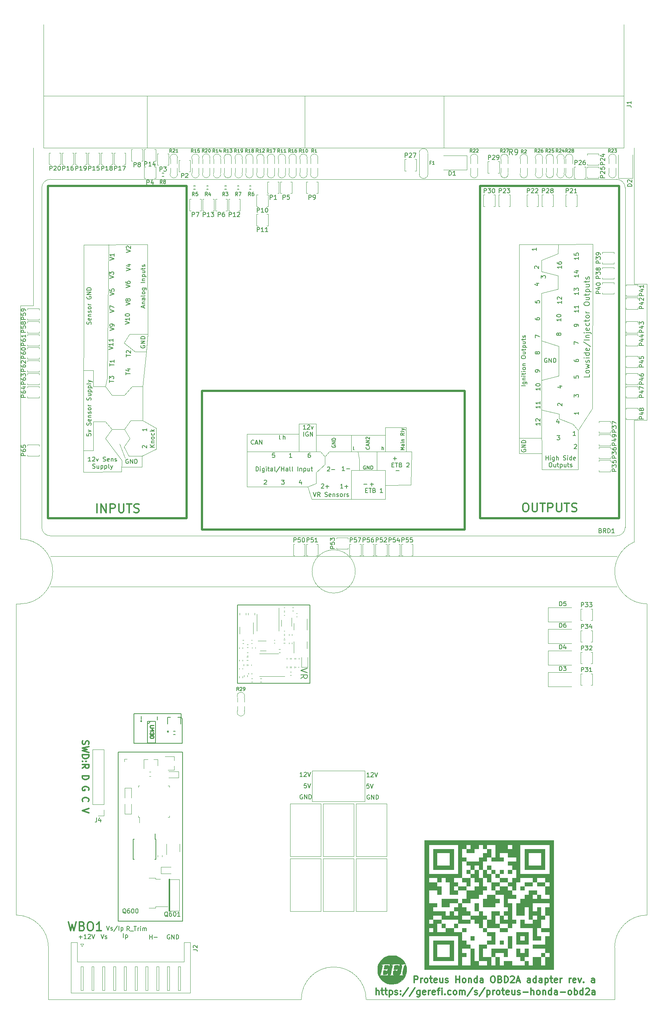
<source format=gto>
G75*
G70*
%OFA0B0*%
%FSLAX25Y25*%
%IPPOS*%
%LPD*%
%AMOC8*
5,1,8,0,0,1.08239X$1,22.5*
%
%ADD108C,0.01000*%
%ADD42C,0.01969*%
%ADD44C,0.00787*%
%ADD49C,0.00472*%
%ADD50C,0.00591*%
%ADD51C,0.01200*%
%ADD52C,0.01181*%
%ADD53C,0.00500*%
%ADD54C,0.00669*%
%ADD55C,0.00600*%
%ADD56C,0.00550*%
%ADD57C,0.00010*%
%ADD58C,0.00390*%
%ADD59C,0.00800*%
%ADD60C,0.00394*%
%ADD72C,0.00984*%
X0000000Y0000000D02*
%LPD*%
G01*
D49*
X0590551Y0543307D02*
X0590551Y0667323D01*
X0334646Y0015748D02*
G75*
G03*
X0275591Y0015748I-029528J0000000D01*
G01*
X0045276Y0062992D02*
G75*
G03*
X0015748Y0092520I-029528J0000000D01*
G01*
X0590551Y0543307D02*
X0578740Y0543307D01*
X0590551Y0092520D02*
X0590551Y0375984D01*
X0561024Y0015748D02*
X0561024Y0062992D01*
X0578740Y0667323D02*
X0578740Y0791339D01*
X0019685Y0435039D02*
X0019685Y0647638D01*
X0590551Y0667323D02*
X0578740Y0667323D01*
X0275591Y0015748D02*
X0045276Y0015748D01*
X0019685Y0375984D02*
G75*
G03*
X0019685Y0435039I0000000J0029528D01*
G01*
X0324803Y0405512D02*
G75*
G03*
X0285433Y0405512I-019685J0000000D01*
G01*
X0285433Y0405512D02*
G75*
G03*
X0324803Y0405512I0019685J0000000D01*
G01*
X0031496Y0647638D02*
X0031496Y0791339D01*
X0047244Y0391732D02*
X0562992Y0391732D01*
X0031496Y0647638D02*
X0019685Y0647638D01*
X0590551Y0092520D02*
G75*
G03*
X0561024Y0062992I0000000J-029528D01*
G01*
X0047244Y0419291D02*
X0562992Y0419291D01*
X0015748Y0092520D02*
X0015748Y0375984D01*
X0578740Y0543307D02*
X0578740Y0432283D01*
X0578740Y0432284D02*
G75*
G03*
X0590551Y0375984I0011811J-026911D01*
G01*
X0334646Y0015748D02*
X0561024Y0015748D01*
X0015748Y0375984D02*
X0019685Y0375984D01*
X0045276Y0015748D02*
X0045276Y0062992D01*
D50*
X0093157Y0075060D02*
X0094469Y0071123D01*
X0094469Y0071123D02*
X0095782Y0075060D01*
X0096907Y0071310D02*
X0097282Y0071123D01*
X0097282Y0071123D02*
X0098031Y0071123D01*
X0098031Y0071123D02*
X0098406Y0071310D01*
X0098406Y0071310D02*
X0098594Y0071685D01*
X0098594Y0071685D02*
X0098594Y0071873D01*
X0098594Y0071873D02*
X0098406Y0072248D01*
X0098406Y0072248D02*
X0098031Y0072435D01*
X0098031Y0072435D02*
X0097469Y0072435D01*
X0097469Y0072435D02*
X0097094Y0072623D01*
X0097094Y0072623D02*
X0096907Y0072998D01*
X0096907Y0072998D02*
X0096907Y0073185D01*
X0096907Y0073185D02*
X0097094Y0073560D01*
X0097094Y0073560D02*
X0097469Y0073747D01*
X0097469Y0073747D02*
X0098031Y0073747D01*
X0098031Y0073747D02*
X0098406Y0073560D01*
X0113573Y0071910D02*
X0113573Y0075847D01*
X0115448Y0074535D02*
X0115448Y0070598D01*
X0115448Y0074347D02*
X0115823Y0074535D01*
X0115823Y0074535D02*
X0116573Y0074535D01*
X0116573Y0074535D02*
X0116948Y0074347D01*
X0116948Y0074347D02*
X0117135Y0074160D01*
X0117135Y0074160D02*
X0117323Y0073785D01*
X0117323Y0073785D02*
X0117323Y0072660D01*
X0117323Y0072660D02*
X0117135Y0072285D01*
X0117135Y0072285D02*
X0116948Y0072098D01*
X0116948Y0072098D02*
X0116573Y0071910D01*
X0116573Y0071910D02*
X0115823Y0071910D01*
X0115823Y0071910D02*
X0115448Y0072098D01*
X0155662Y0074479D02*
X0155287Y0074666D01*
X0155287Y0074666D02*
X0154724Y0074666D01*
X0154724Y0074666D02*
X0154162Y0074479D01*
X0154162Y0074479D02*
X0153787Y0074104D01*
X0153787Y0074104D02*
X0153600Y0073729D01*
X0153600Y0073729D02*
X0153412Y0072979D01*
X0153412Y0072979D02*
X0153412Y0072416D01*
X0153412Y0072416D02*
X0153600Y0071666D01*
X0153600Y0071666D02*
X0153787Y0071291D01*
X0153787Y0071291D02*
X0154162Y0070917D01*
X0154162Y0070917D02*
X0154724Y0070729D01*
X0154724Y0070729D02*
X0155099Y0070729D01*
X0155099Y0070729D02*
X0155662Y0070917D01*
X0155662Y0070917D02*
X0155849Y0071104D01*
X0155849Y0071104D02*
X0155849Y0072416D01*
X0155849Y0072416D02*
X0155099Y0072416D01*
X0157537Y0070729D02*
X0157537Y0074666D01*
X0157537Y0074666D02*
X0159786Y0070729D01*
X0159786Y0070729D02*
X0159786Y0074666D01*
X0161661Y0070729D02*
X0161661Y0074666D01*
X0161661Y0074666D02*
X0162598Y0074666D01*
X0162598Y0074666D02*
X0163161Y0074479D01*
X0163161Y0074479D02*
X0163536Y0074104D01*
X0163536Y0074104D02*
X0163723Y0073729D01*
X0163723Y0073729D02*
X0163911Y0072979D01*
X0163911Y0072979D02*
X0163911Y0072416D01*
X0163911Y0072416D02*
X0163723Y0071666D01*
X0163723Y0071666D02*
X0163536Y0071291D01*
X0163536Y0071291D02*
X0163161Y0070917D01*
X0163161Y0070917D02*
X0162598Y0070729D01*
X0162598Y0070729D02*
X0161661Y0070729D01*
X0072985Y0072623D02*
X0075984Y0072623D01*
X0074484Y0071123D02*
X0074484Y0074122D01*
X0079921Y0071123D02*
X0077672Y0071123D01*
X0078796Y0071123D02*
X0078796Y0075060D01*
X0078796Y0075060D02*
X0078421Y0074497D01*
X0078421Y0074497D02*
X0078046Y0074122D01*
X0078046Y0074122D02*
X0077672Y0073935D01*
X0081421Y0074685D02*
X0081609Y0074872D01*
X0081609Y0074872D02*
X0081984Y0075060D01*
X0081984Y0075060D02*
X0082921Y0075060D01*
X0082921Y0075060D02*
X0083296Y0074872D01*
X0083296Y0074872D02*
X0083483Y0074685D01*
X0083483Y0074685D02*
X0083671Y0074310D01*
X0083671Y0074310D02*
X0083671Y0073935D01*
X0083671Y0073935D02*
X0083483Y0073372D01*
X0083483Y0073372D02*
X0081234Y0071123D01*
X0081234Y0071123D02*
X0083671Y0071123D01*
X0084796Y0075060D02*
X0086108Y0071123D01*
X0086108Y0071123D02*
X0087420Y0075060D01*
D51*
X0076598Y0195922D02*
X0076313Y0196208D01*
X0076313Y0196208D02*
X0076027Y0197065D01*
X0076027Y0197065D02*
X0076027Y0197637D01*
X0076027Y0197637D02*
X0076313Y0198494D01*
X0076313Y0198494D02*
X0076884Y0199065D01*
X0076884Y0199065D02*
X0077455Y0199351D01*
X0077455Y0199351D02*
X0078598Y0199637D01*
X0078598Y0199637D02*
X0079455Y0199637D01*
X0079455Y0199637D02*
X0080598Y0199351D01*
X0080598Y0199351D02*
X0081170Y0199065D01*
X0081170Y0199065D02*
X0081741Y0198494D01*
X0081741Y0198494D02*
X0082027Y0197637D01*
X0082027Y0197637D02*
X0082027Y0197065D01*
X0082027Y0197065D02*
X0081741Y0196208D01*
X0081741Y0196208D02*
X0081455Y0195922D01*
D50*
X0119029Y0078209D02*
X0117717Y0080084D01*
X0116779Y0078209D02*
X0116779Y0082146D01*
X0116779Y0082146D02*
X0118279Y0082146D01*
X0118279Y0082146D02*
X0118654Y0081959D01*
X0118654Y0081959D02*
X0118841Y0081771D01*
X0118841Y0081771D02*
X0119029Y0081396D01*
X0119029Y0081396D02*
X0119029Y0080834D01*
X0119029Y0080834D02*
X0118841Y0080459D01*
X0118841Y0080459D02*
X0118654Y0080272D01*
X0118654Y0080272D02*
X0118279Y0080084D01*
X0118279Y0080084D02*
X0116779Y0080084D01*
X0119779Y0077834D02*
X0122778Y0077834D01*
X0123153Y0082146D02*
X0125403Y0082146D01*
X0124278Y0078209D02*
X0124278Y0082146D01*
X0126715Y0078209D02*
X0126715Y0080834D01*
X0126715Y0080084D02*
X0126903Y0080459D01*
X0126903Y0080459D02*
X0127090Y0080647D01*
X0127090Y0080647D02*
X0127465Y0080834D01*
X0127465Y0080834D02*
X0127840Y0080834D01*
X0129153Y0078209D02*
X0129153Y0080834D01*
X0129153Y0082146D02*
X0128965Y0081959D01*
X0128965Y0081959D02*
X0129153Y0081771D01*
X0129153Y0081771D02*
X0129340Y0081959D01*
X0129340Y0081959D02*
X0129153Y0082146D01*
X0129153Y0082146D02*
X0129153Y0081771D01*
X0131027Y0078209D02*
X0131027Y0080834D01*
X0131027Y0080459D02*
X0131215Y0080647D01*
X0131215Y0080647D02*
X0131590Y0080834D01*
X0131590Y0080834D02*
X0132152Y0080834D01*
X0132152Y0080834D02*
X0132527Y0080647D01*
X0132527Y0080647D02*
X0132715Y0080272D01*
X0132715Y0080272D02*
X0132715Y0078209D01*
X0132715Y0080272D02*
X0132902Y0080647D01*
X0132902Y0080647D02*
X0133277Y0080834D01*
X0133277Y0080834D02*
X0133840Y0080834D01*
X0133840Y0080834D02*
X0134214Y0080647D01*
X0134214Y0080647D02*
X0134402Y0080272D01*
X0134402Y0080272D02*
X0134402Y0078209D01*
X0137383Y0070729D02*
X0137383Y0074666D01*
X0137383Y0072791D02*
X0139633Y0072791D01*
X0139633Y0070729D02*
X0139633Y0074666D01*
X0141507Y0072229D02*
X0144507Y0072229D01*
D51*
X0076313Y0251351D02*
X0076027Y0250494D01*
X0076027Y0250494D02*
X0076027Y0249065D01*
X0076027Y0249065D02*
X0076313Y0248494D01*
X0076313Y0248494D02*
X0076598Y0248208D01*
X0076598Y0248208D02*
X0077170Y0247922D01*
X0077170Y0247922D02*
X0077741Y0247922D01*
X0077741Y0247922D02*
X0078313Y0248208D01*
X0078313Y0248208D02*
X0078598Y0248494D01*
X0078598Y0248494D02*
X0078884Y0249065D01*
X0078884Y0249065D02*
X0079170Y0250208D01*
X0079170Y0250208D02*
X0079455Y0250780D01*
X0079455Y0250780D02*
X0079741Y0251065D01*
X0079741Y0251065D02*
X0080313Y0251351D01*
X0080313Y0251351D02*
X0080884Y0251351D01*
X0080884Y0251351D02*
X0081455Y0251065D01*
X0081455Y0251065D02*
X0081741Y0250780D01*
X0081741Y0250780D02*
X0082027Y0250208D01*
X0082027Y0250208D02*
X0082027Y0248780D01*
X0082027Y0248780D02*
X0081741Y0247922D01*
X0082027Y0245922D02*
X0076027Y0244494D01*
X0076027Y0244494D02*
X0080313Y0243351D01*
X0080313Y0243351D02*
X0076027Y0242208D01*
X0076027Y0242208D02*
X0082027Y0240780D01*
X0076027Y0238494D02*
X0082027Y0238494D01*
X0082027Y0238494D02*
X0082027Y0237065D01*
X0082027Y0237065D02*
X0081741Y0236208D01*
X0081741Y0236208D02*
X0081170Y0235637D01*
X0081170Y0235637D02*
X0080598Y0235351D01*
X0080598Y0235351D02*
X0079455Y0235065D01*
X0079455Y0235065D02*
X0078598Y0235065D01*
X0078598Y0235065D02*
X0077455Y0235351D01*
X0077455Y0235351D02*
X0076884Y0235637D01*
X0076884Y0235637D02*
X0076313Y0236208D01*
X0076313Y0236208D02*
X0076027Y0237065D01*
X0076027Y0237065D02*
X0076027Y0238494D01*
X0076598Y0232494D02*
X0076313Y0232208D01*
X0076313Y0232208D02*
X0076027Y0232494D01*
X0076027Y0232494D02*
X0076313Y0232780D01*
X0076313Y0232780D02*
X0076598Y0232494D01*
X0076598Y0232494D02*
X0076027Y0232494D01*
X0079741Y0232494D02*
X0079455Y0232208D01*
X0079455Y0232208D02*
X0079170Y0232494D01*
X0079170Y0232494D02*
X0079455Y0232780D01*
X0079455Y0232780D02*
X0079741Y0232494D01*
X0079741Y0232494D02*
X0079170Y0232494D01*
X0076027Y0226208D02*
X0078884Y0228208D01*
X0076027Y0229637D02*
X0082027Y0229637D01*
X0082027Y0229637D02*
X0082027Y0227351D01*
X0082027Y0227351D02*
X0081741Y0226780D01*
X0081741Y0226780D02*
X0081455Y0226494D01*
X0081455Y0226494D02*
X0080884Y0226208D01*
X0080884Y0226208D02*
X0080027Y0226208D01*
X0080027Y0226208D02*
X0079455Y0226494D01*
X0079455Y0226494D02*
X0079170Y0226780D01*
X0079170Y0226780D02*
X0078884Y0227351D01*
X0078884Y0227351D02*
X0078884Y0229637D01*
D50*
X0337640Y0218446D02*
X0335390Y0218446D01*
X0336515Y0218446D02*
X0336515Y0222383D01*
X0336515Y0222383D02*
X0336140Y0221820D01*
X0336140Y0221820D02*
X0335765Y0221445D01*
X0335765Y0221445D02*
X0335390Y0221258D01*
X0339140Y0222008D02*
X0339327Y0222195D01*
X0339327Y0222195D02*
X0339702Y0222383D01*
X0339702Y0222383D02*
X0340640Y0222383D01*
X0340640Y0222383D02*
X0341015Y0222195D01*
X0341015Y0222195D02*
X0341202Y0222008D01*
X0341202Y0222008D02*
X0341390Y0221633D01*
X0341390Y0221633D02*
X0341390Y0221258D01*
X0341390Y0221258D02*
X0341202Y0220695D01*
X0341202Y0220695D02*
X0338952Y0218446D01*
X0338952Y0218446D02*
X0341390Y0218446D01*
X0342515Y0222383D02*
X0343827Y0218446D01*
X0343827Y0218446D02*
X0345139Y0222383D01*
D51*
X0076027Y0219351D02*
X0082027Y0219351D01*
X0082027Y0219351D02*
X0082027Y0217922D01*
X0082027Y0217922D02*
X0081741Y0217065D01*
X0081741Y0217065D02*
X0081170Y0216494D01*
X0081170Y0216494D02*
X0080598Y0216208D01*
X0080598Y0216208D02*
X0079455Y0215922D01*
X0079455Y0215922D02*
X0078598Y0215922D01*
X0078598Y0215922D02*
X0077455Y0216208D01*
X0077455Y0216208D02*
X0076884Y0216494D01*
X0076884Y0216494D02*
X0076313Y0217065D01*
X0076313Y0217065D02*
X0076027Y0217922D01*
X0076027Y0217922D02*
X0076027Y0219351D01*
D52*
X0343774Y0020007D02*
X0343774Y0025912D01*
X0346305Y0020007D02*
X0346305Y0023100D01*
X0346305Y0023100D02*
X0346024Y0023662D01*
X0346024Y0023662D02*
X0345461Y0023944D01*
X0345461Y0023944D02*
X0344618Y0023944D01*
X0344618Y0023944D02*
X0344055Y0023662D01*
X0344055Y0023662D02*
X0343774Y0023381D01*
X0348273Y0023944D02*
X0350523Y0023944D01*
X0349117Y0025912D02*
X0349117Y0020850D01*
X0349117Y0020850D02*
X0349398Y0020288D01*
X0349398Y0020288D02*
X0349961Y0020007D01*
X0349961Y0020007D02*
X0350523Y0020007D01*
X0351648Y0023944D02*
X0353898Y0023944D01*
X0352492Y0025912D02*
X0352492Y0020850D01*
X0352492Y0020850D02*
X0352773Y0020288D01*
X0352773Y0020288D02*
X0353335Y0020007D01*
X0353335Y0020007D02*
X0353898Y0020007D01*
X0355866Y0023944D02*
X0355866Y0018038D01*
X0355866Y0023662D02*
X0356429Y0023944D01*
X0356429Y0023944D02*
X0357553Y0023944D01*
X0357553Y0023944D02*
X0358116Y0023662D01*
X0358116Y0023662D02*
X0358397Y0023381D01*
X0358397Y0023381D02*
X0358678Y0022819D01*
X0358678Y0022819D02*
X0358678Y0021131D01*
X0358678Y0021131D02*
X0358397Y0020569D01*
X0358397Y0020569D02*
X0358116Y0020288D01*
X0358116Y0020288D02*
X0357553Y0020007D01*
X0357553Y0020007D02*
X0356429Y0020007D01*
X0356429Y0020007D02*
X0355866Y0020288D01*
X0360928Y0020288D02*
X0361490Y0020007D01*
X0361490Y0020007D02*
X0362615Y0020007D01*
X0362615Y0020007D02*
X0363178Y0020288D01*
X0363178Y0020288D02*
X0363459Y0020850D01*
X0363459Y0020850D02*
X0363459Y0021131D01*
X0363459Y0021131D02*
X0363178Y0021694D01*
X0363178Y0021694D02*
X0362615Y0021975D01*
X0362615Y0021975D02*
X0361772Y0021975D01*
X0361772Y0021975D02*
X0361209Y0022256D01*
X0361209Y0022256D02*
X0360928Y0022819D01*
X0360928Y0022819D02*
X0360928Y0023100D01*
X0360928Y0023100D02*
X0361209Y0023662D01*
X0361209Y0023662D02*
X0361772Y0023944D01*
X0361772Y0023944D02*
X0362615Y0023944D01*
X0362615Y0023944D02*
X0363178Y0023662D01*
X0365990Y0020569D02*
X0366271Y0020288D01*
X0366271Y0020288D02*
X0365990Y0020007D01*
X0365990Y0020007D02*
X0365709Y0020288D01*
X0365709Y0020288D02*
X0365990Y0020569D01*
X0365990Y0020569D02*
X0365990Y0020007D01*
X0365990Y0023662D02*
X0366271Y0023381D01*
X0366271Y0023381D02*
X0365990Y0023100D01*
X0365990Y0023100D02*
X0365709Y0023381D01*
X0365709Y0023381D02*
X0365990Y0023662D01*
X0365990Y0023662D02*
X0365990Y0023100D01*
X0373020Y0026193D02*
X0367958Y0018601D01*
X0379207Y0026193D02*
X0374145Y0018601D01*
X0383706Y0023944D02*
X0383706Y0019163D01*
X0383706Y0019163D02*
X0383425Y0018601D01*
X0383425Y0018601D02*
X0383144Y0018319D01*
X0383144Y0018319D02*
X0382582Y0018038D01*
X0382582Y0018038D02*
X0381738Y0018038D01*
X0381738Y0018038D02*
X0381175Y0018319D01*
X0383706Y0020288D02*
X0383144Y0020007D01*
X0383144Y0020007D02*
X0382019Y0020007D01*
X0382019Y0020007D02*
X0381457Y0020288D01*
X0381457Y0020288D02*
X0381175Y0020569D01*
X0381175Y0020569D02*
X0380894Y0021131D01*
X0380894Y0021131D02*
X0380894Y0022819D01*
X0380894Y0022819D02*
X0381175Y0023381D01*
X0381175Y0023381D02*
X0381457Y0023662D01*
X0381457Y0023662D02*
X0382019Y0023944D01*
X0382019Y0023944D02*
X0383144Y0023944D01*
X0383144Y0023944D02*
X0383706Y0023662D01*
X0388768Y0020288D02*
X0388206Y0020007D01*
X0388206Y0020007D02*
X0387081Y0020007D01*
X0387081Y0020007D02*
X0386519Y0020288D01*
X0386519Y0020288D02*
X0386237Y0020850D01*
X0386237Y0020850D02*
X0386237Y0023100D01*
X0386237Y0023100D02*
X0386519Y0023662D01*
X0386519Y0023662D02*
X0387081Y0023944D01*
X0387081Y0023944D02*
X0388206Y0023944D01*
X0388206Y0023944D02*
X0388768Y0023662D01*
X0388768Y0023662D02*
X0389049Y0023100D01*
X0389049Y0023100D02*
X0389049Y0022538D01*
X0389049Y0022538D02*
X0386237Y0021975D01*
X0391580Y0020007D02*
X0391580Y0023944D01*
X0391580Y0022819D02*
X0391862Y0023381D01*
X0391862Y0023381D02*
X0392143Y0023662D01*
X0392143Y0023662D02*
X0392705Y0023944D01*
X0392705Y0023944D02*
X0393268Y0023944D01*
X0397486Y0020288D02*
X0396924Y0020007D01*
X0396924Y0020007D02*
X0395799Y0020007D01*
X0395799Y0020007D02*
X0395236Y0020288D01*
X0395236Y0020288D02*
X0394955Y0020850D01*
X0394955Y0020850D02*
X0394955Y0023100D01*
X0394955Y0023100D02*
X0395236Y0023662D01*
X0395236Y0023662D02*
X0395799Y0023944D01*
X0395799Y0023944D02*
X0396924Y0023944D01*
X0396924Y0023944D02*
X0397486Y0023662D01*
X0397486Y0023662D02*
X0397767Y0023100D01*
X0397767Y0023100D02*
X0397767Y0022538D01*
X0397767Y0022538D02*
X0394955Y0021975D01*
X0399454Y0023944D02*
X0401704Y0023944D01*
X0400298Y0020007D02*
X0400298Y0025068D01*
X0400298Y0025068D02*
X0400579Y0025631D01*
X0400579Y0025631D02*
X0401142Y0025912D01*
X0401142Y0025912D02*
X0401704Y0025912D01*
X0403673Y0020007D02*
X0403673Y0023944D01*
X0403673Y0025912D02*
X0403391Y0025631D01*
X0403391Y0025631D02*
X0403673Y0025350D01*
X0403673Y0025350D02*
X0403954Y0025631D01*
X0403954Y0025631D02*
X0403673Y0025912D01*
X0403673Y0025912D02*
X0403673Y0025350D01*
X0406485Y0020569D02*
X0406766Y0020288D01*
X0406766Y0020288D02*
X0406485Y0020007D01*
X0406485Y0020007D02*
X0406204Y0020288D01*
X0406204Y0020288D02*
X0406485Y0020569D01*
X0406485Y0020569D02*
X0406485Y0020007D01*
X0411828Y0020288D02*
X0411265Y0020007D01*
X0411265Y0020007D02*
X0410141Y0020007D01*
X0410141Y0020007D02*
X0409578Y0020288D01*
X0409578Y0020288D02*
X0409297Y0020569D01*
X0409297Y0020569D02*
X0409016Y0021131D01*
X0409016Y0021131D02*
X0409016Y0022819D01*
X0409016Y0022819D02*
X0409297Y0023381D01*
X0409297Y0023381D02*
X0409578Y0023662D01*
X0409578Y0023662D02*
X0410141Y0023944D01*
X0410141Y0023944D02*
X0411265Y0023944D01*
X0411265Y0023944D02*
X0411828Y0023662D01*
X0415202Y0020007D02*
X0414640Y0020288D01*
X0414640Y0020288D02*
X0414359Y0020569D01*
X0414359Y0020569D02*
X0414078Y0021131D01*
X0414078Y0021131D02*
X0414078Y0022819D01*
X0414078Y0022819D02*
X0414359Y0023381D01*
X0414359Y0023381D02*
X0414640Y0023662D01*
X0414640Y0023662D02*
X0415202Y0023944D01*
X0415202Y0023944D02*
X0416046Y0023944D01*
X0416046Y0023944D02*
X0416609Y0023662D01*
X0416609Y0023662D02*
X0416890Y0023381D01*
X0416890Y0023381D02*
X0417171Y0022819D01*
X0417171Y0022819D02*
X0417171Y0021131D01*
X0417171Y0021131D02*
X0416890Y0020569D01*
X0416890Y0020569D02*
X0416609Y0020288D01*
X0416609Y0020288D02*
X0416046Y0020007D01*
X0416046Y0020007D02*
X0415202Y0020007D01*
X0419702Y0020007D02*
X0419702Y0023944D01*
X0419702Y0023381D02*
X0419983Y0023662D01*
X0419983Y0023662D02*
X0420546Y0023944D01*
X0420546Y0023944D02*
X0421389Y0023944D01*
X0421389Y0023944D02*
X0421952Y0023662D01*
X0421952Y0023662D02*
X0422233Y0023100D01*
X0422233Y0023100D02*
X0422233Y0020007D01*
X0422233Y0023100D02*
X0422514Y0023662D01*
X0422514Y0023662D02*
X0423076Y0023944D01*
X0423076Y0023944D02*
X0423920Y0023944D01*
X0423920Y0023944D02*
X0424483Y0023662D01*
X0424483Y0023662D02*
X0424764Y0023100D01*
X0424764Y0023100D02*
X0424764Y0020007D01*
X0431794Y0026193D02*
X0426732Y0018601D01*
X0433481Y0020288D02*
X0434044Y0020007D01*
X0434044Y0020007D02*
X0435169Y0020007D01*
X0435169Y0020007D02*
X0435731Y0020288D01*
X0435731Y0020288D02*
X0436012Y0020850D01*
X0436012Y0020850D02*
X0436012Y0021131D01*
X0436012Y0021131D02*
X0435731Y0021694D01*
X0435731Y0021694D02*
X0435169Y0021975D01*
X0435169Y0021975D02*
X0434325Y0021975D01*
X0434325Y0021975D02*
X0433763Y0022256D01*
X0433763Y0022256D02*
X0433481Y0022819D01*
X0433481Y0022819D02*
X0433481Y0023100D01*
X0433481Y0023100D02*
X0433763Y0023662D01*
X0433763Y0023662D02*
X0434325Y0023944D01*
X0434325Y0023944D02*
X0435169Y0023944D01*
X0435169Y0023944D02*
X0435731Y0023662D01*
X0442762Y0026193D02*
X0437700Y0018601D01*
X0444730Y0023944D02*
X0444730Y0018038D01*
X0444730Y0023662D02*
X0445292Y0023944D01*
X0445292Y0023944D02*
X0446417Y0023944D01*
X0446417Y0023944D02*
X0446980Y0023662D01*
X0446980Y0023662D02*
X0447261Y0023381D01*
X0447261Y0023381D02*
X0447542Y0022819D01*
X0447542Y0022819D02*
X0447542Y0021131D01*
X0447542Y0021131D02*
X0447261Y0020569D01*
X0447261Y0020569D02*
X0446980Y0020288D01*
X0446980Y0020288D02*
X0446417Y0020007D01*
X0446417Y0020007D02*
X0445292Y0020007D01*
X0445292Y0020007D02*
X0444730Y0020288D01*
X0450073Y0020007D02*
X0450073Y0023944D01*
X0450073Y0022819D02*
X0450354Y0023381D01*
X0450354Y0023381D02*
X0450636Y0023662D01*
X0450636Y0023662D02*
X0451198Y0023944D01*
X0451198Y0023944D02*
X0451760Y0023944D01*
X0454573Y0020007D02*
X0454010Y0020288D01*
X0454010Y0020288D02*
X0453729Y0020569D01*
X0453729Y0020569D02*
X0453448Y0021131D01*
X0453448Y0021131D02*
X0453448Y0022819D01*
X0453448Y0022819D02*
X0453729Y0023381D01*
X0453729Y0023381D02*
X0454010Y0023662D01*
X0454010Y0023662D02*
X0454573Y0023944D01*
X0454573Y0023944D02*
X0455416Y0023944D01*
X0455416Y0023944D02*
X0455979Y0023662D01*
X0455979Y0023662D02*
X0456260Y0023381D01*
X0456260Y0023381D02*
X0456541Y0022819D01*
X0456541Y0022819D02*
X0456541Y0021131D01*
X0456541Y0021131D02*
X0456260Y0020569D01*
X0456260Y0020569D02*
X0455979Y0020288D01*
X0455979Y0020288D02*
X0455416Y0020007D01*
X0455416Y0020007D02*
X0454573Y0020007D01*
X0458228Y0023944D02*
X0460478Y0023944D01*
X0459072Y0025912D02*
X0459072Y0020850D01*
X0459072Y0020850D02*
X0459353Y0020288D01*
X0459353Y0020288D02*
X0459916Y0020007D01*
X0459916Y0020007D02*
X0460478Y0020007D01*
X0464696Y0020288D02*
X0464134Y0020007D01*
X0464134Y0020007D02*
X0463009Y0020007D01*
X0463009Y0020007D02*
X0462447Y0020288D01*
X0462447Y0020288D02*
X0462165Y0020850D01*
X0462165Y0020850D02*
X0462165Y0023100D01*
X0462165Y0023100D02*
X0462447Y0023662D01*
X0462447Y0023662D02*
X0463009Y0023944D01*
X0463009Y0023944D02*
X0464134Y0023944D01*
X0464134Y0023944D02*
X0464696Y0023662D01*
X0464696Y0023662D02*
X0464978Y0023100D01*
X0464978Y0023100D02*
X0464978Y0022538D01*
X0464978Y0022538D02*
X0462165Y0021975D01*
X0470039Y0023944D02*
X0470039Y0020007D01*
X0467508Y0023944D02*
X0467508Y0020850D01*
X0467508Y0020850D02*
X0467790Y0020288D01*
X0467790Y0020288D02*
X0468352Y0020007D01*
X0468352Y0020007D02*
X0469196Y0020007D01*
X0469196Y0020007D02*
X0469758Y0020288D01*
X0469758Y0020288D02*
X0470039Y0020569D01*
X0472570Y0020288D02*
X0473133Y0020007D01*
X0473133Y0020007D02*
X0474258Y0020007D01*
X0474258Y0020007D02*
X0474820Y0020288D01*
X0474820Y0020288D02*
X0475101Y0020850D01*
X0475101Y0020850D02*
X0475101Y0021131D01*
X0475101Y0021131D02*
X0474820Y0021694D01*
X0474820Y0021694D02*
X0474258Y0021975D01*
X0474258Y0021975D02*
X0473414Y0021975D01*
X0473414Y0021975D02*
X0472852Y0022256D01*
X0472852Y0022256D02*
X0472570Y0022819D01*
X0472570Y0022819D02*
X0472570Y0023100D01*
X0472570Y0023100D02*
X0472852Y0023662D01*
X0472852Y0023662D02*
X0473414Y0023944D01*
X0473414Y0023944D02*
X0474258Y0023944D01*
X0474258Y0023944D02*
X0474820Y0023662D01*
X0477632Y0022256D02*
X0482132Y0022256D01*
X0484944Y0020007D02*
X0484944Y0025912D01*
X0487475Y0020007D02*
X0487475Y0023100D01*
X0487475Y0023100D02*
X0487193Y0023662D01*
X0487193Y0023662D02*
X0486631Y0023944D01*
X0486631Y0023944D02*
X0485787Y0023944D01*
X0485787Y0023944D02*
X0485225Y0023662D01*
X0485225Y0023662D02*
X0484944Y0023381D01*
X0491130Y0020007D02*
X0490568Y0020288D01*
X0490568Y0020288D02*
X0490287Y0020569D01*
X0490287Y0020569D02*
X0490006Y0021131D01*
X0490006Y0021131D02*
X0490006Y0022819D01*
X0490006Y0022819D02*
X0490287Y0023381D01*
X0490287Y0023381D02*
X0490568Y0023662D01*
X0490568Y0023662D02*
X0491130Y0023944D01*
X0491130Y0023944D02*
X0491974Y0023944D01*
X0491974Y0023944D02*
X0492537Y0023662D01*
X0492537Y0023662D02*
X0492818Y0023381D01*
X0492818Y0023381D02*
X0493099Y0022819D01*
X0493099Y0022819D02*
X0493099Y0021131D01*
X0493099Y0021131D02*
X0492818Y0020569D01*
X0492818Y0020569D02*
X0492537Y0020288D01*
X0492537Y0020288D02*
X0491974Y0020007D01*
X0491974Y0020007D02*
X0491130Y0020007D01*
X0495630Y0023944D02*
X0495630Y0020007D01*
X0495630Y0023381D02*
X0495911Y0023662D01*
X0495911Y0023662D02*
X0496474Y0023944D01*
X0496474Y0023944D02*
X0497317Y0023944D01*
X0497317Y0023944D02*
X0497880Y0023662D01*
X0497880Y0023662D02*
X0498161Y0023100D01*
X0498161Y0023100D02*
X0498161Y0020007D01*
X0503504Y0020007D02*
X0503504Y0025912D01*
X0503504Y0020288D02*
X0502942Y0020007D01*
X0502942Y0020007D02*
X0501817Y0020007D01*
X0501817Y0020007D02*
X0501254Y0020288D01*
X0501254Y0020288D02*
X0500973Y0020569D01*
X0500973Y0020569D02*
X0500692Y0021131D01*
X0500692Y0021131D02*
X0500692Y0022819D01*
X0500692Y0022819D02*
X0500973Y0023381D01*
X0500973Y0023381D02*
X0501254Y0023662D01*
X0501254Y0023662D02*
X0501817Y0023944D01*
X0501817Y0023944D02*
X0502942Y0023944D01*
X0502942Y0023944D02*
X0503504Y0023662D01*
X0508847Y0020007D02*
X0508847Y0023100D01*
X0508847Y0023100D02*
X0508566Y0023662D01*
X0508566Y0023662D02*
X0508003Y0023944D01*
X0508003Y0023944D02*
X0506879Y0023944D01*
X0506879Y0023944D02*
X0506316Y0023662D01*
X0508847Y0020288D02*
X0508285Y0020007D01*
X0508285Y0020007D02*
X0506879Y0020007D01*
X0506879Y0020007D02*
X0506316Y0020288D01*
X0506316Y0020288D02*
X0506035Y0020850D01*
X0506035Y0020850D02*
X0506035Y0021413D01*
X0506035Y0021413D02*
X0506316Y0021975D01*
X0506316Y0021975D02*
X0506879Y0022256D01*
X0506879Y0022256D02*
X0508285Y0022256D01*
X0508285Y0022256D02*
X0508847Y0022538D01*
X0511659Y0022256D02*
X0516159Y0022256D01*
X0519814Y0020007D02*
X0519252Y0020288D01*
X0519252Y0020288D02*
X0518971Y0020569D01*
X0518971Y0020569D02*
X0518690Y0021131D01*
X0518690Y0021131D02*
X0518690Y0022819D01*
X0518690Y0022819D02*
X0518971Y0023381D01*
X0518971Y0023381D02*
X0519252Y0023662D01*
X0519252Y0023662D02*
X0519814Y0023944D01*
X0519814Y0023944D02*
X0520658Y0023944D01*
X0520658Y0023944D02*
X0521220Y0023662D01*
X0521220Y0023662D02*
X0521502Y0023381D01*
X0521502Y0023381D02*
X0521783Y0022819D01*
X0521783Y0022819D02*
X0521783Y0021131D01*
X0521783Y0021131D02*
X0521502Y0020569D01*
X0521502Y0020569D02*
X0521220Y0020288D01*
X0521220Y0020288D02*
X0520658Y0020007D01*
X0520658Y0020007D02*
X0519814Y0020007D01*
X0524314Y0020007D02*
X0524314Y0025912D01*
X0524314Y0023662D02*
X0524876Y0023944D01*
X0524876Y0023944D02*
X0526001Y0023944D01*
X0526001Y0023944D02*
X0526564Y0023662D01*
X0526564Y0023662D02*
X0526845Y0023381D01*
X0526845Y0023381D02*
X0527126Y0022819D01*
X0527126Y0022819D02*
X0527126Y0021131D01*
X0527126Y0021131D02*
X0526845Y0020569D01*
X0526845Y0020569D02*
X0526564Y0020288D01*
X0526564Y0020288D02*
X0526001Y0020007D01*
X0526001Y0020007D02*
X0524876Y0020007D01*
X0524876Y0020007D02*
X0524314Y0020288D01*
X0532188Y0020007D02*
X0532188Y0025912D01*
X0532188Y0020288D02*
X0531625Y0020007D01*
X0531625Y0020007D02*
X0530501Y0020007D01*
X0530501Y0020007D02*
X0529938Y0020288D01*
X0529938Y0020288D02*
X0529657Y0020569D01*
X0529657Y0020569D02*
X0529376Y0021131D01*
X0529376Y0021131D02*
X0529376Y0022819D01*
X0529376Y0022819D02*
X0529657Y0023381D01*
X0529657Y0023381D02*
X0529938Y0023662D01*
X0529938Y0023662D02*
X0530501Y0023944D01*
X0530501Y0023944D02*
X0531625Y0023944D01*
X0531625Y0023944D02*
X0532188Y0023662D01*
X0534719Y0025350D02*
X0535000Y0025631D01*
X0535000Y0025631D02*
X0535562Y0025912D01*
X0535562Y0025912D02*
X0536969Y0025912D01*
X0536969Y0025912D02*
X0537531Y0025631D01*
X0537531Y0025631D02*
X0537812Y0025350D01*
X0537812Y0025350D02*
X0538093Y0024787D01*
X0538093Y0024787D02*
X0538093Y0024225D01*
X0538093Y0024225D02*
X0537812Y0023381D01*
X0537812Y0023381D02*
X0534438Y0020007D01*
X0534438Y0020007D02*
X0538093Y0020007D01*
X0543155Y0020007D02*
X0543155Y0023100D01*
X0543155Y0023100D02*
X0542874Y0023662D01*
X0542874Y0023662D02*
X0542312Y0023944D01*
X0542312Y0023944D02*
X0541187Y0023944D01*
X0541187Y0023944D02*
X0540624Y0023662D01*
X0543155Y0020288D02*
X0542593Y0020007D01*
X0542593Y0020007D02*
X0541187Y0020007D01*
X0541187Y0020007D02*
X0540624Y0020288D01*
X0540624Y0020288D02*
X0540343Y0020850D01*
X0540343Y0020850D02*
X0540343Y0021413D01*
X0540343Y0021413D02*
X0540624Y0021975D01*
X0540624Y0021975D02*
X0541187Y0022256D01*
X0541187Y0022256D02*
X0542593Y0022256D01*
X0542593Y0022256D02*
X0543155Y0022538D01*
D50*
X0276616Y0201959D02*
X0276242Y0202146D01*
X0276242Y0202146D02*
X0275679Y0202146D01*
X0275679Y0202146D02*
X0275117Y0201959D01*
X0275117Y0201959D02*
X0274742Y0201584D01*
X0274742Y0201584D02*
X0274554Y0201209D01*
X0274554Y0201209D02*
X0274367Y0200459D01*
X0274367Y0200459D02*
X0274367Y0199897D01*
X0274367Y0199897D02*
X0274554Y0199147D01*
X0274554Y0199147D02*
X0274742Y0198772D01*
X0274742Y0198772D02*
X0275117Y0198397D01*
X0275117Y0198397D02*
X0275679Y0198209D01*
X0275679Y0198209D02*
X0276054Y0198209D01*
X0276054Y0198209D02*
X0276616Y0198397D01*
X0276616Y0198397D02*
X0276804Y0198584D01*
X0276804Y0198584D02*
X0276804Y0199897D01*
X0276804Y0199897D02*
X0276054Y0199897D01*
X0278491Y0198209D02*
X0278491Y0202146D01*
X0278491Y0202146D02*
X0280741Y0198209D01*
X0280741Y0198209D02*
X0280741Y0202146D01*
X0282616Y0198209D02*
X0282616Y0202146D01*
X0282616Y0202146D02*
X0283553Y0202146D01*
X0283553Y0202146D02*
X0284116Y0201959D01*
X0284116Y0201959D02*
X0284491Y0201584D01*
X0284491Y0201584D02*
X0284678Y0201209D01*
X0284678Y0201209D02*
X0284865Y0200459D01*
X0284865Y0200459D02*
X0284865Y0199897D01*
X0284865Y0199897D02*
X0284678Y0199147D01*
X0284678Y0199147D02*
X0284491Y0198772D01*
X0284491Y0198772D02*
X0284116Y0198397D01*
X0284116Y0198397D02*
X0283553Y0198209D01*
X0283553Y0198209D02*
X0282616Y0198209D01*
X0280287Y0212225D02*
X0278413Y0212225D01*
X0278413Y0212225D02*
X0278225Y0210350D01*
X0278225Y0210350D02*
X0278413Y0210538D01*
X0278413Y0210538D02*
X0278787Y0210725D01*
X0278787Y0210725D02*
X0279725Y0210725D01*
X0279725Y0210725D02*
X0280100Y0210538D01*
X0280100Y0210538D02*
X0280287Y0210350D01*
X0280287Y0210350D02*
X0280475Y0209975D01*
X0280475Y0209975D02*
X0280475Y0209038D01*
X0280475Y0209038D02*
X0280287Y0208663D01*
X0280287Y0208663D02*
X0280100Y0208476D01*
X0280100Y0208476D02*
X0279725Y0208288D01*
X0279725Y0208288D02*
X0278787Y0208288D01*
X0278787Y0208288D02*
X0278413Y0208476D01*
X0278413Y0208476D02*
X0278225Y0208663D01*
X0281600Y0212225D02*
X0282912Y0208288D01*
X0282912Y0208288D02*
X0284224Y0212225D01*
X0098219Y0082540D02*
X0099531Y0078603D01*
X0099531Y0078603D02*
X0100844Y0082540D01*
X0101969Y0078791D02*
X0102343Y0078603D01*
X0102343Y0078603D02*
X0103093Y0078603D01*
X0103093Y0078603D02*
X0103468Y0078791D01*
X0103468Y0078791D02*
X0103656Y0079166D01*
X0103656Y0079166D02*
X0103656Y0079353D01*
X0103656Y0079353D02*
X0103468Y0079728D01*
X0103468Y0079728D02*
X0103093Y0079915D01*
X0103093Y0079915D02*
X0102531Y0079915D01*
X0102531Y0079915D02*
X0102156Y0080103D01*
X0102156Y0080103D02*
X0101969Y0080478D01*
X0101969Y0080478D02*
X0101969Y0080665D01*
X0101969Y0080665D02*
X0102156Y0081040D01*
X0102156Y0081040D02*
X0102531Y0081228D01*
X0102531Y0081228D02*
X0103093Y0081228D01*
X0103093Y0081228D02*
X0103468Y0081040D01*
X0108155Y0082728D02*
X0104781Y0077666D01*
X0109468Y0078603D02*
X0109468Y0082540D01*
X0111342Y0081228D02*
X0111342Y0077291D01*
X0111342Y0081040D02*
X0111717Y0081228D01*
X0111717Y0081228D02*
X0112467Y0081228D01*
X0112467Y0081228D02*
X0112842Y0081040D01*
X0112842Y0081040D02*
X0113030Y0080853D01*
X0113030Y0080853D02*
X0113217Y0080478D01*
X0113217Y0080478D02*
X0113217Y0079353D01*
X0113217Y0079353D02*
X0113030Y0078978D01*
X0113030Y0078978D02*
X0112842Y0078791D01*
X0112842Y0078791D02*
X0112467Y0078603D01*
X0112467Y0078603D02*
X0111717Y0078603D01*
X0111717Y0078603D02*
X0111342Y0078791D01*
D51*
X0081741Y0206208D02*
X0082027Y0206780D01*
X0082027Y0206780D02*
X0082027Y0207637D01*
X0082027Y0207637D02*
X0081741Y0208494D01*
X0081741Y0208494D02*
X0081170Y0209065D01*
X0081170Y0209065D02*
X0080598Y0209351D01*
X0080598Y0209351D02*
X0079455Y0209637D01*
X0079455Y0209637D02*
X0078598Y0209637D01*
X0078598Y0209637D02*
X0077455Y0209351D01*
X0077455Y0209351D02*
X0076884Y0209065D01*
X0076884Y0209065D02*
X0076313Y0208494D01*
X0076313Y0208494D02*
X0076027Y0207637D01*
X0076027Y0207637D02*
X0076027Y0207065D01*
X0076027Y0207065D02*
X0076313Y0206208D01*
X0076313Y0206208D02*
X0076598Y0205922D01*
X0076598Y0205922D02*
X0078598Y0205922D01*
X0078598Y0205922D02*
X0078598Y0207065D01*
D50*
X0276616Y0218682D02*
X0274367Y0218682D01*
X0275492Y0218682D02*
X0275492Y0222619D01*
X0275492Y0222619D02*
X0275117Y0222056D01*
X0275117Y0222056D02*
X0274742Y0221681D01*
X0274742Y0221681D02*
X0274367Y0221494D01*
X0278116Y0222244D02*
X0278304Y0222431D01*
X0278304Y0222431D02*
X0278679Y0222619D01*
X0278679Y0222619D02*
X0279616Y0222619D01*
X0279616Y0222619D02*
X0279991Y0222431D01*
X0279991Y0222431D02*
X0280179Y0222244D01*
X0280179Y0222244D02*
X0280366Y0221869D01*
X0280366Y0221869D02*
X0280366Y0221494D01*
X0280366Y0221494D02*
X0280179Y0220932D01*
X0280179Y0220932D02*
X0277929Y0218682D01*
X0277929Y0218682D02*
X0280366Y0218682D01*
X0281491Y0222619D02*
X0282803Y0218682D01*
X0282803Y0218682D02*
X0284116Y0222619D01*
X0337279Y0211989D02*
X0335405Y0211989D01*
X0335405Y0211989D02*
X0335217Y0210114D01*
X0335217Y0210114D02*
X0335405Y0210302D01*
X0335405Y0210302D02*
X0335780Y0210489D01*
X0335780Y0210489D02*
X0336717Y0210489D01*
X0336717Y0210489D02*
X0337092Y0210302D01*
X0337092Y0210302D02*
X0337279Y0210114D01*
X0337279Y0210114D02*
X0337467Y0209739D01*
X0337467Y0209739D02*
X0337467Y0208802D01*
X0337467Y0208802D02*
X0337279Y0208427D01*
X0337279Y0208427D02*
X0337092Y0208239D01*
X0337092Y0208239D02*
X0336717Y0208052D01*
X0336717Y0208052D02*
X0335780Y0208052D01*
X0335780Y0208052D02*
X0335405Y0208239D01*
X0335405Y0208239D02*
X0335217Y0208427D01*
X0338592Y0211989D02*
X0339904Y0208052D01*
X0339904Y0208052D02*
X0341216Y0211989D01*
D52*
X0378515Y0031030D02*
X0378515Y0036936D01*
X0378515Y0036936D02*
X0380765Y0036936D01*
X0380765Y0036936D02*
X0381327Y0036654D01*
X0381327Y0036654D02*
X0381609Y0036373D01*
X0381609Y0036373D02*
X0381890Y0035811D01*
X0381890Y0035811D02*
X0381890Y0034967D01*
X0381890Y0034967D02*
X0381609Y0034405D01*
X0381609Y0034405D02*
X0381327Y0034124D01*
X0381327Y0034124D02*
X0380765Y0033842D01*
X0380765Y0033842D02*
X0378515Y0033842D01*
X0384421Y0031030D02*
X0384421Y0034967D01*
X0384421Y0033842D02*
X0384702Y0034405D01*
X0384702Y0034405D02*
X0384983Y0034686D01*
X0384983Y0034686D02*
X0385546Y0034967D01*
X0385546Y0034967D02*
X0386108Y0034967D01*
X0388920Y0031030D02*
X0388358Y0031311D01*
X0388358Y0031311D02*
X0388076Y0031593D01*
X0388076Y0031593D02*
X0387795Y0032155D01*
X0387795Y0032155D02*
X0387795Y0033842D01*
X0387795Y0033842D02*
X0388076Y0034405D01*
X0388076Y0034405D02*
X0388358Y0034686D01*
X0388358Y0034686D02*
X0388920Y0034967D01*
X0388920Y0034967D02*
X0389764Y0034967D01*
X0389764Y0034967D02*
X0390326Y0034686D01*
X0390326Y0034686D02*
X0390607Y0034405D01*
X0390607Y0034405D02*
X0390889Y0033842D01*
X0390889Y0033842D02*
X0390889Y0032155D01*
X0390889Y0032155D02*
X0390607Y0031593D01*
X0390607Y0031593D02*
X0390326Y0031311D01*
X0390326Y0031311D02*
X0389764Y0031030D01*
X0389764Y0031030D02*
X0388920Y0031030D01*
X0392576Y0034967D02*
X0394826Y0034967D01*
X0393420Y0036936D02*
X0393420Y0031874D01*
X0393420Y0031874D02*
X0393701Y0031311D01*
X0393701Y0031311D02*
X0394263Y0031030D01*
X0394263Y0031030D02*
X0394826Y0031030D01*
X0399044Y0031311D02*
X0398481Y0031030D01*
X0398481Y0031030D02*
X0397357Y0031030D01*
X0397357Y0031030D02*
X0396794Y0031311D01*
X0396794Y0031311D02*
X0396513Y0031874D01*
X0396513Y0031874D02*
X0396513Y0034124D01*
X0396513Y0034124D02*
X0396794Y0034686D01*
X0396794Y0034686D02*
X0397357Y0034967D01*
X0397357Y0034967D02*
X0398481Y0034967D01*
X0398481Y0034967D02*
X0399044Y0034686D01*
X0399044Y0034686D02*
X0399325Y0034124D01*
X0399325Y0034124D02*
X0399325Y0033561D01*
X0399325Y0033561D02*
X0396513Y0032999D01*
X0404387Y0034967D02*
X0404387Y0031030D01*
X0401856Y0034967D02*
X0401856Y0031874D01*
X0401856Y0031874D02*
X0402137Y0031311D01*
X0402137Y0031311D02*
X0402700Y0031030D01*
X0402700Y0031030D02*
X0403543Y0031030D01*
X0403543Y0031030D02*
X0404106Y0031311D01*
X0404106Y0031311D02*
X0404387Y0031593D01*
X0406918Y0031311D02*
X0407480Y0031030D01*
X0407480Y0031030D02*
X0408605Y0031030D01*
X0408605Y0031030D02*
X0409168Y0031311D01*
X0409168Y0031311D02*
X0409449Y0031874D01*
X0409449Y0031874D02*
X0409449Y0032155D01*
X0409449Y0032155D02*
X0409168Y0032717D01*
X0409168Y0032717D02*
X0408605Y0032999D01*
X0408605Y0032999D02*
X0407762Y0032999D01*
X0407762Y0032999D02*
X0407199Y0033280D01*
X0407199Y0033280D02*
X0406918Y0033842D01*
X0406918Y0033842D02*
X0406918Y0034124D01*
X0406918Y0034124D02*
X0407199Y0034686D01*
X0407199Y0034686D02*
X0407762Y0034967D01*
X0407762Y0034967D02*
X0408605Y0034967D01*
X0408605Y0034967D02*
X0409168Y0034686D01*
X0416479Y0031030D02*
X0416479Y0036936D01*
X0416479Y0034124D02*
X0419854Y0034124D01*
X0419854Y0031030D02*
X0419854Y0036936D01*
X0423510Y0031030D02*
X0422947Y0031311D01*
X0422947Y0031311D02*
X0422666Y0031593D01*
X0422666Y0031593D02*
X0422385Y0032155D01*
X0422385Y0032155D02*
X0422385Y0033842D01*
X0422385Y0033842D02*
X0422666Y0034405D01*
X0422666Y0034405D02*
X0422947Y0034686D01*
X0422947Y0034686D02*
X0423510Y0034967D01*
X0423510Y0034967D02*
X0424353Y0034967D01*
X0424353Y0034967D02*
X0424916Y0034686D01*
X0424916Y0034686D02*
X0425197Y0034405D01*
X0425197Y0034405D02*
X0425478Y0033842D01*
X0425478Y0033842D02*
X0425478Y0032155D01*
X0425478Y0032155D02*
X0425197Y0031593D01*
X0425197Y0031593D02*
X0424916Y0031311D01*
X0424916Y0031311D02*
X0424353Y0031030D01*
X0424353Y0031030D02*
X0423510Y0031030D01*
X0428009Y0034967D02*
X0428009Y0031030D01*
X0428009Y0034405D02*
X0428290Y0034686D01*
X0428290Y0034686D02*
X0428853Y0034967D01*
X0428853Y0034967D02*
X0429696Y0034967D01*
X0429696Y0034967D02*
X0430259Y0034686D01*
X0430259Y0034686D02*
X0430540Y0034124D01*
X0430540Y0034124D02*
X0430540Y0031030D01*
X0435883Y0031030D02*
X0435883Y0036936D01*
X0435883Y0031311D02*
X0435321Y0031030D01*
X0435321Y0031030D02*
X0434196Y0031030D01*
X0434196Y0031030D02*
X0433633Y0031311D01*
X0433633Y0031311D02*
X0433352Y0031593D01*
X0433352Y0031593D02*
X0433071Y0032155D01*
X0433071Y0032155D02*
X0433071Y0033842D01*
X0433071Y0033842D02*
X0433352Y0034405D01*
X0433352Y0034405D02*
X0433633Y0034686D01*
X0433633Y0034686D02*
X0434196Y0034967D01*
X0434196Y0034967D02*
X0435321Y0034967D01*
X0435321Y0034967D02*
X0435883Y0034686D01*
X0441226Y0031030D02*
X0441226Y0034124D01*
X0441226Y0034124D02*
X0440945Y0034686D01*
X0440945Y0034686D02*
X0440382Y0034967D01*
X0440382Y0034967D02*
X0439258Y0034967D01*
X0439258Y0034967D02*
X0438695Y0034686D01*
X0441226Y0031311D02*
X0440664Y0031030D01*
X0440664Y0031030D02*
X0439258Y0031030D01*
X0439258Y0031030D02*
X0438695Y0031311D01*
X0438695Y0031311D02*
X0438414Y0031874D01*
X0438414Y0031874D02*
X0438414Y0032436D01*
X0438414Y0032436D02*
X0438695Y0032999D01*
X0438695Y0032999D02*
X0439258Y0033280D01*
X0439258Y0033280D02*
X0440664Y0033280D01*
X0440664Y0033280D02*
X0441226Y0033561D01*
X0449663Y0036936D02*
X0450787Y0036936D01*
X0450787Y0036936D02*
X0451350Y0036654D01*
X0451350Y0036654D02*
X0451912Y0036092D01*
X0451912Y0036092D02*
X0452193Y0034967D01*
X0452193Y0034967D02*
X0452193Y0032999D01*
X0452193Y0032999D02*
X0451912Y0031874D01*
X0451912Y0031874D02*
X0451350Y0031311D01*
X0451350Y0031311D02*
X0450787Y0031030D01*
X0450787Y0031030D02*
X0449663Y0031030D01*
X0449663Y0031030D02*
X0449100Y0031311D01*
X0449100Y0031311D02*
X0448538Y0031874D01*
X0448538Y0031874D02*
X0448256Y0032999D01*
X0448256Y0032999D02*
X0448256Y0034967D01*
X0448256Y0034967D02*
X0448538Y0036092D01*
X0448538Y0036092D02*
X0449100Y0036654D01*
X0449100Y0036654D02*
X0449663Y0036936D01*
X0456693Y0034124D02*
X0457537Y0033842D01*
X0457537Y0033842D02*
X0457818Y0033561D01*
X0457818Y0033561D02*
X0458099Y0032999D01*
X0458099Y0032999D02*
X0458099Y0032155D01*
X0458099Y0032155D02*
X0457818Y0031593D01*
X0457818Y0031593D02*
X0457537Y0031311D01*
X0457537Y0031311D02*
X0456974Y0031030D01*
X0456974Y0031030D02*
X0454724Y0031030D01*
X0454724Y0031030D02*
X0454724Y0036936D01*
X0454724Y0036936D02*
X0456693Y0036936D01*
X0456693Y0036936D02*
X0457255Y0036654D01*
X0457255Y0036654D02*
X0457537Y0036373D01*
X0457537Y0036373D02*
X0457818Y0035811D01*
X0457818Y0035811D02*
X0457818Y0035248D01*
X0457818Y0035248D02*
X0457537Y0034686D01*
X0457537Y0034686D02*
X0457255Y0034405D01*
X0457255Y0034405D02*
X0456693Y0034124D01*
X0456693Y0034124D02*
X0454724Y0034124D01*
X0460630Y0031030D02*
X0460630Y0036936D01*
X0460630Y0036936D02*
X0462036Y0036936D01*
X0462036Y0036936D02*
X0462880Y0036654D01*
X0462880Y0036654D02*
X0463442Y0036092D01*
X0463442Y0036092D02*
X0463723Y0035530D01*
X0463723Y0035530D02*
X0464005Y0034405D01*
X0464005Y0034405D02*
X0464005Y0033561D01*
X0464005Y0033561D02*
X0463723Y0032436D01*
X0463723Y0032436D02*
X0463442Y0031874D01*
X0463442Y0031874D02*
X0462880Y0031311D01*
X0462880Y0031311D02*
X0462036Y0031030D01*
X0462036Y0031030D02*
X0460630Y0031030D01*
X0466254Y0036373D02*
X0466535Y0036654D01*
X0466535Y0036654D02*
X0467098Y0036936D01*
X0467098Y0036936D02*
X0468504Y0036936D01*
X0468504Y0036936D02*
X0469066Y0036654D01*
X0469066Y0036654D02*
X0469348Y0036373D01*
X0469348Y0036373D02*
X0469629Y0035811D01*
X0469629Y0035811D02*
X0469629Y0035248D01*
X0469629Y0035248D02*
X0469348Y0034405D01*
X0469348Y0034405D02*
X0465973Y0031030D01*
X0465973Y0031030D02*
X0469629Y0031030D01*
X0471879Y0032717D02*
X0474691Y0032717D01*
X0471316Y0031030D02*
X0473285Y0036936D01*
X0473285Y0036936D02*
X0475253Y0031030D01*
X0484252Y0031030D02*
X0484252Y0034124D01*
X0484252Y0034124D02*
X0483971Y0034686D01*
X0483971Y0034686D02*
X0483408Y0034967D01*
X0483408Y0034967D02*
X0482283Y0034967D01*
X0482283Y0034967D02*
X0481721Y0034686D01*
X0484252Y0031311D02*
X0483690Y0031030D01*
X0483690Y0031030D02*
X0482283Y0031030D01*
X0482283Y0031030D02*
X0481721Y0031311D01*
X0481721Y0031311D02*
X0481440Y0031874D01*
X0481440Y0031874D02*
X0481440Y0032436D01*
X0481440Y0032436D02*
X0481721Y0032999D01*
X0481721Y0032999D02*
X0482283Y0033280D01*
X0482283Y0033280D02*
X0483690Y0033280D01*
X0483690Y0033280D02*
X0484252Y0033561D01*
X0489595Y0031030D02*
X0489595Y0036936D01*
X0489595Y0031311D02*
X0489033Y0031030D01*
X0489033Y0031030D02*
X0487908Y0031030D01*
X0487908Y0031030D02*
X0487345Y0031311D01*
X0487345Y0031311D02*
X0487064Y0031593D01*
X0487064Y0031593D02*
X0486783Y0032155D01*
X0486783Y0032155D02*
X0486783Y0033842D01*
X0486783Y0033842D02*
X0487064Y0034405D01*
X0487064Y0034405D02*
X0487345Y0034686D01*
X0487345Y0034686D02*
X0487908Y0034967D01*
X0487908Y0034967D02*
X0489033Y0034967D01*
X0489033Y0034967D02*
X0489595Y0034686D01*
X0494938Y0031030D02*
X0494938Y0034124D01*
X0494938Y0034124D02*
X0494657Y0034686D01*
X0494657Y0034686D02*
X0494094Y0034967D01*
X0494094Y0034967D02*
X0492970Y0034967D01*
X0492970Y0034967D02*
X0492407Y0034686D01*
X0494938Y0031311D02*
X0494376Y0031030D01*
X0494376Y0031030D02*
X0492970Y0031030D01*
X0492970Y0031030D02*
X0492407Y0031311D01*
X0492407Y0031311D02*
X0492126Y0031874D01*
X0492126Y0031874D02*
X0492126Y0032436D01*
X0492126Y0032436D02*
X0492407Y0032999D01*
X0492407Y0032999D02*
X0492970Y0033280D01*
X0492970Y0033280D02*
X0494376Y0033280D01*
X0494376Y0033280D02*
X0494938Y0033561D01*
X0497750Y0034967D02*
X0497750Y0029062D01*
X0497750Y0034686D02*
X0498313Y0034967D01*
X0498313Y0034967D02*
X0499438Y0034967D01*
X0499438Y0034967D02*
X0500000Y0034686D01*
X0500000Y0034686D02*
X0500281Y0034405D01*
X0500281Y0034405D02*
X0500562Y0033842D01*
X0500562Y0033842D02*
X0500562Y0032155D01*
X0500562Y0032155D02*
X0500281Y0031593D01*
X0500281Y0031593D02*
X0500000Y0031311D01*
X0500000Y0031311D02*
X0499438Y0031030D01*
X0499438Y0031030D02*
X0498313Y0031030D01*
X0498313Y0031030D02*
X0497750Y0031311D01*
X0502250Y0034967D02*
X0504499Y0034967D01*
X0503093Y0036936D02*
X0503093Y0031874D01*
X0503093Y0031874D02*
X0503375Y0031311D01*
X0503375Y0031311D02*
X0503937Y0031030D01*
X0503937Y0031030D02*
X0504499Y0031030D01*
X0508718Y0031311D02*
X0508155Y0031030D01*
X0508155Y0031030D02*
X0507030Y0031030D01*
X0507030Y0031030D02*
X0506468Y0031311D01*
X0506468Y0031311D02*
X0506187Y0031874D01*
X0506187Y0031874D02*
X0506187Y0034124D01*
X0506187Y0034124D02*
X0506468Y0034686D01*
X0506468Y0034686D02*
X0507030Y0034967D01*
X0507030Y0034967D02*
X0508155Y0034967D01*
X0508155Y0034967D02*
X0508718Y0034686D01*
X0508718Y0034686D02*
X0508999Y0034124D01*
X0508999Y0034124D02*
X0508999Y0033561D01*
X0508999Y0033561D02*
X0506187Y0032999D01*
X0511530Y0031030D02*
X0511530Y0034967D01*
X0511530Y0033842D02*
X0511811Y0034405D01*
X0511811Y0034405D02*
X0512092Y0034686D01*
X0512092Y0034686D02*
X0512655Y0034967D01*
X0512655Y0034967D02*
X0513217Y0034967D01*
X0519685Y0031030D02*
X0519685Y0034967D01*
X0519685Y0033842D02*
X0519966Y0034405D01*
X0519966Y0034405D02*
X0520247Y0034686D01*
X0520247Y0034686D02*
X0520810Y0034967D01*
X0520810Y0034967D02*
X0521372Y0034967D01*
X0525591Y0031311D02*
X0525028Y0031030D01*
X0525028Y0031030D02*
X0523903Y0031030D01*
X0523903Y0031030D02*
X0523341Y0031311D01*
X0523341Y0031311D02*
X0523060Y0031874D01*
X0523060Y0031874D02*
X0523060Y0034124D01*
X0523060Y0034124D02*
X0523341Y0034686D01*
X0523341Y0034686D02*
X0523903Y0034967D01*
X0523903Y0034967D02*
X0525028Y0034967D01*
X0525028Y0034967D02*
X0525591Y0034686D01*
X0525591Y0034686D02*
X0525872Y0034124D01*
X0525872Y0034124D02*
X0525872Y0033561D01*
X0525872Y0033561D02*
X0523060Y0032999D01*
X0527840Y0034967D02*
X0529246Y0031030D01*
X0529246Y0031030D02*
X0530652Y0034967D01*
X0532902Y0031593D02*
X0533183Y0031311D01*
X0533183Y0031311D02*
X0532902Y0031030D01*
X0532902Y0031030D02*
X0532621Y0031311D01*
X0532621Y0031311D02*
X0532902Y0031593D01*
X0532902Y0031593D02*
X0532902Y0031030D01*
X0542745Y0031030D02*
X0542745Y0034124D01*
X0542745Y0034124D02*
X0542463Y0034686D01*
X0542463Y0034686D02*
X0541901Y0034967D01*
X0541901Y0034967D02*
X0540776Y0034967D01*
X0540776Y0034967D02*
X0540214Y0034686D01*
X0542745Y0031311D02*
X0542182Y0031030D01*
X0542182Y0031030D02*
X0540776Y0031030D01*
X0540776Y0031030D02*
X0540214Y0031311D01*
X0540214Y0031311D02*
X0539933Y0031874D01*
X0539933Y0031874D02*
X0539933Y0032436D01*
X0539933Y0032436D02*
X0540214Y0032999D01*
X0540214Y0032999D02*
X0540776Y0033280D01*
X0540776Y0033280D02*
X0542182Y0033280D01*
X0542182Y0033280D02*
X0542745Y0033561D01*
D50*
X0337640Y0201723D02*
X0337265Y0201910D01*
X0337265Y0201910D02*
X0336703Y0201910D01*
X0336703Y0201910D02*
X0336140Y0201723D01*
X0336140Y0201723D02*
X0335765Y0201348D01*
X0335765Y0201348D02*
X0335578Y0200973D01*
X0335578Y0200973D02*
X0335390Y0200223D01*
X0335390Y0200223D02*
X0335390Y0199660D01*
X0335390Y0199660D02*
X0335578Y0198911D01*
X0335578Y0198911D02*
X0335765Y0198536D01*
X0335765Y0198536D02*
X0336140Y0198161D01*
X0336140Y0198161D02*
X0336703Y0197973D01*
X0336703Y0197973D02*
X0337078Y0197973D01*
X0337078Y0197973D02*
X0337640Y0198161D01*
X0337640Y0198161D02*
X0337828Y0198348D01*
X0337828Y0198348D02*
X0337828Y0199660D01*
X0337828Y0199660D02*
X0337078Y0199660D01*
X0339515Y0197973D02*
X0339515Y0201910D01*
X0339515Y0201910D02*
X0341765Y0197973D01*
X0341765Y0197973D02*
X0341765Y0201910D01*
X0343639Y0197973D02*
X0343639Y0201910D01*
X0343639Y0201910D02*
X0344577Y0201910D01*
X0344577Y0201910D02*
X0345139Y0201723D01*
X0345139Y0201723D02*
X0345514Y0201348D01*
X0345514Y0201348D02*
X0345702Y0200973D01*
X0345702Y0200973D02*
X0345889Y0200223D01*
X0345889Y0200223D02*
X0345889Y0199660D01*
X0345889Y0199660D02*
X0345702Y0198911D01*
X0345702Y0198911D02*
X0345514Y0198536D01*
X0345514Y0198536D02*
X0345139Y0198161D01*
X0345139Y0198161D02*
X0344577Y0197973D01*
X0344577Y0197973D02*
X0343639Y0197973D01*
D51*
X0082027Y0189780D02*
X0076027Y0187780D01*
X0076027Y0187780D02*
X0082027Y0185780D01*
D52*
X0063555Y0086261D02*
X0065429Y0078387D01*
X0065429Y0078387D02*
X0066929Y0084012D01*
X0066929Y0084012D02*
X0068429Y0078387D01*
X0068429Y0078387D02*
X0070304Y0086261D01*
X0075928Y0082512D02*
X0077053Y0082137D01*
X0077053Y0082137D02*
X0077428Y0081762D01*
X0077428Y0081762D02*
X0077803Y0081012D01*
X0077803Y0081012D02*
X0077803Y0079887D01*
X0077803Y0079887D02*
X0077428Y0079137D01*
X0077428Y0079137D02*
X0077053Y0078762D01*
X0077053Y0078762D02*
X0076303Y0078387D01*
X0076303Y0078387D02*
X0073303Y0078387D01*
X0073303Y0078387D02*
X0073303Y0086261D01*
X0073303Y0086261D02*
X0075928Y0086261D01*
X0075928Y0086261D02*
X0076678Y0085886D01*
X0076678Y0085886D02*
X0077053Y0085511D01*
X0077053Y0085511D02*
X0077428Y0084761D01*
X0077428Y0084761D02*
X0077428Y0084012D01*
X0077428Y0084012D02*
X0077053Y0083262D01*
X0077053Y0083262D02*
X0076678Y0082887D01*
X0076678Y0082887D02*
X0075928Y0082512D01*
X0075928Y0082512D02*
X0073303Y0082512D01*
X0082677Y0086261D02*
X0084177Y0086261D01*
X0084177Y0086261D02*
X0084927Y0085886D01*
X0084927Y0085886D02*
X0085677Y0085136D01*
X0085677Y0085136D02*
X0086052Y0083637D01*
X0086052Y0083637D02*
X0086052Y0081012D01*
X0086052Y0081012D02*
X0085677Y0079512D01*
X0085677Y0079512D02*
X0084927Y0078762D01*
X0084927Y0078762D02*
X0084177Y0078387D01*
X0084177Y0078387D02*
X0082677Y0078387D01*
X0082677Y0078387D02*
X0081927Y0078762D01*
X0081927Y0078762D02*
X0081177Y0079512D01*
X0081177Y0079512D02*
X0080802Y0081012D01*
X0080802Y0081012D02*
X0080802Y0083637D01*
X0080802Y0083637D02*
X0081177Y0085136D01*
X0081177Y0085136D02*
X0081927Y0085886D01*
X0081927Y0085886D02*
X0082677Y0086261D01*
X0093551Y0078387D02*
X0089051Y0078387D01*
X0091301Y0078387D02*
X0091301Y0086261D01*
X0091301Y0086261D02*
X0090551Y0085136D01*
X0090551Y0085136D02*
X0089801Y0084386D01*
X0089801Y0084386D02*
X0089051Y0084012D01*
D50*
X0587421Y0564117D02*
X0583484Y0564117D01*
X0583484Y0564117D02*
X0583484Y0565617D01*
X0583484Y0565617D02*
X0583671Y0565992D01*
X0583671Y0565992D02*
X0583858Y0566179D01*
X0583858Y0566179D02*
X0584233Y0566367D01*
X0584233Y0566367D02*
X0584796Y0566367D01*
X0584796Y0566367D02*
X0585171Y0566179D01*
X0585171Y0566179D02*
X0585358Y0565992D01*
X0585358Y0565992D02*
X0585546Y0565617D01*
X0585546Y0565617D02*
X0585546Y0564117D01*
X0584796Y0569741D02*
X0587421Y0569741D01*
X0583296Y0568804D02*
X0586108Y0567867D01*
X0586108Y0567867D02*
X0586108Y0570304D01*
X0583484Y0571429D02*
X0583484Y0574053D01*
X0583484Y0574053D02*
X0587421Y0572366D01*
X0046400Y0770847D02*
X0046400Y0774784D01*
X0046400Y0774784D02*
X0047900Y0774784D01*
X0047900Y0774784D02*
X0048275Y0774597D01*
X0048275Y0774597D02*
X0048463Y0774409D01*
X0048463Y0774409D02*
X0048650Y0774034D01*
X0048650Y0774034D02*
X0048650Y0773472D01*
X0048650Y0773472D02*
X0048463Y0773097D01*
X0048463Y0773097D02*
X0048275Y0772909D01*
X0048275Y0772909D02*
X0047900Y0772722D01*
X0047900Y0772722D02*
X0046400Y0772722D01*
X0050150Y0774409D02*
X0050337Y0774597D01*
X0050337Y0774597D02*
X0050712Y0774784D01*
X0050712Y0774784D02*
X0051650Y0774784D01*
X0051650Y0774784D02*
X0052025Y0774597D01*
X0052025Y0774597D02*
X0052212Y0774409D01*
X0052212Y0774409D02*
X0052400Y0774034D01*
X0052400Y0774034D02*
X0052400Y0773659D01*
X0052400Y0773659D02*
X0052212Y0773097D01*
X0052212Y0773097D02*
X0049963Y0770847D01*
X0049963Y0770847D02*
X0052400Y0770847D01*
X0054837Y0774784D02*
X0055212Y0774784D01*
X0055212Y0774784D02*
X0055587Y0774597D01*
X0055587Y0774597D02*
X0055774Y0774409D01*
X0055774Y0774409D02*
X0055962Y0774034D01*
X0055962Y0774034D02*
X0056149Y0773284D01*
X0056149Y0773284D02*
X0056149Y0772347D01*
X0056149Y0772347D02*
X0055962Y0771597D01*
X0055962Y0771597D02*
X0055774Y0771222D01*
X0055774Y0771222D02*
X0055587Y0771035D01*
X0055587Y0771035D02*
X0055212Y0770847D01*
X0055212Y0770847D02*
X0054837Y0770847D01*
X0054837Y0770847D02*
X0054462Y0771035D01*
X0054462Y0771035D02*
X0054274Y0771222D01*
X0054274Y0771222D02*
X0054087Y0771597D01*
X0054087Y0771597D02*
X0053900Y0772347D01*
X0053900Y0772347D02*
X0053900Y0773284D01*
X0053900Y0773284D02*
X0054087Y0774034D01*
X0054087Y0774034D02*
X0054274Y0774409D01*
X0054274Y0774409D02*
X0054462Y0774597D01*
X0054462Y0774597D02*
X0054837Y0774784D01*
X0530652Y0373209D02*
X0530652Y0377146D01*
X0530652Y0377146D02*
X0532152Y0377146D01*
X0532152Y0377146D02*
X0532527Y0376959D01*
X0532527Y0376959D02*
X0532715Y0376771D01*
X0532715Y0376771D02*
X0532902Y0376396D01*
X0532902Y0376396D02*
X0532902Y0375834D01*
X0532902Y0375834D02*
X0532715Y0375459D01*
X0532715Y0375459D02*
X0532527Y0375272D01*
X0532527Y0375272D02*
X0532152Y0375084D01*
X0532152Y0375084D02*
X0530652Y0375084D01*
X0534214Y0377146D02*
X0536652Y0377146D01*
X0536652Y0377146D02*
X0535339Y0375647D01*
X0535339Y0375647D02*
X0535902Y0375647D01*
X0535902Y0375647D02*
X0536277Y0375459D01*
X0536277Y0375459D02*
X0536464Y0375272D01*
X0536464Y0375272D02*
X0536652Y0374897D01*
X0536652Y0374897D02*
X0536652Y0373959D01*
X0536652Y0373959D02*
X0536464Y0373584D01*
X0536464Y0373584D02*
X0536277Y0373397D01*
X0536277Y0373397D02*
X0535902Y0373209D01*
X0535902Y0373209D02*
X0534777Y0373209D01*
X0534777Y0373209D02*
X0534402Y0373397D01*
X0534402Y0373397D02*
X0534214Y0373584D01*
X0537964Y0377146D02*
X0540401Y0377146D01*
X0540401Y0377146D02*
X0539089Y0375647D01*
X0539089Y0375647D02*
X0539651Y0375647D01*
X0539651Y0375647D02*
X0540026Y0375459D01*
X0540026Y0375459D02*
X0540214Y0375272D01*
X0540214Y0375272D02*
X0540401Y0374897D01*
X0540401Y0374897D02*
X0540401Y0373959D01*
X0540401Y0373959D02*
X0540214Y0373584D01*
X0540214Y0373584D02*
X0540026Y0373397D01*
X0540026Y0373397D02*
X0539651Y0373209D01*
X0539651Y0373209D02*
X0538526Y0373209D01*
X0538526Y0373209D02*
X0538151Y0373397D01*
X0538151Y0373397D02*
X0537964Y0373584D01*
D53*
X0187048Y0787416D02*
X0186048Y0788844D01*
X0185334Y0787416D02*
X0185334Y0790416D01*
X0185334Y0790416D02*
X0186476Y0790416D01*
X0186476Y0790416D02*
X0186762Y0790273D01*
X0186762Y0790273D02*
X0186905Y0790130D01*
X0186905Y0790130D02*
X0187048Y0789844D01*
X0187048Y0789844D02*
X0187048Y0789416D01*
X0187048Y0789416D02*
X0186905Y0789130D01*
X0186905Y0789130D02*
X0186762Y0788987D01*
X0186762Y0788987D02*
X0186476Y0788844D01*
X0186476Y0788844D02*
X0185334Y0788844D01*
X0188191Y0790130D02*
X0188334Y0790273D01*
X0188334Y0790273D02*
X0188619Y0790416D01*
X0188619Y0790416D02*
X0189334Y0790416D01*
X0189334Y0790416D02*
X0189619Y0790273D01*
X0189619Y0790273D02*
X0189762Y0790130D01*
X0189762Y0790130D02*
X0189905Y0789844D01*
X0189905Y0789844D02*
X0189905Y0789559D01*
X0189905Y0789559D02*
X0189762Y0789130D01*
X0189762Y0789130D02*
X0188048Y0787416D01*
X0188048Y0787416D02*
X0189905Y0787416D01*
X0191762Y0790416D02*
X0192048Y0790416D01*
X0192048Y0790416D02*
X0192334Y0790273D01*
X0192334Y0790273D02*
X0192476Y0790130D01*
X0192476Y0790130D02*
X0192619Y0789844D01*
X0192619Y0789844D02*
X0192762Y0789273D01*
X0192762Y0789273D02*
X0192762Y0788559D01*
X0192762Y0788559D02*
X0192619Y0787987D01*
X0192619Y0787987D02*
X0192476Y0787701D01*
X0192476Y0787701D02*
X0192334Y0787559D01*
X0192334Y0787559D02*
X0192048Y0787416D01*
X0192048Y0787416D02*
X0191762Y0787416D01*
X0191762Y0787416D02*
X0191476Y0787559D01*
X0191476Y0787559D02*
X0191334Y0787701D01*
X0191334Y0787701D02*
X0191191Y0787987D01*
X0191191Y0787987D02*
X0191048Y0788559D01*
X0191048Y0788559D02*
X0191048Y0789273D01*
X0191048Y0789273D02*
X0191191Y0789844D01*
X0191191Y0789844D02*
X0191334Y0790130D01*
X0191334Y0790130D02*
X0191476Y0790273D01*
X0191476Y0790273D02*
X0191762Y0790416D01*
D50*
X0516873Y0750375D02*
X0516873Y0754312D01*
X0516873Y0754312D02*
X0518373Y0754312D01*
X0518373Y0754312D02*
X0518748Y0754124D01*
X0518748Y0754124D02*
X0518935Y0753937D01*
X0518935Y0753937D02*
X0519123Y0753562D01*
X0519123Y0753562D02*
X0519123Y0752999D01*
X0519123Y0752999D02*
X0518935Y0752624D01*
X0518935Y0752624D02*
X0518748Y0752437D01*
X0518748Y0752437D02*
X0518373Y0752249D01*
X0518373Y0752249D02*
X0516873Y0752249D01*
X0520622Y0753937D02*
X0520810Y0754124D01*
X0520810Y0754124D02*
X0521185Y0754312D01*
X0521185Y0754312D02*
X0522122Y0754312D01*
X0522122Y0754312D02*
X0522497Y0754124D01*
X0522497Y0754124D02*
X0522685Y0753937D01*
X0522685Y0753937D02*
X0522872Y0753562D01*
X0522872Y0753562D02*
X0522872Y0753187D01*
X0522872Y0753187D02*
X0522685Y0752624D01*
X0522685Y0752624D02*
X0520435Y0750375D01*
X0520435Y0750375D02*
X0522872Y0750375D01*
X0526622Y0750375D02*
X0524372Y0750375D01*
X0525497Y0750375D02*
X0525497Y0754312D01*
X0525497Y0754312D02*
X0525122Y0753749D01*
X0525122Y0753749D02*
X0524747Y0753374D01*
X0524747Y0753374D02*
X0524372Y0753187D01*
X0481440Y0750375D02*
X0481440Y0754312D01*
X0481440Y0754312D02*
X0482940Y0754312D01*
X0482940Y0754312D02*
X0483315Y0754124D01*
X0483315Y0754124D02*
X0483502Y0753937D01*
X0483502Y0753937D02*
X0483690Y0753562D01*
X0483690Y0753562D02*
X0483690Y0752999D01*
X0483690Y0752999D02*
X0483502Y0752624D01*
X0483502Y0752624D02*
X0483315Y0752437D01*
X0483315Y0752437D02*
X0482940Y0752249D01*
X0482940Y0752249D02*
X0481440Y0752249D01*
X0485189Y0753937D02*
X0485377Y0754124D01*
X0485377Y0754124D02*
X0485752Y0754312D01*
X0485752Y0754312D02*
X0486689Y0754312D01*
X0486689Y0754312D02*
X0487064Y0754124D01*
X0487064Y0754124D02*
X0487252Y0753937D01*
X0487252Y0753937D02*
X0487439Y0753562D01*
X0487439Y0753562D02*
X0487439Y0753187D01*
X0487439Y0753187D02*
X0487252Y0752624D01*
X0487252Y0752624D02*
X0485002Y0750375D01*
X0485002Y0750375D02*
X0487439Y0750375D01*
X0488939Y0753937D02*
X0489126Y0754124D01*
X0489126Y0754124D02*
X0489501Y0754312D01*
X0489501Y0754312D02*
X0490439Y0754312D01*
X0490439Y0754312D02*
X0490814Y0754124D01*
X0490814Y0754124D02*
X0491001Y0753937D01*
X0491001Y0753937D02*
X0491189Y0753562D01*
X0491189Y0753562D02*
X0491189Y0753187D01*
X0491189Y0753187D02*
X0491001Y0752624D01*
X0491001Y0752624D02*
X0488751Y0750375D01*
X0488751Y0750375D02*
X0491189Y0750375D01*
D53*
X0226418Y0787221D02*
X0225418Y0788649D01*
X0224704Y0787221D02*
X0224704Y0790221D01*
X0224704Y0790221D02*
X0225846Y0790221D01*
X0225846Y0790221D02*
X0226132Y0790078D01*
X0226132Y0790078D02*
X0226275Y0789935D01*
X0226275Y0789935D02*
X0226418Y0789649D01*
X0226418Y0789649D02*
X0226418Y0789221D01*
X0226418Y0789221D02*
X0226275Y0788935D01*
X0226275Y0788935D02*
X0226132Y0788792D01*
X0226132Y0788792D02*
X0225846Y0788649D01*
X0225846Y0788649D02*
X0224704Y0788649D01*
X0229275Y0787221D02*
X0227561Y0787221D01*
X0228418Y0787221D02*
X0228418Y0790221D01*
X0228418Y0790221D02*
X0228132Y0789792D01*
X0228132Y0789792D02*
X0227846Y0789507D01*
X0227846Y0789507D02*
X0227561Y0789364D01*
X0230989Y0788935D02*
X0230704Y0789078D01*
X0230704Y0789078D02*
X0230561Y0789221D01*
X0230561Y0789221D02*
X0230418Y0789507D01*
X0230418Y0789507D02*
X0230418Y0789649D01*
X0230418Y0789649D02*
X0230561Y0789935D01*
X0230561Y0789935D02*
X0230704Y0790078D01*
X0230704Y0790078D02*
X0230989Y0790221D01*
X0230989Y0790221D02*
X0231561Y0790221D01*
X0231561Y0790221D02*
X0231846Y0790078D01*
X0231846Y0790078D02*
X0231989Y0789935D01*
X0231989Y0789935D02*
X0232132Y0789649D01*
X0232132Y0789649D02*
X0232132Y0789507D01*
X0232132Y0789507D02*
X0231989Y0789221D01*
X0231989Y0789221D02*
X0231846Y0789078D01*
X0231846Y0789078D02*
X0231561Y0788935D01*
X0231561Y0788935D02*
X0230989Y0788935D01*
X0230989Y0788935D02*
X0230704Y0788792D01*
X0230704Y0788792D02*
X0230561Y0788649D01*
X0230561Y0788649D02*
X0230418Y0788364D01*
X0230418Y0788364D02*
X0230418Y0787792D01*
X0230418Y0787792D02*
X0230561Y0787507D01*
X0230561Y0787507D02*
X0230704Y0787364D01*
X0230704Y0787364D02*
X0230989Y0787221D01*
X0230989Y0787221D02*
X0231561Y0787221D01*
X0231561Y0787221D02*
X0231846Y0787364D01*
X0231846Y0787364D02*
X0231989Y0787507D01*
X0231989Y0787507D02*
X0232132Y0787792D01*
X0232132Y0787792D02*
X0232132Y0788364D01*
X0232132Y0788364D02*
X0231989Y0788649D01*
X0231989Y0788649D02*
X0231846Y0788792D01*
X0231846Y0788792D02*
X0231561Y0788935D01*
D50*
X0446007Y0780690D02*
X0446007Y0784627D01*
X0446007Y0784627D02*
X0447507Y0784627D01*
X0447507Y0784627D02*
X0447882Y0784439D01*
X0447882Y0784439D02*
X0448069Y0784252D01*
X0448069Y0784252D02*
X0448256Y0783877D01*
X0448256Y0783877D02*
X0448256Y0783314D01*
X0448256Y0783314D02*
X0448069Y0782939D01*
X0448069Y0782939D02*
X0447882Y0782752D01*
X0447882Y0782752D02*
X0447507Y0782564D01*
X0447507Y0782564D02*
X0446007Y0782564D01*
X0449756Y0784252D02*
X0449944Y0784439D01*
X0449944Y0784439D02*
X0450319Y0784627D01*
X0450319Y0784627D02*
X0451256Y0784627D01*
X0451256Y0784627D02*
X0451631Y0784439D01*
X0451631Y0784439D02*
X0451819Y0784252D01*
X0451819Y0784252D02*
X0452006Y0783877D01*
X0452006Y0783877D02*
X0452006Y0783502D01*
X0452006Y0783502D02*
X0451819Y0782939D01*
X0451819Y0782939D02*
X0449569Y0780690D01*
X0449569Y0780690D02*
X0452006Y0780690D01*
X0453881Y0780690D02*
X0454631Y0780690D01*
X0454631Y0780690D02*
X0455006Y0780877D01*
X0455006Y0780877D02*
X0455193Y0781065D01*
X0455193Y0781065D02*
X0455568Y0781627D01*
X0455568Y0781627D02*
X0455756Y0782377D01*
X0455756Y0782377D02*
X0455756Y0783877D01*
X0455756Y0783877D02*
X0455568Y0784252D01*
X0455568Y0784252D02*
X0455381Y0784439D01*
X0455381Y0784439D02*
X0455006Y0784627D01*
X0455006Y0784627D02*
X0454256Y0784627D01*
X0454256Y0784627D02*
X0453881Y0784439D01*
X0453881Y0784439D02*
X0453693Y0784252D01*
X0453693Y0784252D02*
X0453506Y0783877D01*
X0453506Y0783877D02*
X0453506Y0782939D01*
X0453506Y0782939D02*
X0453693Y0782564D01*
X0453693Y0782564D02*
X0453881Y0782377D01*
X0453881Y0782377D02*
X0454256Y0782190D01*
X0454256Y0782190D02*
X0455006Y0782190D01*
X0455006Y0782190D02*
X0455381Y0782377D01*
X0455381Y0782377D02*
X0455568Y0782564D01*
X0455568Y0782564D02*
X0455756Y0782939D01*
X0442070Y0750375D02*
X0442070Y0754312D01*
X0442070Y0754312D02*
X0443570Y0754312D01*
X0443570Y0754312D02*
X0443945Y0754124D01*
X0443945Y0754124D02*
X0444132Y0753937D01*
X0444132Y0753937D02*
X0444319Y0753562D01*
X0444319Y0753562D02*
X0444319Y0752999D01*
X0444319Y0752999D02*
X0444132Y0752624D01*
X0444132Y0752624D02*
X0443945Y0752437D01*
X0443945Y0752437D02*
X0443570Y0752249D01*
X0443570Y0752249D02*
X0442070Y0752249D01*
X0445632Y0754312D02*
X0448069Y0754312D01*
X0448069Y0754312D02*
X0446757Y0752812D01*
X0446757Y0752812D02*
X0447319Y0752812D01*
X0447319Y0752812D02*
X0447694Y0752624D01*
X0447694Y0752624D02*
X0447882Y0752437D01*
X0447882Y0752437D02*
X0448069Y0752062D01*
X0448069Y0752062D02*
X0448069Y0751125D01*
X0448069Y0751125D02*
X0447882Y0750750D01*
X0447882Y0750750D02*
X0447694Y0750562D01*
X0447694Y0750562D02*
X0447319Y0750375D01*
X0447319Y0750375D02*
X0446194Y0750375D01*
X0446194Y0750375D02*
X0445819Y0750562D01*
X0445819Y0750562D02*
X0445632Y0750750D01*
X0450506Y0754312D02*
X0450881Y0754312D01*
X0450881Y0754312D02*
X0451256Y0754124D01*
X0451256Y0754124D02*
X0451444Y0753937D01*
X0451444Y0753937D02*
X0451631Y0753562D01*
X0451631Y0753562D02*
X0451819Y0752812D01*
X0451819Y0752812D02*
X0451819Y0751875D01*
X0451819Y0751875D02*
X0451631Y0751125D01*
X0451631Y0751125D02*
X0451444Y0750750D01*
X0451444Y0750750D02*
X0451256Y0750562D01*
X0451256Y0750562D02*
X0450881Y0750375D01*
X0450881Y0750375D02*
X0450506Y0750375D01*
X0450506Y0750375D02*
X0450131Y0750562D01*
X0450131Y0750562D02*
X0449944Y0750750D01*
X0449944Y0750750D02*
X0449756Y0751125D01*
X0449756Y0751125D02*
X0449569Y0751875D01*
X0449569Y0751875D02*
X0449569Y0752812D01*
X0449569Y0752812D02*
X0449756Y0753562D01*
X0449756Y0753562D02*
X0449944Y0753937D01*
X0449944Y0753937D02*
X0450131Y0754124D01*
X0450131Y0754124D02*
X0450506Y0754312D01*
X0530652Y0333839D02*
X0530652Y0337776D01*
X0530652Y0337776D02*
X0532152Y0337776D01*
X0532152Y0337776D02*
X0532527Y0337589D01*
X0532527Y0337589D02*
X0532715Y0337401D01*
X0532715Y0337401D02*
X0532902Y0337026D01*
X0532902Y0337026D02*
X0532902Y0336464D01*
X0532902Y0336464D02*
X0532715Y0336089D01*
X0532715Y0336089D02*
X0532527Y0335902D01*
X0532527Y0335902D02*
X0532152Y0335714D01*
X0532152Y0335714D02*
X0530652Y0335714D01*
X0534214Y0337776D02*
X0536652Y0337776D01*
X0536652Y0337776D02*
X0535339Y0336276D01*
X0535339Y0336276D02*
X0535902Y0336276D01*
X0535902Y0336276D02*
X0536277Y0336089D01*
X0536277Y0336089D02*
X0536464Y0335902D01*
X0536464Y0335902D02*
X0536652Y0335527D01*
X0536652Y0335527D02*
X0536652Y0334589D01*
X0536652Y0334589D02*
X0536464Y0334214D01*
X0536464Y0334214D02*
X0536277Y0334027D01*
X0536277Y0334027D02*
X0535902Y0333839D01*
X0535902Y0333839D02*
X0534777Y0333839D01*
X0534777Y0333839D02*
X0534402Y0334027D01*
X0534402Y0334027D02*
X0534214Y0334214D01*
X0538151Y0337401D02*
X0538339Y0337589D01*
X0538339Y0337589D02*
X0538714Y0337776D01*
X0538714Y0337776D02*
X0539651Y0337776D01*
X0539651Y0337776D02*
X0540026Y0337589D01*
X0540026Y0337589D02*
X0540214Y0337401D01*
X0540214Y0337401D02*
X0540401Y0337026D01*
X0540401Y0337026D02*
X0540401Y0336651D01*
X0540401Y0336651D02*
X0540214Y0336089D01*
X0540214Y0336089D02*
X0537964Y0333839D01*
X0537964Y0333839D02*
X0540401Y0333839D01*
D54*
X0148873Y0758764D02*
X0147797Y0760301D01*
X0147028Y0758764D02*
X0147028Y0761992D01*
X0147028Y0761992D02*
X0148258Y0761992D01*
X0148258Y0761992D02*
X0148566Y0761839D01*
X0148566Y0761839D02*
X0148719Y0761685D01*
X0148719Y0761685D02*
X0148873Y0761377D01*
X0148873Y0761377D02*
X0148873Y0760916D01*
X0148873Y0760916D02*
X0148719Y0760609D01*
X0148719Y0760609D02*
X0148566Y0760455D01*
X0148566Y0760455D02*
X0148258Y0760301D01*
X0148258Y0760301D02*
X0147028Y0760301D01*
X0150718Y0760609D02*
X0150410Y0760762D01*
X0150410Y0760762D02*
X0150257Y0760916D01*
X0150257Y0760916D02*
X0150103Y0761224D01*
X0150103Y0761224D02*
X0150103Y0761377D01*
X0150103Y0761377D02*
X0150257Y0761685D01*
X0150257Y0761685D02*
X0150410Y0761839D01*
X0150410Y0761839D02*
X0150718Y0761992D01*
X0150718Y0761992D02*
X0151333Y0761992D01*
X0151333Y0761992D02*
X0151640Y0761839D01*
X0151640Y0761839D02*
X0151794Y0761685D01*
X0151794Y0761685D02*
X0151948Y0761377D01*
X0151948Y0761377D02*
X0151948Y0761224D01*
X0151948Y0761224D02*
X0151794Y0760916D01*
X0151794Y0760916D02*
X0151640Y0760762D01*
X0151640Y0760762D02*
X0151333Y0760609D01*
X0151333Y0760609D02*
X0150718Y0760609D01*
X0150718Y0760609D02*
X0150410Y0760455D01*
X0150410Y0760455D02*
X0150257Y0760301D01*
X0150257Y0760301D02*
X0150103Y0759994D01*
X0150103Y0759994D02*
X0150103Y0759379D01*
X0150103Y0759379D02*
X0150257Y0759071D01*
X0150257Y0759071D02*
X0150410Y0758918D01*
X0150410Y0758918D02*
X0150718Y0758764D01*
X0150718Y0758764D02*
X0151333Y0758764D01*
X0151333Y0758764D02*
X0151640Y0758918D01*
X0151640Y0758918D02*
X0151794Y0759071D01*
X0151794Y0759071D02*
X0151948Y0759379D01*
X0151948Y0759379D02*
X0151948Y0759994D01*
X0151948Y0759994D02*
X0151794Y0760301D01*
X0151794Y0760301D02*
X0151640Y0760455D01*
X0151640Y0760455D02*
X0151333Y0760609D01*
D50*
X0510874Y0315139D02*
X0510874Y0319076D01*
X0510874Y0319076D02*
X0511811Y0319076D01*
X0511811Y0319076D02*
X0512373Y0318888D01*
X0512373Y0318888D02*
X0512748Y0318513D01*
X0512748Y0318513D02*
X0512936Y0318138D01*
X0512936Y0318138D02*
X0513123Y0317388D01*
X0513123Y0317388D02*
X0513123Y0316826D01*
X0513123Y0316826D02*
X0512936Y0316076D01*
X0512936Y0316076D02*
X0512748Y0315701D01*
X0512748Y0315701D02*
X0512373Y0315326D01*
X0512373Y0315326D02*
X0511811Y0315139D01*
X0511811Y0315139D02*
X0510874Y0315139D01*
X0514436Y0319076D02*
X0516873Y0319076D01*
X0516873Y0319076D02*
X0515561Y0317576D01*
X0515561Y0317576D02*
X0516123Y0317576D01*
X0516123Y0317576D02*
X0516498Y0317388D01*
X0516498Y0317388D02*
X0516685Y0317201D01*
X0516685Y0317201D02*
X0516873Y0316826D01*
X0516873Y0316826D02*
X0516873Y0315888D01*
X0516873Y0315888D02*
X0516685Y0315513D01*
X0516685Y0315513D02*
X0516498Y0315326D01*
X0516498Y0315326D02*
X0516123Y0315139D01*
X0516123Y0315139D02*
X0514998Y0315139D01*
X0514998Y0315139D02*
X0514623Y0315326D01*
X0514623Y0315326D02*
X0514436Y0315513D01*
D53*
X0500040Y0787221D02*
X0499040Y0788649D01*
X0498326Y0787221D02*
X0498326Y0790221D01*
X0498326Y0790221D02*
X0499469Y0790221D01*
X0499469Y0790221D02*
X0499754Y0790078D01*
X0499754Y0790078D02*
X0499897Y0789935D01*
X0499897Y0789935D02*
X0500040Y0789649D01*
X0500040Y0789649D02*
X0500040Y0789221D01*
X0500040Y0789221D02*
X0499897Y0788935D01*
X0499897Y0788935D02*
X0499754Y0788792D01*
X0499754Y0788792D02*
X0499469Y0788649D01*
X0499469Y0788649D02*
X0498326Y0788649D01*
X0501183Y0789935D02*
X0501326Y0790078D01*
X0501326Y0790078D02*
X0501611Y0790221D01*
X0501611Y0790221D02*
X0502326Y0790221D01*
X0502326Y0790221D02*
X0502611Y0790078D01*
X0502611Y0790078D02*
X0502754Y0789935D01*
X0502754Y0789935D02*
X0502897Y0789649D01*
X0502897Y0789649D02*
X0502897Y0789364D01*
X0502897Y0789364D02*
X0502754Y0788935D01*
X0502754Y0788935D02*
X0501040Y0787221D01*
X0501040Y0787221D02*
X0502897Y0787221D01*
X0505611Y0790221D02*
X0504183Y0790221D01*
X0504183Y0790221D02*
X0504040Y0788792D01*
X0504040Y0788792D02*
X0504183Y0788935D01*
X0504183Y0788935D02*
X0504469Y0789078D01*
X0504469Y0789078D02*
X0505183Y0789078D01*
X0505183Y0789078D02*
X0505469Y0788935D01*
X0505469Y0788935D02*
X0505611Y0788792D01*
X0505611Y0788792D02*
X0505754Y0788507D01*
X0505754Y0788507D02*
X0505754Y0787792D01*
X0505754Y0787792D02*
X0505611Y0787507D01*
X0505611Y0787507D02*
X0505469Y0787364D01*
X0505469Y0787364D02*
X0505183Y0787221D01*
X0505183Y0787221D02*
X0504469Y0787221D01*
X0504469Y0787221D02*
X0504183Y0787364D01*
X0504183Y0787364D02*
X0504040Y0787507D01*
D50*
X0024428Y0587739D02*
X0020491Y0587739D01*
X0020491Y0587739D02*
X0020491Y0589239D01*
X0020491Y0589239D02*
X0020679Y0589614D01*
X0020679Y0589614D02*
X0020866Y0589801D01*
X0020866Y0589801D02*
X0021241Y0589989D01*
X0021241Y0589989D02*
X0021804Y0589989D01*
X0021804Y0589989D02*
X0022179Y0589801D01*
X0022179Y0589801D02*
X0022366Y0589614D01*
X0022366Y0589614D02*
X0022554Y0589239D01*
X0022554Y0589239D02*
X0022554Y0587739D01*
X0020491Y0593363D02*
X0020491Y0592613D01*
X0020491Y0592613D02*
X0020679Y0592238D01*
X0020679Y0592238D02*
X0020866Y0592051D01*
X0020866Y0592051D02*
X0021429Y0591676D01*
X0021429Y0591676D02*
X0022179Y0591489D01*
X0022179Y0591489D02*
X0023679Y0591489D01*
X0023679Y0591489D02*
X0024053Y0591676D01*
X0024053Y0591676D02*
X0024241Y0591864D01*
X0024241Y0591864D02*
X0024428Y0592238D01*
X0024428Y0592238D02*
X0024428Y0592988D01*
X0024428Y0592988D02*
X0024241Y0593363D01*
X0024241Y0593363D02*
X0024053Y0593551D01*
X0024053Y0593551D02*
X0023679Y0593738D01*
X0023679Y0593738D02*
X0022741Y0593738D01*
X0022741Y0593738D02*
X0022366Y0593551D01*
X0022366Y0593551D02*
X0022179Y0593363D01*
X0022179Y0593363D02*
X0021991Y0592988D01*
X0021991Y0592988D02*
X0021991Y0592238D01*
X0021991Y0592238D02*
X0022179Y0591864D01*
X0022179Y0591864D02*
X0022366Y0591676D01*
X0022366Y0591676D02*
X0022741Y0591489D01*
X0020866Y0595238D02*
X0020679Y0595426D01*
X0020679Y0595426D02*
X0020491Y0595801D01*
X0020491Y0595801D02*
X0020491Y0596738D01*
X0020491Y0596738D02*
X0020679Y0597113D01*
X0020679Y0597113D02*
X0020866Y0597300D01*
X0020866Y0597300D02*
X0021241Y0597488D01*
X0021241Y0597488D02*
X0021616Y0597488D01*
X0021616Y0597488D02*
X0022179Y0597300D01*
X0022179Y0597300D02*
X0024428Y0595051D01*
X0024428Y0595051D02*
X0024428Y0597488D01*
X0587421Y0591676D02*
X0583484Y0591676D01*
X0583484Y0591676D02*
X0583484Y0593176D01*
X0583484Y0593176D02*
X0583671Y0593551D01*
X0583671Y0593551D02*
X0583858Y0593738D01*
X0583858Y0593738D02*
X0584233Y0593926D01*
X0584233Y0593926D02*
X0584796Y0593926D01*
X0584796Y0593926D02*
X0585171Y0593738D01*
X0585171Y0593738D02*
X0585358Y0593551D01*
X0585358Y0593551D02*
X0585546Y0593176D01*
X0585546Y0593176D02*
X0585546Y0591676D01*
X0584796Y0597300D02*
X0587421Y0597300D01*
X0583296Y0596363D02*
X0586108Y0595426D01*
X0586108Y0595426D02*
X0586108Y0597863D01*
X0583484Y0601237D02*
X0583484Y0599363D01*
X0583484Y0599363D02*
X0585358Y0599175D01*
X0585358Y0599175D02*
X0585171Y0599363D01*
X0585171Y0599363D02*
X0584983Y0599738D01*
X0584983Y0599738D02*
X0584983Y0600675D01*
X0584983Y0600675D02*
X0585171Y0601050D01*
X0585171Y0601050D02*
X0585358Y0601237D01*
X0585358Y0601237D02*
X0585733Y0601425D01*
X0585733Y0601425D02*
X0586671Y0601425D01*
X0586671Y0601425D02*
X0587046Y0601237D01*
X0587046Y0601237D02*
X0587233Y0601050D01*
X0587233Y0601050D02*
X0587421Y0600675D01*
X0587421Y0600675D02*
X0587421Y0599738D01*
X0587421Y0599738D02*
X0587233Y0599363D01*
X0587233Y0599363D02*
X0587046Y0599175D01*
X0247094Y0744469D02*
X0247094Y0748406D01*
X0247094Y0748406D02*
X0248594Y0748406D01*
X0248594Y0748406D02*
X0248969Y0748219D01*
X0248969Y0748219D02*
X0249156Y0748031D01*
X0249156Y0748031D02*
X0249344Y0747656D01*
X0249344Y0747656D02*
X0249344Y0747094D01*
X0249344Y0747094D02*
X0249156Y0746719D01*
X0249156Y0746719D02*
X0248969Y0746531D01*
X0248969Y0746531D02*
X0248594Y0746344D01*
X0248594Y0746344D02*
X0247094Y0746344D01*
X0253093Y0744469D02*
X0250844Y0744469D01*
X0251969Y0744469D02*
X0251969Y0748406D01*
X0251969Y0748406D02*
X0251594Y0747844D01*
X0251594Y0747844D02*
X0251219Y0747469D01*
X0251219Y0747469D02*
X0250844Y0747281D01*
X0134949Y0758030D02*
X0134949Y0761967D01*
X0134949Y0761967D02*
X0136448Y0761967D01*
X0136448Y0761967D02*
X0136823Y0761780D01*
X0136823Y0761780D02*
X0137011Y0761592D01*
X0137011Y0761592D02*
X0137198Y0761217D01*
X0137198Y0761217D02*
X0137198Y0760655D01*
X0137198Y0760655D02*
X0137011Y0760280D01*
X0137011Y0760280D02*
X0136823Y0760092D01*
X0136823Y0760092D02*
X0136448Y0759905D01*
X0136448Y0759905D02*
X0134949Y0759905D01*
X0140573Y0760655D02*
X0140573Y0758030D01*
X0139636Y0762155D02*
X0138698Y0759343D01*
X0138698Y0759343D02*
X0141135Y0759343D01*
X0024428Y0564117D02*
X0020491Y0564117D01*
X0020491Y0564117D02*
X0020491Y0565617D01*
X0020491Y0565617D02*
X0020679Y0565992D01*
X0020679Y0565992D02*
X0020866Y0566179D01*
X0020866Y0566179D02*
X0021241Y0566367D01*
X0021241Y0566367D02*
X0021804Y0566367D01*
X0021804Y0566367D02*
X0022179Y0566179D01*
X0022179Y0566179D02*
X0022366Y0565992D01*
X0022366Y0565992D02*
X0022554Y0565617D01*
X0022554Y0565617D02*
X0022554Y0564117D01*
X0020491Y0569741D02*
X0020491Y0568991D01*
X0020491Y0568991D02*
X0020679Y0568616D01*
X0020679Y0568616D02*
X0020866Y0568429D01*
X0020866Y0568429D02*
X0021429Y0568054D01*
X0021429Y0568054D02*
X0022179Y0567867D01*
X0022179Y0567867D02*
X0023679Y0567867D01*
X0023679Y0567867D02*
X0024053Y0568054D01*
X0024053Y0568054D02*
X0024241Y0568241D01*
X0024241Y0568241D02*
X0024428Y0568616D01*
X0024428Y0568616D02*
X0024428Y0569366D01*
X0024428Y0569366D02*
X0024241Y0569741D01*
X0024241Y0569741D02*
X0024053Y0569929D01*
X0024053Y0569929D02*
X0023679Y0570116D01*
X0023679Y0570116D02*
X0022741Y0570116D01*
X0022741Y0570116D02*
X0022366Y0569929D01*
X0022366Y0569929D02*
X0022179Y0569741D01*
X0022179Y0569741D02*
X0021991Y0569366D01*
X0021991Y0569366D02*
X0021991Y0568616D01*
X0021991Y0568616D02*
X0022179Y0568241D01*
X0022179Y0568241D02*
X0022366Y0568054D01*
X0022366Y0568054D02*
X0022741Y0567867D01*
X0021804Y0573491D02*
X0024428Y0573491D01*
X0020304Y0572553D02*
X0023116Y0571616D01*
X0023116Y0571616D02*
X0023116Y0574053D01*
X0280652Y0432264D02*
X0280652Y0436202D01*
X0280652Y0436202D02*
X0282152Y0436202D01*
X0282152Y0436202D02*
X0282527Y0436014D01*
X0282527Y0436014D02*
X0282715Y0435827D01*
X0282715Y0435827D02*
X0282902Y0435452D01*
X0282902Y0435452D02*
X0282902Y0434889D01*
X0282902Y0434889D02*
X0282715Y0434514D01*
X0282715Y0434514D02*
X0282527Y0434327D01*
X0282527Y0434327D02*
X0282152Y0434139D01*
X0282152Y0434139D02*
X0280652Y0434139D01*
X0286464Y0436202D02*
X0284589Y0436202D01*
X0284589Y0436202D02*
X0284402Y0434327D01*
X0284402Y0434327D02*
X0284589Y0434514D01*
X0284589Y0434514D02*
X0284964Y0434702D01*
X0284964Y0434702D02*
X0285902Y0434702D01*
X0285902Y0434702D02*
X0286277Y0434514D01*
X0286277Y0434514D02*
X0286464Y0434327D01*
X0286464Y0434327D02*
X0286652Y0433952D01*
X0286652Y0433952D02*
X0286652Y0433014D01*
X0286652Y0433014D02*
X0286464Y0432639D01*
X0286464Y0432639D02*
X0286277Y0432452D01*
X0286277Y0432452D02*
X0285902Y0432264D01*
X0285902Y0432264D02*
X0284964Y0432264D01*
X0284964Y0432264D02*
X0284589Y0432452D01*
X0284589Y0432452D02*
X0284402Y0432639D01*
X0290401Y0432264D02*
X0288151Y0432264D01*
X0289276Y0432264D02*
X0289276Y0436202D01*
X0289276Y0436202D02*
X0288901Y0435639D01*
X0288901Y0435639D02*
X0288526Y0435264D01*
X0288526Y0435264D02*
X0288151Y0435077D01*
X0070022Y0770847D02*
X0070022Y0774784D01*
X0070022Y0774784D02*
X0071522Y0774784D01*
X0071522Y0774784D02*
X0071897Y0774597D01*
X0071897Y0774597D02*
X0072085Y0774409D01*
X0072085Y0774409D02*
X0072272Y0774034D01*
X0072272Y0774034D02*
X0072272Y0773472D01*
X0072272Y0773472D02*
X0072085Y0773097D01*
X0072085Y0773097D02*
X0071897Y0772909D01*
X0071897Y0772909D02*
X0071522Y0772722D01*
X0071522Y0772722D02*
X0070022Y0772722D01*
X0076022Y0770847D02*
X0073772Y0770847D01*
X0074897Y0770847D02*
X0074897Y0774784D01*
X0074897Y0774784D02*
X0074522Y0774222D01*
X0074522Y0774222D02*
X0074147Y0773847D01*
X0074147Y0773847D02*
X0073772Y0773659D01*
X0077897Y0770847D02*
X0078646Y0770847D01*
X0078646Y0770847D02*
X0079021Y0771035D01*
X0079021Y0771035D02*
X0079209Y0771222D01*
X0079209Y0771222D02*
X0079584Y0771785D01*
X0079584Y0771785D02*
X0079771Y0772534D01*
X0079771Y0772534D02*
X0079771Y0774034D01*
X0079771Y0774034D02*
X0079584Y0774409D01*
X0079584Y0774409D02*
X0079396Y0774597D01*
X0079396Y0774597D02*
X0079021Y0774784D01*
X0079021Y0774784D02*
X0078271Y0774784D01*
X0078271Y0774784D02*
X0077897Y0774597D01*
X0077897Y0774597D02*
X0077709Y0774409D01*
X0077709Y0774409D02*
X0077522Y0774034D01*
X0077522Y0774034D02*
X0077522Y0773097D01*
X0077522Y0773097D02*
X0077709Y0772722D01*
X0077709Y0772722D02*
X0077897Y0772534D01*
X0077897Y0772534D02*
X0078271Y0772347D01*
X0078271Y0772347D02*
X0079021Y0772347D01*
X0079021Y0772347D02*
X0079396Y0772534D01*
X0079396Y0772534D02*
X0079584Y0772722D01*
X0079584Y0772722D02*
X0079771Y0773097D01*
X0551987Y0764117D02*
X0548050Y0764117D01*
X0548050Y0764117D02*
X0548050Y0765617D01*
X0548050Y0765617D02*
X0548238Y0765992D01*
X0548238Y0765992D02*
X0548425Y0766179D01*
X0548425Y0766179D02*
X0548800Y0766367D01*
X0548800Y0766367D02*
X0549363Y0766367D01*
X0549363Y0766367D02*
X0549738Y0766179D01*
X0549738Y0766179D02*
X0549925Y0765992D01*
X0549925Y0765992D02*
X0550113Y0765617D01*
X0550113Y0765617D02*
X0550113Y0764117D01*
X0548425Y0767867D02*
X0548238Y0768054D01*
X0548238Y0768054D02*
X0548050Y0768429D01*
X0548050Y0768429D02*
X0548050Y0769366D01*
X0548050Y0769366D02*
X0548238Y0769741D01*
X0548238Y0769741D02*
X0548425Y0769929D01*
X0548425Y0769929D02*
X0548800Y0770116D01*
X0548800Y0770116D02*
X0549175Y0770116D01*
X0549175Y0770116D02*
X0549738Y0769929D01*
X0549738Y0769929D02*
X0551987Y0767679D01*
X0551987Y0767679D02*
X0551987Y0770116D01*
X0548050Y0773678D02*
X0548050Y0771804D01*
X0548050Y0771804D02*
X0549925Y0771616D01*
X0549925Y0771616D02*
X0549738Y0771804D01*
X0549738Y0771804D02*
X0549550Y0772178D01*
X0549550Y0772178D02*
X0549550Y0773116D01*
X0549550Y0773116D02*
X0549738Y0773491D01*
X0549738Y0773491D02*
X0549925Y0773678D01*
X0549925Y0773678D02*
X0550300Y0773866D01*
X0550300Y0773866D02*
X0551238Y0773866D01*
X0551238Y0773866D02*
X0551613Y0773678D01*
X0551613Y0773678D02*
X0551800Y0773491D01*
X0551800Y0773491D02*
X0551987Y0773116D01*
X0551987Y0773116D02*
X0551987Y0772178D01*
X0551987Y0772178D02*
X0551800Y0771804D01*
X0551800Y0771804D02*
X0551613Y0771616D01*
X0530652Y0314154D02*
X0530652Y0318091D01*
X0530652Y0318091D02*
X0532152Y0318091D01*
X0532152Y0318091D02*
X0532527Y0317904D01*
X0532527Y0317904D02*
X0532715Y0317716D01*
X0532715Y0317716D02*
X0532902Y0317341D01*
X0532902Y0317341D02*
X0532902Y0316779D01*
X0532902Y0316779D02*
X0532715Y0316404D01*
X0532715Y0316404D02*
X0532527Y0316216D01*
X0532527Y0316216D02*
X0532152Y0316029D01*
X0532152Y0316029D02*
X0530652Y0316029D01*
X0534214Y0318091D02*
X0536652Y0318091D01*
X0536652Y0318091D02*
X0535339Y0316591D01*
X0535339Y0316591D02*
X0535902Y0316591D01*
X0535902Y0316591D02*
X0536277Y0316404D01*
X0536277Y0316404D02*
X0536464Y0316216D01*
X0536464Y0316216D02*
X0536652Y0315842D01*
X0536652Y0315842D02*
X0536652Y0314904D01*
X0536652Y0314904D02*
X0536464Y0314529D01*
X0536464Y0314529D02*
X0536277Y0314342D01*
X0536277Y0314342D02*
X0535902Y0314154D01*
X0535902Y0314154D02*
X0534777Y0314154D01*
X0534777Y0314154D02*
X0534402Y0314342D01*
X0534402Y0314342D02*
X0534214Y0314529D01*
X0540401Y0314154D02*
X0538151Y0314154D01*
X0539276Y0314154D02*
X0539276Y0318091D01*
X0539276Y0318091D02*
X0538901Y0317529D01*
X0538901Y0317529D02*
X0538526Y0317154D01*
X0538526Y0317154D02*
X0538151Y0316966D01*
X0562617Y0496794D02*
X0558680Y0496794D01*
X0558680Y0496794D02*
X0558680Y0498294D01*
X0558680Y0498294D02*
X0558868Y0498669D01*
X0558868Y0498669D02*
X0559055Y0498856D01*
X0559055Y0498856D02*
X0559430Y0499044D01*
X0559430Y0499044D02*
X0559993Y0499044D01*
X0559993Y0499044D02*
X0560368Y0498856D01*
X0560368Y0498856D02*
X0560555Y0498669D01*
X0560555Y0498669D02*
X0560743Y0498294D01*
X0560743Y0498294D02*
X0560743Y0496794D01*
X0558680Y0500356D02*
X0558680Y0502793D01*
X0558680Y0502793D02*
X0560180Y0501481D01*
X0560180Y0501481D02*
X0560180Y0502043D01*
X0560180Y0502043D02*
X0560368Y0502418D01*
X0560368Y0502418D02*
X0560555Y0502606D01*
X0560555Y0502606D02*
X0560930Y0502793D01*
X0560930Y0502793D02*
X0561867Y0502793D01*
X0561867Y0502793D02*
X0562242Y0502606D01*
X0562242Y0502606D02*
X0562430Y0502418D01*
X0562430Y0502418D02*
X0562617Y0502043D01*
X0562617Y0502043D02*
X0562617Y0500919D01*
X0562617Y0500919D02*
X0562430Y0500544D01*
X0562430Y0500544D02*
X0562242Y0500356D01*
X0558680Y0506355D02*
X0558680Y0504481D01*
X0558680Y0504481D02*
X0560555Y0504293D01*
X0560555Y0504293D02*
X0560368Y0504481D01*
X0560368Y0504481D02*
X0560180Y0504856D01*
X0560180Y0504856D02*
X0560180Y0505793D01*
X0560180Y0505793D02*
X0560368Y0506168D01*
X0560368Y0506168D02*
X0560555Y0506355D01*
X0560555Y0506355D02*
X0560930Y0506543D01*
X0560930Y0506543D02*
X0561867Y0506543D01*
X0561867Y0506543D02*
X0562242Y0506355D01*
X0562242Y0506355D02*
X0562430Y0506168D01*
X0562430Y0506168D02*
X0562617Y0505793D01*
X0562617Y0505793D02*
X0562617Y0504856D01*
X0562617Y0504856D02*
X0562430Y0504481D01*
X0562430Y0504481D02*
X0562242Y0504293D01*
X0176228Y0728721D02*
X0176228Y0732658D01*
X0176228Y0732658D02*
X0177728Y0732658D01*
X0177728Y0732658D02*
X0178103Y0732471D01*
X0178103Y0732471D02*
X0178290Y0732283D01*
X0178290Y0732283D02*
X0178478Y0731908D01*
X0178478Y0731908D02*
X0178478Y0731346D01*
X0178478Y0731346D02*
X0178290Y0730971D01*
X0178290Y0730971D02*
X0178103Y0730783D01*
X0178103Y0730783D02*
X0177728Y0730596D01*
X0177728Y0730596D02*
X0176228Y0730596D01*
X0179790Y0732658D02*
X0182415Y0732658D01*
X0182415Y0732658D02*
X0180727Y0728721D01*
X0551987Y0775928D02*
X0548050Y0775928D01*
X0548050Y0775928D02*
X0548050Y0777428D01*
X0548050Y0777428D02*
X0548238Y0777803D01*
X0548238Y0777803D02*
X0548425Y0777990D01*
X0548425Y0777990D02*
X0548800Y0778178D01*
X0548800Y0778178D02*
X0549363Y0778178D01*
X0549363Y0778178D02*
X0549738Y0777990D01*
X0549738Y0777990D02*
X0549925Y0777803D01*
X0549925Y0777803D02*
X0550113Y0777428D01*
X0550113Y0777428D02*
X0550113Y0775928D01*
X0548425Y0779678D02*
X0548238Y0779865D01*
X0548238Y0779865D02*
X0548050Y0780240D01*
X0548050Y0780240D02*
X0548050Y0781177D01*
X0548050Y0781177D02*
X0548238Y0781552D01*
X0548238Y0781552D02*
X0548425Y0781740D01*
X0548425Y0781740D02*
X0548800Y0781927D01*
X0548800Y0781927D02*
X0549175Y0781927D01*
X0549175Y0781927D02*
X0549738Y0781740D01*
X0549738Y0781740D02*
X0551987Y0779490D01*
X0551987Y0779490D02*
X0551987Y0781927D01*
X0549363Y0785302D02*
X0551987Y0785302D01*
X0547863Y0784364D02*
X0550675Y0783427D01*
X0550675Y0783427D02*
X0550675Y0785864D01*
X0587421Y0611361D02*
X0583484Y0611361D01*
X0583484Y0611361D02*
X0583484Y0612861D01*
X0583484Y0612861D02*
X0583671Y0613236D01*
X0583671Y0613236D02*
X0583858Y0613423D01*
X0583858Y0613423D02*
X0584233Y0613611D01*
X0584233Y0613611D02*
X0584796Y0613611D01*
X0584796Y0613611D02*
X0585171Y0613423D01*
X0585171Y0613423D02*
X0585358Y0613236D01*
X0585358Y0613236D02*
X0585546Y0612861D01*
X0585546Y0612861D02*
X0585546Y0611361D01*
X0584796Y0616985D02*
X0587421Y0616985D01*
X0583296Y0616048D02*
X0586108Y0615111D01*
X0586108Y0615111D02*
X0586108Y0617548D01*
X0584796Y0620735D02*
X0587421Y0620735D01*
X0583296Y0619798D02*
X0586108Y0618860D01*
X0586108Y0618860D02*
X0586108Y0621297D01*
X0548210Y0442693D02*
X0548772Y0442505D01*
X0548772Y0442505D02*
X0548960Y0442318D01*
X0548960Y0442318D02*
X0549147Y0441943D01*
X0549147Y0441943D02*
X0549147Y0441381D01*
X0549147Y0441381D02*
X0548960Y0441006D01*
X0548960Y0441006D02*
X0548772Y0440818D01*
X0548772Y0440818D02*
X0548397Y0440631D01*
X0548397Y0440631D02*
X0546897Y0440631D01*
X0546897Y0440631D02*
X0546897Y0444568D01*
X0546897Y0444568D02*
X0548210Y0444568D01*
X0548210Y0444568D02*
X0548585Y0444380D01*
X0548585Y0444380D02*
X0548772Y0444193D01*
X0548772Y0444193D02*
X0548960Y0443818D01*
X0548960Y0443818D02*
X0548960Y0443443D01*
X0548960Y0443443D02*
X0548772Y0443068D01*
X0548772Y0443068D02*
X0548585Y0442880D01*
X0548585Y0442880D02*
X0548210Y0442693D01*
X0548210Y0442693D02*
X0546897Y0442693D01*
X0553084Y0440631D02*
X0551772Y0442505D01*
X0550834Y0440631D02*
X0550834Y0444568D01*
X0550834Y0444568D02*
X0552334Y0444568D01*
X0552334Y0444568D02*
X0552709Y0444380D01*
X0552709Y0444380D02*
X0552897Y0444193D01*
X0552897Y0444193D02*
X0553084Y0443818D01*
X0553084Y0443818D02*
X0553084Y0443255D01*
X0553084Y0443255D02*
X0552897Y0442880D01*
X0552897Y0442880D02*
X0552709Y0442693D01*
X0552709Y0442693D02*
X0552334Y0442505D01*
X0552334Y0442505D02*
X0550834Y0442505D01*
X0554771Y0440631D02*
X0554771Y0444568D01*
X0554771Y0444568D02*
X0555709Y0444568D01*
X0555709Y0444568D02*
X0556271Y0444380D01*
X0556271Y0444380D02*
X0556646Y0444005D01*
X0556646Y0444005D02*
X0556834Y0443630D01*
X0556834Y0443630D02*
X0557021Y0442880D01*
X0557021Y0442880D02*
X0557021Y0442318D01*
X0557021Y0442318D02*
X0556834Y0441568D01*
X0556834Y0441568D02*
X0556646Y0441193D01*
X0556646Y0441193D02*
X0556271Y0440818D01*
X0556271Y0440818D02*
X0555709Y0440631D01*
X0555709Y0440631D02*
X0554771Y0440631D01*
X0560771Y0440631D02*
X0558521Y0440631D01*
X0559646Y0440631D02*
X0559646Y0444568D01*
X0559646Y0444568D02*
X0559271Y0444005D01*
X0559271Y0444005D02*
X0558896Y0443630D01*
X0558896Y0443630D02*
X0558521Y0443443D01*
X0528169Y0643868D02*
X0528169Y0641618D01*
X0528169Y0642743D02*
X0524232Y0642743D01*
X0524232Y0642743D02*
X0524794Y0642368D01*
X0524794Y0642368D02*
X0525169Y0641993D01*
X0525169Y0641993D02*
X0525356Y0641618D01*
X0528169Y0647618D02*
X0528169Y0645368D01*
X0528169Y0646493D02*
X0524232Y0646493D01*
X0524232Y0646493D02*
X0524794Y0646118D01*
X0524794Y0646118D02*
X0525169Y0645743D01*
X0525169Y0645743D02*
X0525356Y0645368D01*
X0293816Y0484890D02*
X0294003Y0485077D01*
X0294003Y0485077D02*
X0294378Y0485264D01*
X0294378Y0485264D02*
X0295316Y0485264D01*
X0295316Y0485264D02*
X0295691Y0485077D01*
X0295691Y0485077D02*
X0295878Y0484890D01*
X0295878Y0484890D02*
X0296066Y0484515D01*
X0296066Y0484515D02*
X0296066Y0484140D01*
X0296066Y0484140D02*
X0295878Y0483577D01*
X0295878Y0483577D02*
X0293628Y0481327D01*
X0293628Y0481327D02*
X0296066Y0481327D01*
X0297753Y0482827D02*
X0300753Y0482827D01*
X0299253Y0481327D02*
X0299253Y0484327D01*
X0132162Y0645665D02*
X0132162Y0647539D01*
X0133287Y0645290D02*
X0129350Y0646602D01*
X0129350Y0646602D02*
X0133287Y0647914D01*
X0130662Y0649227D02*
X0133287Y0649227D01*
X0131037Y0649227D02*
X0130849Y0649414D01*
X0130849Y0649414D02*
X0130662Y0649789D01*
X0130662Y0649789D02*
X0130662Y0650352D01*
X0130662Y0650352D02*
X0130849Y0650726D01*
X0130849Y0650726D02*
X0131224Y0650914D01*
X0131224Y0650914D02*
X0133287Y0650914D01*
X0133287Y0654476D02*
X0131224Y0654476D01*
X0131224Y0654476D02*
X0130849Y0654289D01*
X0130849Y0654289D02*
X0130662Y0653914D01*
X0130662Y0653914D02*
X0130662Y0653164D01*
X0130662Y0653164D02*
X0130849Y0652789D01*
X0133099Y0654476D02*
X0133287Y0654101D01*
X0133287Y0654101D02*
X0133287Y0653164D01*
X0133287Y0653164D02*
X0133099Y0652789D01*
X0133099Y0652789D02*
X0132724Y0652601D01*
X0132724Y0652601D02*
X0132349Y0652601D01*
X0132349Y0652601D02*
X0131974Y0652789D01*
X0131974Y0652789D02*
X0131787Y0653164D01*
X0131787Y0653164D02*
X0131787Y0654101D01*
X0131787Y0654101D02*
X0131599Y0654476D01*
X0133287Y0656913D02*
X0133099Y0656538D01*
X0133099Y0656538D02*
X0132724Y0656351D01*
X0132724Y0656351D02*
X0129350Y0656351D01*
X0133287Y0658975D02*
X0133099Y0658600D01*
X0133099Y0658600D02*
X0132912Y0658413D01*
X0132912Y0658413D02*
X0132537Y0658226D01*
X0132537Y0658226D02*
X0131412Y0658226D01*
X0131412Y0658226D02*
X0131037Y0658413D01*
X0131037Y0658413D02*
X0130849Y0658600D01*
X0130849Y0658600D02*
X0130662Y0658975D01*
X0130662Y0658975D02*
X0130662Y0659538D01*
X0130662Y0659538D02*
X0130849Y0659913D01*
X0130849Y0659913D02*
X0131037Y0660100D01*
X0131037Y0660100D02*
X0131412Y0660288D01*
X0131412Y0660288D02*
X0132537Y0660288D01*
X0132537Y0660288D02*
X0132912Y0660100D01*
X0132912Y0660100D02*
X0133099Y0659913D01*
X0133099Y0659913D02*
X0133287Y0659538D01*
X0133287Y0659538D02*
X0133287Y0658975D01*
X0130662Y0663662D02*
X0133849Y0663662D01*
X0133849Y0663662D02*
X0134224Y0663475D01*
X0134224Y0663475D02*
X0134412Y0663287D01*
X0134412Y0663287D02*
X0134599Y0662912D01*
X0134599Y0662912D02*
X0134599Y0662350D01*
X0134599Y0662350D02*
X0134412Y0661975D01*
X0133099Y0663662D02*
X0133287Y0663287D01*
X0133287Y0663287D02*
X0133287Y0662538D01*
X0133287Y0662538D02*
X0133099Y0662163D01*
X0133099Y0662163D02*
X0132912Y0661975D01*
X0132912Y0661975D02*
X0132537Y0661788D01*
X0132537Y0661788D02*
X0131412Y0661788D01*
X0131412Y0661788D02*
X0131037Y0661975D01*
X0131037Y0661975D02*
X0130849Y0662163D01*
X0130849Y0662163D02*
X0130662Y0662538D01*
X0130662Y0662538D02*
X0130662Y0663287D01*
X0130662Y0663287D02*
X0130849Y0663662D01*
X0133287Y0668537D02*
X0129350Y0668537D01*
X0130662Y0670412D02*
X0133287Y0670412D01*
X0131037Y0670412D02*
X0130849Y0670599D01*
X0130849Y0670599D02*
X0130662Y0670974D01*
X0130662Y0670974D02*
X0130662Y0671536D01*
X0130662Y0671536D02*
X0130849Y0671911D01*
X0130849Y0671911D02*
X0131224Y0672099D01*
X0131224Y0672099D02*
X0133287Y0672099D01*
X0130662Y0673974D02*
X0134599Y0673974D01*
X0130849Y0673974D02*
X0130662Y0674349D01*
X0130662Y0674349D02*
X0130662Y0675098D01*
X0130662Y0675098D02*
X0130849Y0675473D01*
X0130849Y0675473D02*
X0131037Y0675661D01*
X0131037Y0675661D02*
X0131412Y0675848D01*
X0131412Y0675848D02*
X0132537Y0675848D01*
X0132537Y0675848D02*
X0132912Y0675661D01*
X0132912Y0675661D02*
X0133099Y0675473D01*
X0133099Y0675473D02*
X0133287Y0675098D01*
X0133287Y0675098D02*
X0133287Y0674349D01*
X0133287Y0674349D02*
X0133099Y0673974D01*
X0130662Y0679223D02*
X0133287Y0679223D01*
X0130662Y0677536D02*
X0132724Y0677536D01*
X0132724Y0677536D02*
X0133099Y0677723D01*
X0133099Y0677723D02*
X0133287Y0678098D01*
X0133287Y0678098D02*
X0133287Y0678660D01*
X0133287Y0678660D02*
X0133099Y0679035D01*
X0133099Y0679035D02*
X0132912Y0679223D01*
X0130662Y0680535D02*
X0130662Y0682035D01*
X0129350Y0681098D02*
X0132724Y0681098D01*
X0132724Y0681098D02*
X0133099Y0681285D01*
X0133099Y0681285D02*
X0133287Y0681660D01*
X0133287Y0681660D02*
X0133287Y0682035D01*
X0133099Y0683160D02*
X0133287Y0683535D01*
X0133287Y0683535D02*
X0133287Y0684285D01*
X0133287Y0684285D02*
X0133099Y0684660D01*
X0133099Y0684660D02*
X0132724Y0684847D01*
X0132724Y0684847D02*
X0132537Y0684847D01*
X0132537Y0684847D02*
X0132162Y0684660D01*
X0132162Y0684660D02*
X0131974Y0684285D01*
X0131974Y0684285D02*
X0131974Y0683722D01*
X0131974Y0683722D02*
X0131787Y0683347D01*
X0131787Y0683347D02*
X0131412Y0683160D01*
X0131412Y0683160D02*
X0131224Y0683160D01*
X0131224Y0683160D02*
X0130849Y0683347D01*
X0130849Y0683347D02*
X0130662Y0683722D01*
X0130662Y0683722D02*
X0130662Y0684285D01*
X0130662Y0684285D02*
X0130849Y0684660D01*
X0528169Y0691868D02*
X0528169Y0689618D01*
X0528169Y0690743D02*
X0524232Y0690743D01*
X0524232Y0690743D02*
X0524794Y0690368D01*
X0524794Y0690368D02*
X0525169Y0689993D01*
X0525169Y0689993D02*
X0525356Y0689618D01*
X0524232Y0695430D02*
X0524232Y0693555D01*
X0524232Y0693555D02*
X0526106Y0693368D01*
X0526106Y0693368D02*
X0525919Y0693555D01*
X0525919Y0693555D02*
X0525731Y0693930D01*
X0525731Y0693930D02*
X0525731Y0694868D01*
X0525731Y0694868D02*
X0525919Y0695243D01*
X0525919Y0695243D02*
X0526106Y0695430D01*
X0526106Y0695430D02*
X0526481Y0695618D01*
X0526481Y0695618D02*
X0527419Y0695618D01*
X0527419Y0695618D02*
X0527794Y0695430D01*
X0527794Y0695430D02*
X0527981Y0695243D01*
X0527981Y0695243D02*
X0528169Y0694868D01*
X0528169Y0694868D02*
X0528169Y0693930D01*
X0528169Y0693930D02*
X0527981Y0693555D01*
X0527981Y0693555D02*
X0527794Y0693368D01*
X0490419Y0604243D02*
X0490231Y0603868D01*
X0490231Y0603868D02*
X0490044Y0603681D01*
X0490044Y0603681D02*
X0489669Y0603493D01*
X0489669Y0603493D02*
X0489481Y0603493D01*
X0489481Y0603493D02*
X0489107Y0603681D01*
X0489107Y0603681D02*
X0488919Y0603868D01*
X0488919Y0603868D02*
X0488732Y0604243D01*
X0488732Y0604243D02*
X0488732Y0604993D01*
X0488732Y0604993D02*
X0488919Y0605368D01*
X0488919Y0605368D02*
X0489107Y0605555D01*
X0489107Y0605555D02*
X0489481Y0605743D01*
X0489481Y0605743D02*
X0489669Y0605743D01*
X0489669Y0605743D02*
X0490044Y0605555D01*
X0490044Y0605555D02*
X0490231Y0605368D01*
X0490231Y0605368D02*
X0490419Y0604993D01*
X0490419Y0604993D02*
X0490419Y0604243D01*
X0490419Y0604243D02*
X0490606Y0603868D01*
X0490606Y0603868D02*
X0490794Y0603681D01*
X0490794Y0603681D02*
X0491169Y0603493D01*
X0491169Y0603493D02*
X0491919Y0603493D01*
X0491919Y0603493D02*
X0492294Y0603681D01*
X0492294Y0603681D02*
X0492481Y0603868D01*
X0492481Y0603868D02*
X0492669Y0604243D01*
X0492669Y0604243D02*
X0492669Y0604993D01*
X0492669Y0604993D02*
X0492481Y0605368D01*
X0492481Y0605368D02*
X0492294Y0605555D01*
X0492294Y0605555D02*
X0491919Y0605743D01*
X0491919Y0605743D02*
X0491169Y0605743D01*
X0491169Y0605743D02*
X0490794Y0605555D01*
X0490794Y0605555D02*
X0490606Y0605368D01*
X0490606Y0605368D02*
X0490419Y0604993D01*
X0286445Y0477639D02*
X0287758Y0473702D01*
X0287758Y0473702D02*
X0289070Y0477639D01*
X0292632Y0473702D02*
X0291320Y0475576D01*
X0290382Y0473702D02*
X0290382Y0477639D01*
X0290382Y0477639D02*
X0291882Y0477639D01*
X0291882Y0477639D02*
X0292257Y0477451D01*
X0292257Y0477451D02*
X0292445Y0477264D01*
X0292445Y0477264D02*
X0292632Y0476889D01*
X0292632Y0476889D02*
X0292632Y0476326D01*
X0292632Y0476326D02*
X0292445Y0475951D01*
X0292445Y0475951D02*
X0292257Y0475764D01*
X0292257Y0475764D02*
X0291882Y0475576D01*
X0291882Y0475576D02*
X0290382Y0475576D01*
X0297132Y0473889D02*
X0297694Y0473702D01*
X0297694Y0473702D02*
X0298631Y0473702D01*
X0298631Y0473702D02*
X0299006Y0473889D01*
X0299006Y0473889D02*
X0299194Y0474076D01*
X0299194Y0474076D02*
X0299381Y0474451D01*
X0299381Y0474451D02*
X0299381Y0474826D01*
X0299381Y0474826D02*
X0299194Y0475201D01*
X0299194Y0475201D02*
X0299006Y0475389D01*
X0299006Y0475389D02*
X0298631Y0475576D01*
X0298631Y0475576D02*
X0297882Y0475764D01*
X0297882Y0475764D02*
X0297507Y0475951D01*
X0297507Y0475951D02*
X0297319Y0476139D01*
X0297319Y0476139D02*
X0297132Y0476514D01*
X0297132Y0476514D02*
X0297132Y0476889D01*
X0297132Y0476889D02*
X0297319Y0477264D01*
X0297319Y0477264D02*
X0297507Y0477451D01*
X0297507Y0477451D02*
X0297882Y0477639D01*
X0297882Y0477639D02*
X0298819Y0477639D01*
X0298819Y0477639D02*
X0299381Y0477451D01*
X0302568Y0473889D02*
X0302193Y0473702D01*
X0302193Y0473702D02*
X0301444Y0473702D01*
X0301444Y0473702D02*
X0301069Y0473889D01*
X0301069Y0473889D02*
X0300881Y0474264D01*
X0300881Y0474264D02*
X0300881Y0475764D01*
X0300881Y0475764D02*
X0301069Y0476139D01*
X0301069Y0476139D02*
X0301444Y0476326D01*
X0301444Y0476326D02*
X0302193Y0476326D01*
X0302193Y0476326D02*
X0302568Y0476139D01*
X0302568Y0476139D02*
X0302756Y0475764D01*
X0302756Y0475764D02*
X0302756Y0475389D01*
X0302756Y0475389D02*
X0300881Y0475014D01*
X0304443Y0476326D02*
X0304443Y0473702D01*
X0304443Y0475951D02*
X0304631Y0476139D01*
X0304631Y0476139D02*
X0305006Y0476326D01*
X0305006Y0476326D02*
X0305568Y0476326D01*
X0305568Y0476326D02*
X0305943Y0476139D01*
X0305943Y0476139D02*
X0306130Y0475764D01*
X0306130Y0475764D02*
X0306130Y0473702D01*
X0307818Y0473889D02*
X0308193Y0473702D01*
X0308193Y0473702D02*
X0308943Y0473702D01*
X0308943Y0473702D02*
X0309318Y0473889D01*
X0309318Y0473889D02*
X0309505Y0474264D01*
X0309505Y0474264D02*
X0309505Y0474451D01*
X0309505Y0474451D02*
X0309318Y0474826D01*
X0309318Y0474826D02*
X0308943Y0475014D01*
X0308943Y0475014D02*
X0308380Y0475014D01*
X0308380Y0475014D02*
X0308005Y0475201D01*
X0308005Y0475201D02*
X0307818Y0475576D01*
X0307818Y0475576D02*
X0307818Y0475764D01*
X0307818Y0475764D02*
X0308005Y0476139D01*
X0308005Y0476139D02*
X0308380Y0476326D01*
X0308380Y0476326D02*
X0308943Y0476326D01*
X0308943Y0476326D02*
X0309318Y0476139D01*
X0311755Y0473702D02*
X0311380Y0473889D01*
X0311380Y0473889D02*
X0311192Y0474076D01*
X0311192Y0474076D02*
X0311005Y0474451D01*
X0311005Y0474451D02*
X0311005Y0475576D01*
X0311005Y0475576D02*
X0311192Y0475951D01*
X0311192Y0475951D02*
X0311380Y0476139D01*
X0311380Y0476139D02*
X0311755Y0476326D01*
X0311755Y0476326D02*
X0312317Y0476326D01*
X0312317Y0476326D02*
X0312692Y0476139D01*
X0312692Y0476139D02*
X0312880Y0475951D01*
X0312880Y0475951D02*
X0313067Y0475576D01*
X0313067Y0475576D02*
X0313067Y0474451D01*
X0313067Y0474451D02*
X0312880Y0474076D01*
X0312880Y0474076D02*
X0312692Y0473889D01*
X0312692Y0473889D02*
X0312317Y0473702D01*
X0312317Y0473702D02*
X0311755Y0473702D01*
X0314754Y0473702D02*
X0314754Y0476326D01*
X0314754Y0475576D02*
X0314942Y0475951D01*
X0314942Y0475951D02*
X0315129Y0476139D01*
X0315129Y0476139D02*
X0315504Y0476326D01*
X0315504Y0476326D02*
X0315879Y0476326D01*
X0317004Y0473889D02*
X0317379Y0473702D01*
X0317379Y0473702D02*
X0318129Y0473702D01*
X0318129Y0473702D02*
X0318504Y0473889D01*
X0318504Y0473889D02*
X0318691Y0474264D01*
X0318691Y0474264D02*
X0318691Y0474451D01*
X0318691Y0474451D02*
X0318504Y0474826D01*
X0318504Y0474826D02*
X0318129Y0475014D01*
X0318129Y0475014D02*
X0317567Y0475014D01*
X0317567Y0475014D02*
X0317192Y0475201D01*
X0317192Y0475201D02*
X0317004Y0475576D01*
X0317004Y0475576D02*
X0317004Y0475764D01*
X0317004Y0475764D02*
X0317192Y0476139D01*
X0317192Y0476139D02*
X0317567Y0476326D01*
X0317567Y0476326D02*
X0318129Y0476326D01*
X0318129Y0476326D02*
X0318504Y0476139D01*
X0510544Y0574368D02*
X0513169Y0574368D01*
X0509044Y0573431D02*
X0511856Y0572493D01*
X0511856Y0572493D02*
X0511856Y0574930D01*
X0115732Y0647931D02*
X0119669Y0649243D01*
X0119669Y0649243D02*
X0115732Y0650556D01*
X0117419Y0652430D02*
X0117231Y0652055D01*
X0117231Y0652055D02*
X0117044Y0651868D01*
X0117044Y0651868D02*
X0116669Y0651681D01*
X0116669Y0651681D02*
X0116481Y0651681D01*
X0116481Y0651681D02*
X0116107Y0651868D01*
X0116107Y0651868D02*
X0115919Y0652055D01*
X0115919Y0652055D02*
X0115732Y0652430D01*
X0115732Y0652430D02*
X0115732Y0653180D01*
X0115732Y0653180D02*
X0115919Y0653555D01*
X0115919Y0653555D02*
X0116107Y0653743D01*
X0116107Y0653743D02*
X0116481Y0653930D01*
X0116481Y0653930D02*
X0116669Y0653930D01*
X0116669Y0653930D02*
X0117044Y0653743D01*
X0117044Y0653743D02*
X0117231Y0653555D01*
X0117231Y0653555D02*
X0117419Y0653180D01*
X0117419Y0653180D02*
X0117419Y0652430D01*
X0117419Y0652430D02*
X0117606Y0652055D01*
X0117606Y0652055D02*
X0117794Y0651868D01*
X0117794Y0651868D02*
X0118169Y0651681D01*
X0118169Y0651681D02*
X0118919Y0651681D01*
X0118919Y0651681D02*
X0119294Y0651868D01*
X0119294Y0651868D02*
X0119481Y0652055D01*
X0119481Y0652055D02*
X0119669Y0652430D01*
X0119669Y0652430D02*
X0119669Y0653180D01*
X0119669Y0653180D02*
X0119481Y0653555D01*
X0119481Y0653555D02*
X0119294Y0653743D01*
X0119294Y0653743D02*
X0118919Y0653930D01*
X0118919Y0653930D02*
X0118169Y0653930D01*
X0118169Y0653930D02*
X0117794Y0653743D01*
X0117794Y0653743D02*
X0117606Y0653555D01*
X0117606Y0653555D02*
X0117419Y0653180D01*
X0528169Y0659868D02*
X0528169Y0657618D01*
X0528169Y0658743D02*
X0524232Y0658743D01*
X0524232Y0658743D02*
X0524794Y0658368D01*
X0524794Y0658368D02*
X0525169Y0657993D01*
X0525169Y0657993D02*
X0525356Y0657618D01*
X0524232Y0661181D02*
X0524232Y0663618D01*
X0524232Y0663618D02*
X0525731Y0662305D01*
X0525731Y0662305D02*
X0525731Y0662868D01*
X0525731Y0662868D02*
X0525919Y0663243D01*
X0525919Y0663243D02*
X0526106Y0663430D01*
X0526106Y0663430D02*
X0526481Y0663618D01*
X0526481Y0663618D02*
X0527419Y0663618D01*
X0527419Y0663618D02*
X0527794Y0663430D01*
X0527794Y0663430D02*
X0527981Y0663243D01*
X0527981Y0663243D02*
X0528169Y0662868D01*
X0528169Y0662868D02*
X0528169Y0661743D01*
X0528169Y0661743D02*
X0527981Y0661368D01*
X0527981Y0661368D02*
X0527794Y0661181D01*
X0512669Y0651868D02*
X0512669Y0649618D01*
X0512669Y0650743D02*
X0508732Y0650743D01*
X0508732Y0650743D02*
X0509294Y0650368D01*
X0509294Y0650368D02*
X0509669Y0649993D01*
X0509669Y0649993D02*
X0509856Y0649618D01*
X0509107Y0653368D02*
X0508919Y0653555D01*
X0508919Y0653555D02*
X0508732Y0653930D01*
X0508732Y0653930D02*
X0508732Y0654868D01*
X0508732Y0654868D02*
X0508919Y0655243D01*
X0508919Y0655243D02*
X0509107Y0655430D01*
X0509107Y0655430D02*
X0509481Y0655618D01*
X0509481Y0655618D02*
X0509856Y0655618D01*
X0509856Y0655618D02*
X0510419Y0655430D01*
X0510419Y0655430D02*
X0512669Y0653181D01*
X0512669Y0653181D02*
X0512669Y0655618D01*
D52*
X0089529Y0459116D02*
X0089529Y0466990D01*
X0093279Y0459116D02*
X0093279Y0466990D01*
X0093279Y0466990D02*
X0097778Y0459116D01*
X0097778Y0459116D02*
X0097778Y0466990D01*
X0101528Y0459116D02*
X0101528Y0466990D01*
X0101528Y0466990D02*
X0104528Y0466990D01*
X0104528Y0466990D02*
X0105277Y0466615D01*
X0105277Y0466615D02*
X0105652Y0466240D01*
X0105652Y0466240D02*
X0106027Y0465490D01*
X0106027Y0465490D02*
X0106027Y0464365D01*
X0106027Y0464365D02*
X0105652Y0463615D01*
X0105652Y0463615D02*
X0105277Y0463240D01*
X0105277Y0463240D02*
X0104528Y0462865D01*
X0104528Y0462865D02*
X0101528Y0462865D01*
X0109402Y0466990D02*
X0109402Y0460615D01*
X0109402Y0460615D02*
X0109777Y0459866D01*
X0109777Y0459866D02*
X0110152Y0459491D01*
X0110152Y0459491D02*
X0110902Y0459116D01*
X0110902Y0459116D02*
X0112402Y0459116D01*
X0112402Y0459116D02*
X0113151Y0459491D01*
X0113151Y0459491D02*
X0113526Y0459866D01*
X0113526Y0459866D02*
X0113901Y0460615D01*
X0113901Y0460615D02*
X0113901Y0466990D01*
X0116526Y0466990D02*
X0121026Y0466990D01*
X0118776Y0459116D02*
X0118776Y0466990D01*
X0123275Y0459491D02*
X0124400Y0459116D01*
X0124400Y0459116D02*
X0126275Y0459116D01*
X0126275Y0459116D02*
X0127025Y0459491D01*
X0127025Y0459491D02*
X0127400Y0459866D01*
X0127400Y0459866D02*
X0127775Y0460615D01*
X0127775Y0460615D02*
X0127775Y0461365D01*
X0127775Y0461365D02*
X0127400Y0462115D01*
X0127400Y0462115D02*
X0127025Y0462490D01*
X0127025Y0462490D02*
X0126275Y0462865D01*
X0126275Y0462865D02*
X0124775Y0463240D01*
X0124775Y0463240D02*
X0124025Y0463615D01*
X0124025Y0463615D02*
X0123650Y0463990D01*
X0123650Y0463990D02*
X0123275Y0464740D01*
X0123275Y0464740D02*
X0123275Y0465490D01*
X0123275Y0465490D02*
X0123650Y0466240D01*
X0123650Y0466240D02*
X0124025Y0466615D01*
X0124025Y0466615D02*
X0124775Y0466990D01*
X0124775Y0466990D02*
X0126650Y0466990D01*
X0126650Y0466990D02*
X0127775Y0466615D01*
D50*
X0509919Y0621243D02*
X0509731Y0620868D01*
X0509731Y0620868D02*
X0509544Y0620681D01*
X0509544Y0620681D02*
X0509169Y0620493D01*
X0509169Y0620493D02*
X0508981Y0620493D01*
X0508981Y0620493D02*
X0508607Y0620681D01*
X0508607Y0620681D02*
X0508419Y0620868D01*
X0508419Y0620868D02*
X0508232Y0621243D01*
X0508232Y0621243D02*
X0508232Y0621993D01*
X0508232Y0621993D02*
X0508419Y0622368D01*
X0508419Y0622368D02*
X0508607Y0622555D01*
X0508607Y0622555D02*
X0508981Y0622743D01*
X0508981Y0622743D02*
X0509169Y0622743D01*
X0509169Y0622743D02*
X0509544Y0622555D01*
X0509544Y0622555D02*
X0509731Y0622368D01*
X0509731Y0622368D02*
X0509919Y0621993D01*
X0509919Y0621993D02*
X0509919Y0621243D01*
X0509919Y0621243D02*
X0510106Y0620868D01*
X0510106Y0620868D02*
X0510294Y0620681D01*
X0510294Y0620681D02*
X0510669Y0620493D01*
X0510669Y0620493D02*
X0511419Y0620493D01*
X0511419Y0620493D02*
X0511794Y0620681D01*
X0511794Y0620681D02*
X0511981Y0620868D01*
X0511981Y0620868D02*
X0512169Y0621243D01*
X0512169Y0621243D02*
X0512169Y0621993D01*
X0512169Y0621993D02*
X0511981Y0622368D01*
X0511981Y0622368D02*
X0511794Y0622555D01*
X0511794Y0622555D02*
X0511419Y0622743D01*
X0511419Y0622743D02*
X0510669Y0622743D01*
X0510669Y0622743D02*
X0510294Y0622555D01*
X0510294Y0622555D02*
X0510106Y0622368D01*
X0510106Y0622368D02*
X0509919Y0621993D01*
D44*
X0538062Y0584814D02*
X0538062Y0582471D01*
X0538062Y0582471D02*
X0533141Y0582471D01*
X0538062Y0587158D02*
X0537828Y0586689D01*
X0537828Y0586689D02*
X0537594Y0586455D01*
X0537594Y0586455D02*
X0537125Y0586220D01*
X0537125Y0586220D02*
X0535719Y0586220D01*
X0535719Y0586220D02*
X0535250Y0586455D01*
X0535250Y0586455D02*
X0535016Y0586689D01*
X0535016Y0586689D02*
X0534782Y0587158D01*
X0534782Y0587158D02*
X0534782Y0587861D01*
X0534782Y0587861D02*
X0535016Y0588330D01*
X0535016Y0588330D02*
X0535250Y0588564D01*
X0535250Y0588564D02*
X0535719Y0588798D01*
X0535719Y0588798D02*
X0537125Y0588798D01*
X0537125Y0588798D02*
X0537594Y0588564D01*
X0537594Y0588564D02*
X0537828Y0588330D01*
X0537828Y0588330D02*
X0538062Y0587861D01*
X0538062Y0587861D02*
X0538062Y0587158D01*
X0534782Y0590439D02*
X0538062Y0591376D01*
X0538062Y0591376D02*
X0535719Y0592313D01*
X0535719Y0592313D02*
X0538062Y0593251D01*
X0538062Y0593251D02*
X0534782Y0594188D01*
X0537828Y0595829D02*
X0538062Y0596297D01*
X0538062Y0596297D02*
X0538062Y0597235D01*
X0538062Y0597235D02*
X0537828Y0597703D01*
X0537828Y0597703D02*
X0537359Y0597938D01*
X0537359Y0597938D02*
X0537125Y0597938D01*
X0537125Y0597938D02*
X0536656Y0597703D01*
X0536656Y0597703D02*
X0536422Y0597235D01*
X0536422Y0597235D02*
X0536422Y0596532D01*
X0536422Y0596532D02*
X0536188Y0596063D01*
X0536188Y0596063D02*
X0535719Y0595829D01*
X0535719Y0595829D02*
X0535485Y0595829D01*
X0535485Y0595829D02*
X0535016Y0596063D01*
X0535016Y0596063D02*
X0534782Y0596532D01*
X0534782Y0596532D02*
X0534782Y0597235D01*
X0534782Y0597235D02*
X0535016Y0597703D01*
X0538062Y0600047D02*
X0534782Y0600047D01*
X0533141Y0600047D02*
X0533376Y0599813D01*
X0533376Y0599813D02*
X0533610Y0600047D01*
X0533610Y0600047D02*
X0533376Y0600281D01*
X0533376Y0600281D02*
X0533141Y0600047D01*
X0533141Y0600047D02*
X0533610Y0600047D01*
X0538062Y0604499D02*
X0533141Y0604499D01*
X0537828Y0604499D02*
X0538062Y0604031D01*
X0538062Y0604031D02*
X0538062Y0603093D01*
X0538062Y0603093D02*
X0537828Y0602625D01*
X0537828Y0602625D02*
X0537594Y0602390D01*
X0537594Y0602390D02*
X0537125Y0602156D01*
X0537125Y0602156D02*
X0535719Y0602156D01*
X0535719Y0602156D02*
X0535250Y0602390D01*
X0535250Y0602390D02*
X0535016Y0602625D01*
X0535016Y0602625D02*
X0534782Y0603093D01*
X0534782Y0603093D02*
X0534782Y0604031D01*
X0534782Y0604031D02*
X0535016Y0604499D01*
X0537828Y0608718D02*
X0538062Y0608249D01*
X0538062Y0608249D02*
X0538062Y0607312D01*
X0538062Y0607312D02*
X0537828Y0606843D01*
X0537828Y0606843D02*
X0537359Y0606609D01*
X0537359Y0606609D02*
X0535485Y0606609D01*
X0535485Y0606609D02*
X0535016Y0606843D01*
X0535016Y0606843D02*
X0534782Y0607312D01*
X0534782Y0607312D02*
X0534782Y0608249D01*
X0534782Y0608249D02*
X0535016Y0608718D01*
X0535016Y0608718D02*
X0535485Y0608952D01*
X0535485Y0608952D02*
X0535953Y0608952D01*
X0535953Y0608952D02*
X0536422Y0606609D01*
X0532907Y0614576D02*
X0539234Y0610358D01*
X0538062Y0616217D02*
X0533141Y0616217D01*
X0534782Y0618560D02*
X0538062Y0618560D01*
X0535250Y0618560D02*
X0535016Y0618795D01*
X0535016Y0618795D02*
X0534782Y0619263D01*
X0534782Y0619263D02*
X0534782Y0619966D01*
X0534782Y0619966D02*
X0535016Y0620435D01*
X0535016Y0620435D02*
X0535485Y0620669D01*
X0535485Y0620669D02*
X0538062Y0620669D01*
X0534782Y0623013D02*
X0539000Y0623013D01*
X0539000Y0623013D02*
X0539469Y0622778D01*
X0539469Y0622778D02*
X0539703Y0622310D01*
X0539703Y0622310D02*
X0539703Y0622075D01*
X0533141Y0623013D02*
X0533376Y0622778D01*
X0533376Y0622778D02*
X0533610Y0623013D01*
X0533610Y0623013D02*
X0533376Y0623247D01*
X0533376Y0623247D02*
X0533141Y0623013D01*
X0533141Y0623013D02*
X0533610Y0623013D01*
X0537828Y0627231D02*
X0538062Y0626762D01*
X0538062Y0626762D02*
X0538062Y0625825D01*
X0538062Y0625825D02*
X0537828Y0625356D01*
X0537828Y0625356D02*
X0537359Y0625122D01*
X0537359Y0625122D02*
X0535485Y0625122D01*
X0535485Y0625122D02*
X0535016Y0625356D01*
X0535016Y0625356D02*
X0534782Y0625825D01*
X0534782Y0625825D02*
X0534782Y0626762D01*
X0534782Y0626762D02*
X0535016Y0627231D01*
X0535016Y0627231D02*
X0535485Y0627465D01*
X0535485Y0627465D02*
X0535953Y0627465D01*
X0535953Y0627465D02*
X0536422Y0625122D01*
X0537828Y0631684D02*
X0538062Y0631215D01*
X0538062Y0631215D02*
X0538062Y0630277D01*
X0538062Y0630277D02*
X0537828Y0629809D01*
X0537828Y0629809D02*
X0537594Y0629574D01*
X0537594Y0629574D02*
X0537125Y0629340D01*
X0537125Y0629340D02*
X0535719Y0629340D01*
X0535719Y0629340D02*
X0535250Y0629574D01*
X0535250Y0629574D02*
X0535016Y0629809D01*
X0535016Y0629809D02*
X0534782Y0630277D01*
X0534782Y0630277D02*
X0534782Y0631215D01*
X0534782Y0631215D02*
X0535016Y0631684D01*
X0534782Y0633090D02*
X0534782Y0634964D01*
X0533141Y0633793D02*
X0537359Y0633793D01*
X0537359Y0633793D02*
X0537828Y0634027D01*
X0537828Y0634027D02*
X0538062Y0634496D01*
X0538062Y0634496D02*
X0538062Y0634964D01*
X0538062Y0637308D02*
X0537828Y0636839D01*
X0537828Y0636839D02*
X0537594Y0636605D01*
X0537594Y0636605D02*
X0537125Y0636370D01*
X0537125Y0636370D02*
X0535719Y0636370D01*
X0535719Y0636370D02*
X0535250Y0636605D01*
X0535250Y0636605D02*
X0535016Y0636839D01*
X0535016Y0636839D02*
X0534782Y0637308D01*
X0534782Y0637308D02*
X0534782Y0638011D01*
X0534782Y0638011D02*
X0535016Y0638480D01*
X0535016Y0638480D02*
X0535250Y0638714D01*
X0535250Y0638714D02*
X0535719Y0638948D01*
X0535719Y0638948D02*
X0537125Y0638948D01*
X0537125Y0638948D02*
X0537594Y0638714D01*
X0537594Y0638714D02*
X0537828Y0638480D01*
X0537828Y0638480D02*
X0538062Y0638011D01*
X0538062Y0638011D02*
X0538062Y0637308D01*
X0538062Y0641057D02*
X0534782Y0641057D01*
X0535719Y0641057D02*
X0535250Y0641292D01*
X0535250Y0641292D02*
X0535016Y0641526D01*
X0535016Y0641526D02*
X0534782Y0641995D01*
X0534782Y0641995D02*
X0534782Y0642463D01*
X0533141Y0648791D02*
X0533141Y0649728D01*
X0533141Y0649728D02*
X0533376Y0650197D01*
X0533376Y0650197D02*
X0533844Y0650666D01*
X0533844Y0650666D02*
X0534782Y0650900D01*
X0534782Y0650900D02*
X0536422Y0650900D01*
X0536422Y0650900D02*
X0537359Y0650666D01*
X0537359Y0650666D02*
X0537828Y0650197D01*
X0537828Y0650197D02*
X0538062Y0649728D01*
X0538062Y0649728D02*
X0538062Y0648791D01*
X0538062Y0648791D02*
X0537828Y0648322D01*
X0537828Y0648322D02*
X0537359Y0647853D01*
X0537359Y0647853D02*
X0536422Y0647619D01*
X0536422Y0647619D02*
X0534782Y0647619D01*
X0534782Y0647619D02*
X0533844Y0647853D01*
X0533844Y0647853D02*
X0533376Y0648322D01*
X0533376Y0648322D02*
X0533141Y0648791D01*
X0534782Y0655118D02*
X0538062Y0655118D01*
X0534782Y0653009D02*
X0537359Y0653009D01*
X0537359Y0653009D02*
X0537828Y0653243D01*
X0537828Y0653243D02*
X0538062Y0653712D01*
X0538062Y0653712D02*
X0538062Y0654415D01*
X0538062Y0654415D02*
X0537828Y0654884D01*
X0537828Y0654884D02*
X0537594Y0655118D01*
X0534782Y0656759D02*
X0534782Y0658633D01*
X0533141Y0657462D02*
X0537359Y0657462D01*
X0537359Y0657462D02*
X0537828Y0657696D01*
X0537828Y0657696D02*
X0538062Y0658165D01*
X0538062Y0658165D02*
X0538062Y0658633D01*
X0534782Y0660274D02*
X0539703Y0660274D01*
X0535016Y0660274D02*
X0534782Y0660742D01*
X0534782Y0660742D02*
X0534782Y0661680D01*
X0534782Y0661680D02*
X0535016Y0662148D01*
X0535016Y0662148D02*
X0535250Y0662383D01*
X0535250Y0662383D02*
X0535719Y0662617D01*
X0535719Y0662617D02*
X0537125Y0662617D01*
X0537125Y0662617D02*
X0537594Y0662383D01*
X0537594Y0662383D02*
X0537828Y0662148D01*
X0537828Y0662148D02*
X0538062Y0661680D01*
X0538062Y0661680D02*
X0538062Y0660742D01*
X0538062Y0660742D02*
X0537828Y0660274D01*
X0534782Y0666835D02*
X0538062Y0666835D01*
X0534782Y0664726D02*
X0537359Y0664726D01*
X0537359Y0664726D02*
X0537828Y0664961D01*
X0537828Y0664961D02*
X0538062Y0665429D01*
X0538062Y0665429D02*
X0538062Y0666132D01*
X0538062Y0666132D02*
X0537828Y0666601D01*
X0537828Y0666601D02*
X0537594Y0666835D01*
X0534782Y0668476D02*
X0534782Y0670351D01*
X0533141Y0669179D02*
X0537359Y0669179D01*
X0537359Y0669179D02*
X0537828Y0669413D01*
X0537828Y0669413D02*
X0538062Y0669882D01*
X0538062Y0669882D02*
X0538062Y0670351D01*
X0537828Y0671757D02*
X0538062Y0672225D01*
X0538062Y0672225D02*
X0538062Y0673163D01*
X0538062Y0673163D02*
X0537828Y0673631D01*
X0537828Y0673631D02*
X0537359Y0673866D01*
X0537359Y0673866D02*
X0537125Y0673866D01*
X0537125Y0673866D02*
X0536656Y0673631D01*
X0536656Y0673631D02*
X0536422Y0673163D01*
X0536422Y0673163D02*
X0536422Y0672460D01*
X0536422Y0672460D02*
X0536188Y0671991D01*
X0536188Y0671991D02*
X0535719Y0671757D01*
X0535719Y0671757D02*
X0535485Y0671757D01*
X0535485Y0671757D02*
X0535016Y0671991D01*
X0535016Y0671991D02*
X0534782Y0672460D01*
X0534782Y0672460D02*
X0534782Y0673163D01*
X0534782Y0673163D02*
X0535016Y0673631D01*
D55*
X0334078Y0501598D02*
X0333773Y0501751D01*
X0333773Y0501751D02*
X0333316Y0501751D01*
X0333316Y0501751D02*
X0332859Y0501598D01*
X0332859Y0501598D02*
X0332554Y0501294D01*
X0332554Y0501294D02*
X0332401Y0500989D01*
X0332401Y0500989D02*
X0332249Y0500379D01*
X0332249Y0500379D02*
X0332249Y0499922D01*
X0332249Y0499922D02*
X0332401Y0499313D01*
X0332401Y0499313D02*
X0332554Y0499008D01*
X0332554Y0499008D02*
X0332859Y0498703D01*
X0332859Y0498703D02*
X0333316Y0498551D01*
X0333316Y0498551D02*
X0333621Y0498551D01*
X0333621Y0498551D02*
X0334078Y0498703D01*
X0334078Y0498703D02*
X0334230Y0498856D01*
X0334230Y0498856D02*
X0334230Y0499922D01*
X0334230Y0499922D02*
X0333621Y0499922D01*
X0335601Y0498551D02*
X0335601Y0501751D01*
X0335601Y0501751D02*
X0337430Y0498551D01*
X0337430Y0498551D02*
X0337430Y0501751D01*
X0338954Y0498551D02*
X0338954Y0501751D01*
X0338954Y0501751D02*
X0339716Y0501751D01*
X0339716Y0501751D02*
X0340173Y0501598D01*
X0340173Y0501598D02*
X0340478Y0501294D01*
X0340478Y0501294D02*
X0340630Y0500989D01*
X0340630Y0500989D02*
X0340782Y0500379D01*
X0340782Y0500379D02*
X0340782Y0499922D01*
X0340782Y0499922D02*
X0340630Y0499313D01*
X0340630Y0499313D02*
X0340478Y0499008D01*
X0340478Y0499008D02*
X0340173Y0498703D01*
X0340173Y0498703D02*
X0339716Y0498551D01*
X0339716Y0498551D02*
X0338954Y0498551D01*
D50*
X0100732Y0672431D02*
X0104669Y0673743D01*
X0104669Y0673743D02*
X0100732Y0675056D01*
X0100732Y0675993D02*
X0100732Y0678430D01*
X0100732Y0678430D02*
X0102231Y0677118D01*
X0102231Y0677118D02*
X0102231Y0677680D01*
X0102231Y0677680D02*
X0102419Y0678055D01*
X0102419Y0678055D02*
X0102606Y0678243D01*
X0102606Y0678243D02*
X0102981Y0678430D01*
X0102981Y0678430D02*
X0103919Y0678430D01*
X0103919Y0678430D02*
X0104294Y0678243D01*
X0104294Y0678243D02*
X0104481Y0678055D01*
X0104481Y0678055D02*
X0104669Y0677680D01*
X0104669Y0677680D02*
X0104669Y0676555D01*
X0104669Y0676555D02*
X0104481Y0676181D01*
X0104481Y0676181D02*
X0104294Y0675993D01*
D55*
X0303780Y0520180D02*
X0303627Y0519875D01*
X0303627Y0519875D02*
X0303627Y0519418D01*
X0303627Y0519418D02*
X0303780Y0518961D01*
X0303780Y0518961D02*
X0304084Y0518656D01*
X0304084Y0518656D02*
X0304389Y0518504D01*
X0304389Y0518504D02*
X0304999Y0518351D01*
X0304999Y0518351D02*
X0305456Y0518351D01*
X0305456Y0518351D02*
X0306065Y0518504D01*
X0306065Y0518504D02*
X0306370Y0518656D01*
X0306370Y0518656D02*
X0306675Y0518961D01*
X0306675Y0518961D02*
X0306827Y0519418D01*
X0306827Y0519418D02*
X0306827Y0519723D01*
X0306827Y0519723D02*
X0306675Y0520180D01*
X0306675Y0520180D02*
X0306522Y0520332D01*
X0306522Y0520332D02*
X0305456Y0520332D01*
X0305456Y0520332D02*
X0305456Y0519723D01*
X0306827Y0521704D02*
X0303627Y0521704D01*
X0303627Y0521704D02*
X0306827Y0523532D01*
X0306827Y0523532D02*
X0303627Y0523532D01*
X0306827Y0525056D02*
X0303627Y0525056D01*
X0303627Y0525056D02*
X0303627Y0525818D01*
X0303627Y0525818D02*
X0303780Y0526275D01*
X0303780Y0526275D02*
X0304084Y0526580D01*
X0304084Y0526580D02*
X0304389Y0526732D01*
X0304389Y0526732D02*
X0304999Y0526885D01*
X0304999Y0526885D02*
X0305456Y0526885D01*
X0305456Y0526885D02*
X0306065Y0526732D01*
X0306065Y0526732D02*
X0306370Y0526580D01*
X0306370Y0526580D02*
X0306675Y0526275D01*
X0306675Y0526275D02*
X0306827Y0525818D01*
X0306827Y0525818D02*
X0306827Y0525056D01*
D50*
X0493169Y0572868D02*
X0493169Y0570618D01*
X0493169Y0571743D02*
X0489232Y0571743D01*
X0489232Y0571743D02*
X0489794Y0571368D01*
X0489794Y0571368D02*
X0490169Y0570993D01*
X0490169Y0570993D02*
X0490356Y0570618D01*
X0489232Y0575305D02*
X0489232Y0575680D01*
X0489232Y0575680D02*
X0489419Y0576055D01*
X0489419Y0576055D02*
X0489607Y0576243D01*
X0489607Y0576243D02*
X0489981Y0576430D01*
X0489981Y0576430D02*
X0490731Y0576618D01*
X0490731Y0576618D02*
X0491669Y0576618D01*
X0491669Y0576618D02*
X0492419Y0576430D01*
X0492419Y0576430D02*
X0492794Y0576243D01*
X0492794Y0576243D02*
X0492981Y0576055D01*
X0492981Y0576055D02*
X0493169Y0575680D01*
X0493169Y0575680D02*
X0493169Y0575305D01*
X0493169Y0575305D02*
X0492981Y0574930D01*
X0492981Y0574930D02*
X0492794Y0574743D01*
X0492794Y0574743D02*
X0492419Y0574555D01*
X0492419Y0574555D02*
X0491669Y0574368D01*
X0491669Y0574368D02*
X0490731Y0574368D01*
X0490731Y0574368D02*
X0489981Y0574555D01*
X0489981Y0574555D02*
X0489607Y0574743D01*
X0489607Y0574743D02*
X0489419Y0574930D01*
X0489419Y0574930D02*
X0489232Y0575305D01*
X0241753Y0488390D02*
X0241941Y0488577D01*
X0241941Y0488577D02*
X0242316Y0488764D01*
X0242316Y0488764D02*
X0243253Y0488764D01*
X0243253Y0488764D02*
X0243628Y0488577D01*
X0243628Y0488577D02*
X0243815Y0488390D01*
X0243815Y0488390D02*
X0244003Y0488015D01*
X0244003Y0488015D02*
X0244003Y0487640D01*
X0244003Y0487640D02*
X0243815Y0487077D01*
X0243815Y0487077D02*
X0241566Y0484827D01*
X0241566Y0484827D02*
X0244003Y0484827D01*
X0332378Y0484827D02*
X0335378Y0484827D01*
X0257566Y0488764D02*
X0260003Y0488764D01*
X0260003Y0488764D02*
X0258690Y0487265D01*
X0258690Y0487265D02*
X0259253Y0487265D01*
X0259253Y0487265D02*
X0259628Y0487077D01*
X0259628Y0487077D02*
X0259815Y0486890D01*
X0259815Y0486890D02*
X0260003Y0486515D01*
X0260003Y0486515D02*
X0260003Y0485577D01*
X0260003Y0485577D02*
X0259815Y0485202D01*
X0259815Y0485202D02*
X0259628Y0485015D01*
X0259628Y0485015D02*
X0259253Y0484827D01*
X0259253Y0484827D02*
X0258128Y0484827D01*
X0258128Y0484827D02*
X0257753Y0485015D01*
X0257753Y0485015D02*
X0257566Y0485202D01*
X0083802Y0505808D02*
X0081552Y0505808D01*
X0082677Y0505808D02*
X0082677Y0509745D01*
X0082677Y0509745D02*
X0082302Y0509182D01*
X0082302Y0509182D02*
X0081927Y0508807D01*
X0081927Y0508807D02*
X0081552Y0508620D01*
X0085302Y0509370D02*
X0085489Y0509557D01*
X0085489Y0509557D02*
X0085864Y0509745D01*
X0085864Y0509745D02*
X0086802Y0509745D01*
X0086802Y0509745D02*
X0087177Y0509557D01*
X0087177Y0509557D02*
X0087364Y0509370D01*
X0087364Y0509370D02*
X0087552Y0508995D01*
X0087552Y0508995D02*
X0087552Y0508620D01*
X0087552Y0508620D02*
X0087364Y0508058D01*
X0087364Y0508058D02*
X0085114Y0505808D01*
X0085114Y0505808D02*
X0087552Y0505808D01*
X0088864Y0508432D02*
X0089801Y0505808D01*
X0089801Y0505808D02*
X0090739Y0508432D01*
X0095051Y0505995D02*
X0095613Y0505808D01*
X0095613Y0505808D02*
X0096550Y0505808D01*
X0096550Y0505808D02*
X0096925Y0505995D01*
X0096925Y0505995D02*
X0097113Y0506183D01*
X0097113Y0506183D02*
X0097300Y0506558D01*
X0097300Y0506558D02*
X0097300Y0506933D01*
X0097300Y0506933D02*
X0097113Y0507308D01*
X0097113Y0507308D02*
X0096925Y0507495D01*
X0096925Y0507495D02*
X0096550Y0507683D01*
X0096550Y0507683D02*
X0095801Y0507870D01*
X0095801Y0507870D02*
X0095426Y0508058D01*
X0095426Y0508058D02*
X0095238Y0508245D01*
X0095238Y0508245D02*
X0095051Y0508620D01*
X0095051Y0508620D02*
X0095051Y0508995D01*
X0095051Y0508995D02*
X0095238Y0509370D01*
X0095238Y0509370D02*
X0095426Y0509557D01*
X0095426Y0509557D02*
X0095801Y0509745D01*
X0095801Y0509745D02*
X0096738Y0509745D01*
X0096738Y0509745D02*
X0097300Y0509557D01*
X0100487Y0505995D02*
X0100112Y0505808D01*
X0100112Y0505808D02*
X0099363Y0505808D01*
X0099363Y0505808D02*
X0098988Y0505995D01*
X0098988Y0505995D02*
X0098800Y0506370D01*
X0098800Y0506370D02*
X0098800Y0507870D01*
X0098800Y0507870D02*
X0098988Y0508245D01*
X0098988Y0508245D02*
X0099363Y0508432D01*
X0099363Y0508432D02*
X0100112Y0508432D01*
X0100112Y0508432D02*
X0100487Y0508245D01*
X0100487Y0508245D02*
X0100675Y0507870D01*
X0100675Y0507870D02*
X0100675Y0507495D01*
X0100675Y0507495D02*
X0098800Y0507120D01*
X0102362Y0508432D02*
X0102362Y0505808D01*
X0102362Y0508058D02*
X0102550Y0508245D01*
X0102550Y0508245D02*
X0102925Y0508432D01*
X0102925Y0508432D02*
X0103487Y0508432D01*
X0103487Y0508432D02*
X0103862Y0508245D01*
X0103862Y0508245D02*
X0104049Y0507870D01*
X0104049Y0507870D02*
X0104049Y0505808D01*
X0105737Y0505995D02*
X0106112Y0505808D01*
X0106112Y0505808D02*
X0106862Y0505808D01*
X0106862Y0505808D02*
X0107237Y0505995D01*
X0107237Y0505995D02*
X0107424Y0506370D01*
X0107424Y0506370D02*
X0107424Y0506558D01*
X0107424Y0506558D02*
X0107237Y0506933D01*
X0107237Y0506933D02*
X0106862Y0507120D01*
X0106862Y0507120D02*
X0106299Y0507120D01*
X0106299Y0507120D02*
X0105924Y0507308D01*
X0105924Y0507308D02*
X0105737Y0507683D01*
X0105737Y0507683D02*
X0105737Y0507870D01*
X0105737Y0507870D02*
X0105924Y0508245D01*
X0105924Y0508245D02*
X0106299Y0508432D01*
X0106299Y0508432D02*
X0106862Y0508432D01*
X0106862Y0508432D02*
X0107237Y0508245D01*
X0085489Y0499657D02*
X0086052Y0499469D01*
X0086052Y0499469D02*
X0086989Y0499469D01*
X0086989Y0499469D02*
X0087364Y0499657D01*
X0087364Y0499657D02*
X0087552Y0499844D01*
X0087552Y0499844D02*
X0087739Y0500219D01*
X0087739Y0500219D02*
X0087739Y0500594D01*
X0087739Y0500594D02*
X0087552Y0500969D01*
X0087552Y0500969D02*
X0087364Y0501157D01*
X0087364Y0501157D02*
X0086989Y0501344D01*
X0086989Y0501344D02*
X0086239Y0501531D01*
X0086239Y0501531D02*
X0085864Y0501719D01*
X0085864Y0501719D02*
X0085677Y0501906D01*
X0085677Y0501906D02*
X0085489Y0502281D01*
X0085489Y0502281D02*
X0085489Y0502656D01*
X0085489Y0502656D02*
X0085677Y0503031D01*
X0085677Y0503031D02*
X0085864Y0503219D01*
X0085864Y0503219D02*
X0086239Y0503406D01*
X0086239Y0503406D02*
X0087177Y0503406D01*
X0087177Y0503406D02*
X0087739Y0503219D01*
X0091114Y0502094D02*
X0091114Y0499469D01*
X0089426Y0502094D02*
X0089426Y0500032D01*
X0089426Y0500032D02*
X0089614Y0499657D01*
X0089614Y0499657D02*
X0089989Y0499469D01*
X0089989Y0499469D02*
X0090551Y0499469D01*
X0090551Y0499469D02*
X0090926Y0499657D01*
X0090926Y0499657D02*
X0091114Y0499844D01*
X0092988Y0502094D02*
X0092988Y0498157D01*
X0092988Y0501906D02*
X0093363Y0502094D01*
X0093363Y0502094D02*
X0094113Y0502094D01*
X0094113Y0502094D02*
X0094488Y0501906D01*
X0094488Y0501906D02*
X0094676Y0501719D01*
X0094676Y0501719D02*
X0094863Y0501344D01*
X0094863Y0501344D02*
X0094863Y0500219D01*
X0094863Y0500219D02*
X0094676Y0499844D01*
X0094676Y0499844D02*
X0094488Y0499657D01*
X0094488Y0499657D02*
X0094113Y0499469D01*
X0094113Y0499469D02*
X0093363Y0499469D01*
X0093363Y0499469D02*
X0092988Y0499657D01*
X0096550Y0502094D02*
X0096550Y0498157D01*
X0096550Y0501906D02*
X0096925Y0502094D01*
X0096925Y0502094D02*
X0097675Y0502094D01*
X0097675Y0502094D02*
X0098050Y0501906D01*
X0098050Y0501906D02*
X0098238Y0501719D01*
X0098238Y0501719D02*
X0098425Y0501344D01*
X0098425Y0501344D02*
X0098425Y0500219D01*
X0098425Y0500219D02*
X0098238Y0499844D01*
X0098238Y0499844D02*
X0098050Y0499657D01*
X0098050Y0499657D02*
X0097675Y0499469D01*
X0097675Y0499469D02*
X0096925Y0499469D01*
X0096925Y0499469D02*
X0096550Y0499657D01*
X0100675Y0499469D02*
X0100300Y0499657D01*
X0100300Y0499657D02*
X0100112Y0500032D01*
X0100112Y0500032D02*
X0100112Y0503406D01*
X0101800Y0502094D02*
X0102737Y0499469D01*
X0103675Y0502094D02*
X0102737Y0499469D01*
X0102737Y0499469D02*
X0102362Y0498532D01*
X0102362Y0498532D02*
X0102175Y0498344D01*
X0102175Y0498344D02*
X0101800Y0498157D01*
X0141669Y0518744D02*
X0137732Y0518744D01*
X0141669Y0520994D02*
X0139419Y0519307D01*
X0137732Y0520994D02*
X0139981Y0518744D01*
X0139044Y0522681D02*
X0141669Y0522681D01*
X0139419Y0522681D02*
X0139231Y0522869D01*
X0139231Y0522869D02*
X0139044Y0523244D01*
X0139044Y0523244D02*
X0139044Y0523806D01*
X0139044Y0523806D02*
X0139231Y0524181D01*
X0139231Y0524181D02*
X0139606Y0524368D01*
X0139606Y0524368D02*
X0141669Y0524368D01*
X0141669Y0526806D02*
X0141481Y0526431D01*
X0141481Y0526431D02*
X0141294Y0526243D01*
X0141294Y0526243D02*
X0140919Y0526056D01*
X0140919Y0526056D02*
X0139794Y0526056D01*
X0139794Y0526056D02*
X0139419Y0526243D01*
X0139419Y0526243D02*
X0139231Y0526431D01*
X0139231Y0526431D02*
X0139044Y0526806D01*
X0139044Y0526806D02*
X0139044Y0527368D01*
X0139044Y0527368D02*
X0139231Y0527743D01*
X0139231Y0527743D02*
X0139419Y0527930D01*
X0139419Y0527930D02*
X0139794Y0528118D01*
X0139794Y0528118D02*
X0140919Y0528118D01*
X0140919Y0528118D02*
X0141294Y0527930D01*
X0141294Y0527930D02*
X0141481Y0527743D01*
X0141481Y0527743D02*
X0141669Y0527368D01*
X0141669Y0527368D02*
X0141669Y0526806D01*
X0141481Y0531493D02*
X0141669Y0531118D01*
X0141669Y0531118D02*
X0141669Y0530368D01*
X0141669Y0530368D02*
X0141481Y0529993D01*
X0141481Y0529993D02*
X0141294Y0529805D01*
X0141294Y0529805D02*
X0140919Y0529618D01*
X0140919Y0529618D02*
X0139794Y0529618D01*
X0139794Y0529618D02*
X0139419Y0529805D01*
X0139419Y0529805D02*
X0139231Y0529993D01*
X0139231Y0529993D02*
X0139044Y0530368D01*
X0139044Y0530368D02*
X0139044Y0531118D01*
X0139044Y0531118D02*
X0139231Y0531493D01*
X0141669Y0533180D02*
X0137732Y0533180D01*
X0140169Y0533555D02*
X0141669Y0534680D01*
X0139044Y0534680D02*
X0140544Y0533180D01*
D55*
X0323708Y0516169D02*
X0323403Y0516321D01*
X0323403Y0516321D02*
X0323251Y0516626D01*
X0323251Y0516626D02*
X0323251Y0519369D01*
D50*
X0116232Y0695931D02*
X0120169Y0697243D01*
X0120169Y0697243D02*
X0116232Y0698556D01*
X0116607Y0699681D02*
X0116419Y0699868D01*
X0116419Y0699868D02*
X0116232Y0700243D01*
X0116232Y0700243D02*
X0116232Y0701180D01*
X0116232Y0701180D02*
X0116419Y0701555D01*
X0116419Y0701555D02*
X0116607Y0701743D01*
X0116607Y0701743D02*
X0116981Y0701930D01*
X0116981Y0701930D02*
X0117356Y0701930D01*
X0117356Y0701930D02*
X0117919Y0701743D01*
X0117919Y0701743D02*
X0120169Y0699493D01*
X0120169Y0699493D02*
X0120169Y0701930D01*
X0115732Y0584618D02*
X0115732Y0586868D01*
X0119669Y0585743D02*
X0115732Y0585743D01*
X0117044Y0589868D02*
X0119669Y0589868D01*
X0115544Y0588930D02*
X0118356Y0587993D01*
X0118356Y0587993D02*
X0118356Y0590430D01*
X0299316Y0500390D02*
X0299503Y0500577D01*
X0299503Y0500577D02*
X0299878Y0500764D01*
X0299878Y0500764D02*
X0300816Y0500764D01*
X0300816Y0500764D02*
X0301191Y0500577D01*
X0301191Y0500577D02*
X0301378Y0500390D01*
X0301378Y0500390D02*
X0301566Y0500015D01*
X0301566Y0500015D02*
X0301566Y0499640D01*
X0301566Y0499640D02*
X0301378Y0499077D01*
X0301378Y0499077D02*
X0299128Y0496827D01*
X0299128Y0496827D02*
X0301566Y0496827D01*
X0303253Y0498327D02*
X0306253Y0498327D01*
X0510128Y0542952D02*
X0510128Y0540327D01*
X0509190Y0544452D02*
X0508253Y0541640D01*
X0508253Y0541640D02*
X0510690Y0541640D01*
X0083981Y0630657D02*
X0084169Y0631220D01*
X0084169Y0631220D02*
X0084169Y0632157D01*
X0084169Y0632157D02*
X0083981Y0632532D01*
X0083981Y0632532D02*
X0083794Y0632719D01*
X0083794Y0632719D02*
X0083419Y0632907D01*
X0083419Y0632907D02*
X0083044Y0632907D01*
X0083044Y0632907D02*
X0082669Y0632719D01*
X0082669Y0632719D02*
X0082481Y0632532D01*
X0082481Y0632532D02*
X0082294Y0632157D01*
X0082294Y0632157D02*
X0082106Y0631407D01*
X0082106Y0631407D02*
X0081919Y0631032D01*
X0081919Y0631032D02*
X0081731Y0630845D01*
X0081731Y0630845D02*
X0081356Y0630657D01*
X0081356Y0630657D02*
X0080981Y0630657D01*
X0080981Y0630657D02*
X0080607Y0630845D01*
X0080607Y0630845D02*
X0080419Y0631032D01*
X0080419Y0631032D02*
X0080232Y0631407D01*
X0080232Y0631407D02*
X0080232Y0632344D01*
X0080232Y0632344D02*
X0080419Y0632907D01*
X0083981Y0636094D02*
X0084169Y0635719D01*
X0084169Y0635719D02*
X0084169Y0634969D01*
X0084169Y0634969D02*
X0083981Y0634594D01*
X0083981Y0634594D02*
X0083606Y0634407D01*
X0083606Y0634407D02*
X0082106Y0634407D01*
X0082106Y0634407D02*
X0081731Y0634594D01*
X0081731Y0634594D02*
X0081544Y0634969D01*
X0081544Y0634969D02*
X0081544Y0635719D01*
X0081544Y0635719D02*
X0081731Y0636094D01*
X0081731Y0636094D02*
X0082106Y0636281D01*
X0082106Y0636281D02*
X0082481Y0636281D01*
X0082481Y0636281D02*
X0082856Y0634407D01*
X0081544Y0637969D02*
X0084169Y0637969D01*
X0081919Y0637969D02*
X0081731Y0638156D01*
X0081731Y0638156D02*
X0081544Y0638531D01*
X0081544Y0638531D02*
X0081544Y0639094D01*
X0081544Y0639094D02*
X0081731Y0639469D01*
X0081731Y0639469D02*
X0082106Y0639656D01*
X0082106Y0639656D02*
X0084169Y0639656D01*
X0083981Y0641343D02*
X0084169Y0641718D01*
X0084169Y0641718D02*
X0084169Y0642468D01*
X0084169Y0642468D02*
X0083981Y0642843D01*
X0083981Y0642843D02*
X0083606Y0643031D01*
X0083606Y0643031D02*
X0083419Y0643031D01*
X0083419Y0643031D02*
X0083044Y0642843D01*
X0083044Y0642843D02*
X0082856Y0642468D01*
X0082856Y0642468D02*
X0082856Y0641906D01*
X0082856Y0641906D02*
X0082669Y0641531D01*
X0082669Y0641531D02*
X0082294Y0641343D01*
X0082294Y0641343D02*
X0082106Y0641343D01*
X0082106Y0641343D02*
X0081731Y0641531D01*
X0081731Y0641531D02*
X0081544Y0641906D01*
X0081544Y0641906D02*
X0081544Y0642468D01*
X0081544Y0642468D02*
X0081731Y0642843D01*
X0084169Y0645280D02*
X0083981Y0644905D01*
X0083981Y0644905D02*
X0083794Y0644718D01*
X0083794Y0644718D02*
X0083419Y0644530D01*
X0083419Y0644530D02*
X0082294Y0644530D01*
X0082294Y0644530D02*
X0081919Y0644718D01*
X0081919Y0644718D02*
X0081731Y0644905D01*
X0081731Y0644905D02*
X0081544Y0645280D01*
X0081544Y0645280D02*
X0081544Y0645843D01*
X0081544Y0645843D02*
X0081731Y0646218D01*
X0081731Y0646218D02*
X0081919Y0646405D01*
X0081919Y0646405D02*
X0082294Y0646593D01*
X0082294Y0646593D02*
X0083419Y0646593D01*
X0083419Y0646593D02*
X0083794Y0646405D01*
X0083794Y0646405D02*
X0083981Y0646218D01*
X0083981Y0646218D02*
X0084169Y0645843D01*
X0084169Y0645843D02*
X0084169Y0645280D01*
X0084169Y0648280D02*
X0081544Y0648280D01*
X0082294Y0648280D02*
X0081919Y0648467D01*
X0081919Y0648467D02*
X0081731Y0648655D01*
X0081731Y0648655D02*
X0081544Y0649030D01*
X0081544Y0649030D02*
X0081544Y0649405D01*
X0080419Y0655779D02*
X0080232Y0655404D01*
X0080232Y0655404D02*
X0080232Y0654842D01*
X0080232Y0654842D02*
X0080419Y0654279D01*
X0080419Y0654279D02*
X0080794Y0653904D01*
X0080794Y0653904D02*
X0081169Y0653717D01*
X0081169Y0653717D02*
X0081919Y0653529D01*
X0081919Y0653529D02*
X0082481Y0653529D01*
X0082481Y0653529D02*
X0083231Y0653717D01*
X0083231Y0653717D02*
X0083606Y0653904D01*
X0083606Y0653904D02*
X0083981Y0654279D01*
X0083981Y0654279D02*
X0084169Y0654842D01*
X0084169Y0654842D02*
X0084169Y0655217D01*
X0084169Y0655217D02*
X0083981Y0655779D01*
X0083981Y0655779D02*
X0083794Y0655966D01*
X0083794Y0655966D02*
X0082481Y0655966D01*
X0082481Y0655966D02*
X0082481Y0655217D01*
X0084169Y0657654D02*
X0080232Y0657654D01*
X0080232Y0657654D02*
X0084169Y0659903D01*
X0084169Y0659903D02*
X0080232Y0659903D01*
X0084169Y0661778D02*
X0080232Y0661778D01*
X0080232Y0661778D02*
X0080232Y0662716D01*
X0080232Y0662716D02*
X0080419Y0663278D01*
X0080419Y0663278D02*
X0080794Y0663653D01*
X0080794Y0663653D02*
X0081169Y0663840D01*
X0081169Y0663840D02*
X0081919Y0664028D01*
X0081919Y0664028D02*
X0082481Y0664028D01*
X0082481Y0664028D02*
X0083231Y0663840D01*
X0083231Y0663840D02*
X0083606Y0663653D01*
X0083606Y0663653D02*
X0083981Y0663278D01*
X0083981Y0663278D02*
X0084169Y0662716D01*
X0084169Y0662716D02*
X0084169Y0661778D01*
D55*
X0337463Y0518762D02*
X0337616Y0518609D01*
X0337616Y0518609D02*
X0337768Y0518152D01*
X0337768Y0518152D02*
X0337768Y0517847D01*
X0337768Y0517847D02*
X0337616Y0517390D01*
X0337616Y0517390D02*
X0337311Y0517085D01*
X0337311Y0517085D02*
X0337006Y0516933D01*
X0337006Y0516933D02*
X0336397Y0516781D01*
X0336397Y0516781D02*
X0335940Y0516781D01*
X0335940Y0516781D02*
X0335330Y0516933D01*
X0335330Y0516933D02*
X0335025Y0517085D01*
X0335025Y0517085D02*
X0334720Y0517390D01*
X0334720Y0517390D02*
X0334568Y0517847D01*
X0334568Y0517847D02*
X0334568Y0518152D01*
X0334568Y0518152D02*
X0334720Y0518609D01*
X0334720Y0518609D02*
X0334873Y0518762D01*
X0336854Y0519981D02*
X0336854Y0521504D01*
X0337768Y0519676D02*
X0334568Y0520743D01*
X0334568Y0520743D02*
X0337768Y0521809D01*
X0337768Y0522876D02*
X0334568Y0522876D01*
X0334568Y0522876D02*
X0337768Y0524704D01*
X0337768Y0524704D02*
X0334568Y0524704D01*
X0334873Y0526076D02*
X0334720Y0526228D01*
X0334720Y0526228D02*
X0334568Y0526533D01*
X0334568Y0526533D02*
X0334568Y0527295D01*
X0334568Y0527295D02*
X0334720Y0527600D01*
X0334720Y0527600D02*
X0334873Y0527752D01*
X0334873Y0527752D02*
X0335178Y0527904D01*
X0335178Y0527904D02*
X0335482Y0527904D01*
X0335482Y0527904D02*
X0335940Y0527752D01*
X0335940Y0527752D02*
X0337768Y0525923D01*
X0337768Y0525923D02*
X0337768Y0527904D01*
D50*
X0492669Y0587368D02*
X0492669Y0588118D01*
X0492669Y0588118D02*
X0492481Y0588493D01*
X0492481Y0588493D02*
X0492294Y0588681D01*
X0492294Y0588681D02*
X0491731Y0589055D01*
X0491731Y0589055D02*
X0490981Y0589243D01*
X0490981Y0589243D02*
X0489481Y0589243D01*
X0489481Y0589243D02*
X0489107Y0589055D01*
X0489107Y0589055D02*
X0488919Y0588868D01*
X0488919Y0588868D02*
X0488732Y0588493D01*
X0488732Y0588493D02*
X0488732Y0587743D01*
X0488732Y0587743D02*
X0488919Y0587368D01*
X0488919Y0587368D02*
X0489107Y0587181D01*
X0489107Y0587181D02*
X0489481Y0586993D01*
X0489481Y0586993D02*
X0490419Y0586993D01*
X0490419Y0586993D02*
X0490794Y0587181D01*
X0490794Y0587181D02*
X0490981Y0587368D01*
X0490981Y0587368D02*
X0491169Y0587743D01*
X0491169Y0587743D02*
X0491169Y0588493D01*
X0491169Y0588493D02*
X0490981Y0588868D01*
X0490981Y0588868D02*
X0490794Y0589055D01*
X0490794Y0589055D02*
X0490419Y0589243D01*
X0080137Y0530985D02*
X0080137Y0529110D01*
X0080137Y0529110D02*
X0082012Y0528923D01*
X0082012Y0528923D02*
X0081824Y0529110D01*
X0081824Y0529110D02*
X0081637Y0529485D01*
X0081637Y0529485D02*
X0081637Y0530423D01*
X0081637Y0530423D02*
X0081824Y0530798D01*
X0081824Y0530798D02*
X0082012Y0530985D01*
X0082012Y0530985D02*
X0082387Y0531173D01*
X0082387Y0531173D02*
X0083324Y0531173D01*
X0083324Y0531173D02*
X0083699Y0530985D01*
X0083699Y0530985D02*
X0083887Y0530798D01*
X0083887Y0530798D02*
X0084074Y0530423D01*
X0084074Y0530423D02*
X0084074Y0529485D01*
X0084074Y0529485D02*
X0083887Y0529110D01*
X0083887Y0529110D02*
X0083699Y0528923D01*
X0081449Y0532485D02*
X0084074Y0533422D01*
X0084074Y0533422D02*
X0081449Y0534360D01*
X0083887Y0538672D02*
X0084074Y0539234D01*
X0084074Y0539234D02*
X0084074Y0540172D01*
X0084074Y0540172D02*
X0083887Y0540546D01*
X0083887Y0540546D02*
X0083699Y0540734D01*
X0083699Y0540734D02*
X0083324Y0540921D01*
X0083324Y0540921D02*
X0082949Y0540921D01*
X0082949Y0540921D02*
X0082574Y0540734D01*
X0082574Y0540734D02*
X0082387Y0540546D01*
X0082387Y0540546D02*
X0082199Y0540172D01*
X0082199Y0540172D02*
X0082012Y0539422D01*
X0082012Y0539422D02*
X0081824Y0539047D01*
X0081824Y0539047D02*
X0081637Y0538859D01*
X0081637Y0538859D02*
X0081262Y0538672D01*
X0081262Y0538672D02*
X0080887Y0538672D01*
X0080887Y0538672D02*
X0080512Y0538859D01*
X0080512Y0538859D02*
X0080325Y0539047D01*
X0080325Y0539047D02*
X0080137Y0539422D01*
X0080137Y0539422D02*
X0080137Y0540359D01*
X0080137Y0540359D02*
X0080325Y0540921D01*
X0083887Y0544109D02*
X0084074Y0543734D01*
X0084074Y0543734D02*
X0084074Y0542984D01*
X0084074Y0542984D02*
X0083887Y0542609D01*
X0083887Y0542609D02*
X0083512Y0542421D01*
X0083512Y0542421D02*
X0082012Y0542421D01*
X0082012Y0542421D02*
X0081637Y0542609D01*
X0081637Y0542609D02*
X0081449Y0542984D01*
X0081449Y0542984D02*
X0081449Y0543734D01*
X0081449Y0543734D02*
X0081637Y0544109D01*
X0081637Y0544109D02*
X0082012Y0544296D01*
X0082012Y0544296D02*
X0082387Y0544296D01*
X0082387Y0544296D02*
X0082762Y0542421D01*
X0081449Y0545983D02*
X0084074Y0545983D01*
X0081824Y0545983D02*
X0081637Y0546171D01*
X0081637Y0546171D02*
X0081449Y0546546D01*
X0081449Y0546546D02*
X0081449Y0547108D01*
X0081449Y0547108D02*
X0081637Y0547483D01*
X0081637Y0547483D02*
X0082012Y0547671D01*
X0082012Y0547671D02*
X0084074Y0547671D01*
X0083887Y0549358D02*
X0084074Y0549733D01*
X0084074Y0549733D02*
X0084074Y0550483D01*
X0084074Y0550483D02*
X0083887Y0550858D01*
X0083887Y0550858D02*
X0083512Y0551045D01*
X0083512Y0551045D02*
X0083324Y0551045D01*
X0083324Y0551045D02*
X0082949Y0550858D01*
X0082949Y0550858D02*
X0082762Y0550483D01*
X0082762Y0550483D02*
X0082762Y0549920D01*
X0082762Y0549920D02*
X0082574Y0549545D01*
X0082574Y0549545D02*
X0082199Y0549358D01*
X0082199Y0549358D02*
X0082012Y0549358D01*
X0082012Y0549358D02*
X0081637Y0549545D01*
X0081637Y0549545D02*
X0081449Y0549920D01*
X0081449Y0549920D02*
X0081449Y0550483D01*
X0081449Y0550483D02*
X0081637Y0550858D01*
X0084074Y0553295D02*
X0083887Y0552920D01*
X0083887Y0552920D02*
X0083699Y0552732D01*
X0083699Y0552732D02*
X0083324Y0552545D01*
X0083324Y0552545D02*
X0082199Y0552545D01*
X0082199Y0552545D02*
X0081824Y0552732D01*
X0081824Y0552732D02*
X0081637Y0552920D01*
X0081637Y0552920D02*
X0081449Y0553295D01*
X0081449Y0553295D02*
X0081449Y0553857D01*
X0081449Y0553857D02*
X0081637Y0554232D01*
X0081637Y0554232D02*
X0081824Y0554420D01*
X0081824Y0554420D02*
X0082199Y0554607D01*
X0082199Y0554607D02*
X0083324Y0554607D01*
X0083324Y0554607D02*
X0083699Y0554420D01*
X0083699Y0554420D02*
X0083887Y0554232D01*
X0083887Y0554232D02*
X0084074Y0553857D01*
X0084074Y0553857D02*
X0084074Y0553295D01*
X0084074Y0556295D02*
X0081449Y0556295D01*
X0082199Y0556295D02*
X0081824Y0556482D01*
X0081824Y0556482D02*
X0081637Y0556669D01*
X0081637Y0556669D02*
X0081449Y0557044D01*
X0081449Y0557044D02*
X0081449Y0557419D01*
X0083887Y0561544D02*
X0084074Y0562106D01*
X0084074Y0562106D02*
X0084074Y0563044D01*
X0084074Y0563044D02*
X0083887Y0563419D01*
X0083887Y0563419D02*
X0083699Y0563606D01*
X0083699Y0563606D02*
X0083324Y0563794D01*
X0083324Y0563794D02*
X0082949Y0563794D01*
X0082949Y0563794D02*
X0082574Y0563606D01*
X0082574Y0563606D02*
X0082387Y0563419D01*
X0082387Y0563419D02*
X0082199Y0563044D01*
X0082199Y0563044D02*
X0082012Y0562294D01*
X0082012Y0562294D02*
X0081824Y0561919D01*
X0081824Y0561919D02*
X0081637Y0561731D01*
X0081637Y0561731D02*
X0081262Y0561544D01*
X0081262Y0561544D02*
X0080887Y0561544D01*
X0080887Y0561544D02*
X0080512Y0561731D01*
X0080512Y0561731D02*
X0080325Y0561919D01*
X0080325Y0561919D02*
X0080137Y0562294D01*
X0080137Y0562294D02*
X0080137Y0563231D01*
X0080137Y0563231D02*
X0080325Y0563794D01*
X0081449Y0567168D02*
X0084074Y0567168D01*
X0081449Y0565481D02*
X0083512Y0565481D01*
X0083512Y0565481D02*
X0083887Y0565668D01*
X0083887Y0565668D02*
X0084074Y0566043D01*
X0084074Y0566043D02*
X0084074Y0566606D01*
X0084074Y0566606D02*
X0083887Y0566981D01*
X0083887Y0566981D02*
X0083699Y0567168D01*
X0081449Y0569043D02*
X0085386Y0569043D01*
X0081637Y0569043D02*
X0081449Y0569418D01*
X0081449Y0569418D02*
X0081449Y0570168D01*
X0081449Y0570168D02*
X0081637Y0570543D01*
X0081637Y0570543D02*
X0081824Y0570730D01*
X0081824Y0570730D02*
X0082199Y0570918D01*
X0082199Y0570918D02*
X0083324Y0570918D01*
X0083324Y0570918D02*
X0083699Y0570730D01*
X0083699Y0570730D02*
X0083887Y0570543D01*
X0083887Y0570543D02*
X0084074Y0570168D01*
X0084074Y0570168D02*
X0084074Y0569418D01*
X0084074Y0569418D02*
X0083887Y0569043D01*
X0081449Y0572605D02*
X0085386Y0572605D01*
X0081637Y0572605D02*
X0081449Y0572980D01*
X0081449Y0572980D02*
X0081449Y0573730D01*
X0081449Y0573730D02*
X0081637Y0574105D01*
X0081637Y0574105D02*
X0081824Y0574292D01*
X0081824Y0574292D02*
X0082199Y0574480D01*
X0082199Y0574480D02*
X0083324Y0574480D01*
X0083324Y0574480D02*
X0083699Y0574292D01*
X0083699Y0574292D02*
X0083887Y0574105D01*
X0083887Y0574105D02*
X0084074Y0573730D01*
X0084074Y0573730D02*
X0084074Y0572980D01*
X0084074Y0572980D02*
X0083887Y0572605D01*
X0084074Y0576729D02*
X0083887Y0576355D01*
X0083887Y0576355D02*
X0083512Y0576167D01*
X0083512Y0576167D02*
X0080137Y0576167D01*
X0081449Y0577854D02*
X0084074Y0578792D01*
X0081449Y0579729D02*
X0084074Y0578792D01*
X0084074Y0578792D02*
X0085011Y0578417D01*
X0085011Y0578417D02*
X0085199Y0578229D01*
X0085199Y0578229D02*
X0085386Y0577854D01*
X0358258Y0502535D02*
X0359571Y0502535D01*
X0360133Y0500473D02*
X0358258Y0500473D01*
X0358258Y0500473D02*
X0358258Y0504410D01*
X0358258Y0504410D02*
X0360133Y0504410D01*
X0361258Y0504410D02*
X0363508Y0504410D01*
X0362383Y0500473D02*
X0362383Y0504410D01*
X0366132Y0502535D02*
X0366695Y0502348D01*
X0366695Y0502348D02*
X0366882Y0502160D01*
X0366882Y0502160D02*
X0367070Y0501785D01*
X0367070Y0501785D02*
X0367070Y0501223D01*
X0367070Y0501223D02*
X0366882Y0500848D01*
X0366882Y0500848D02*
X0366695Y0500661D01*
X0366695Y0500661D02*
X0366320Y0500473D01*
X0366320Y0500473D02*
X0364820Y0500473D01*
X0364820Y0500473D02*
X0364820Y0504410D01*
X0364820Y0504410D02*
X0366132Y0504410D01*
X0366132Y0504410D02*
X0366507Y0504223D01*
X0366507Y0504223D02*
X0366695Y0504035D01*
X0366695Y0504035D02*
X0366882Y0503660D01*
X0366882Y0503660D02*
X0366882Y0503285D01*
X0366882Y0503285D02*
X0366695Y0502910D01*
X0366695Y0502910D02*
X0366507Y0502723D01*
X0366507Y0502723D02*
X0366132Y0502535D01*
X0366132Y0502535D02*
X0364820Y0502535D01*
X0371569Y0504035D02*
X0371757Y0504223D01*
X0371757Y0504223D02*
X0372132Y0504410D01*
X0372132Y0504410D02*
X0373069Y0504410D01*
X0373069Y0504410D02*
X0373444Y0504223D01*
X0373444Y0504223D02*
X0373631Y0504035D01*
X0373631Y0504035D02*
X0373819Y0503660D01*
X0373819Y0503660D02*
X0373819Y0503285D01*
X0373819Y0503285D02*
X0373631Y0502723D01*
X0373631Y0502723D02*
X0371382Y0500473D01*
X0371382Y0500473D02*
X0373819Y0500473D01*
X0101232Y0688931D02*
X0105169Y0690243D01*
X0105169Y0690243D02*
X0101232Y0691556D01*
X0105169Y0694930D02*
X0105169Y0692681D01*
X0105169Y0693805D02*
X0101232Y0693805D01*
X0101232Y0693805D02*
X0101794Y0693430D01*
X0101794Y0693430D02*
X0102169Y0693055D01*
X0102169Y0693055D02*
X0102356Y0692681D01*
X0509607Y0556493D02*
X0509419Y0556681D01*
X0509419Y0556681D02*
X0509232Y0557056D01*
X0509232Y0557056D02*
X0509232Y0557993D01*
X0509232Y0557993D02*
X0509419Y0558368D01*
X0509419Y0558368D02*
X0509607Y0558555D01*
X0509607Y0558555D02*
X0509981Y0558743D01*
X0509981Y0558743D02*
X0510356Y0558743D01*
X0510356Y0558743D02*
X0510919Y0558555D01*
X0510919Y0558555D02*
X0513169Y0556306D01*
X0513169Y0556306D02*
X0513169Y0558743D01*
X0508566Y0529264D02*
X0511003Y0529264D01*
X0511003Y0529264D02*
X0509690Y0527765D01*
X0509690Y0527765D02*
X0510253Y0527765D01*
X0510253Y0527765D02*
X0510628Y0527577D01*
X0510628Y0527577D02*
X0510815Y0527390D01*
X0510815Y0527390D02*
X0511003Y0527015D01*
X0511003Y0527015D02*
X0511003Y0526077D01*
X0511003Y0526077D02*
X0510815Y0525702D01*
X0510815Y0525702D02*
X0510628Y0525515D01*
X0510628Y0525515D02*
X0510253Y0525327D01*
X0510253Y0525327D02*
X0509128Y0525327D01*
X0509128Y0525327D02*
X0508753Y0525515D01*
X0508753Y0525515D02*
X0508566Y0525702D01*
X0101232Y0592618D02*
X0101232Y0594868D01*
X0105169Y0593743D02*
X0101232Y0593743D01*
X0105169Y0598243D02*
X0105169Y0595993D01*
X0105169Y0597118D02*
X0101232Y0597118D01*
X0101232Y0597118D02*
X0101794Y0596743D01*
X0101794Y0596743D02*
X0102169Y0596368D01*
X0102169Y0596368D02*
X0102356Y0595993D01*
X0512669Y0683868D02*
X0512669Y0681618D01*
X0512669Y0682743D02*
X0508732Y0682743D01*
X0508732Y0682743D02*
X0509294Y0682368D01*
X0509294Y0682368D02*
X0509669Y0681993D01*
X0509669Y0681993D02*
X0509856Y0681618D01*
X0508732Y0687243D02*
X0508732Y0686493D01*
X0508732Y0686493D02*
X0508919Y0686118D01*
X0508919Y0686118D02*
X0509107Y0685930D01*
X0509107Y0685930D02*
X0509669Y0685555D01*
X0509669Y0685555D02*
X0510419Y0685368D01*
X0510419Y0685368D02*
X0511919Y0685368D01*
X0511919Y0685368D02*
X0512294Y0685555D01*
X0512294Y0685555D02*
X0512481Y0685743D01*
X0512481Y0685743D02*
X0512669Y0686118D01*
X0512669Y0686118D02*
X0512669Y0686868D01*
X0512669Y0686868D02*
X0512481Y0687243D01*
X0512481Y0687243D02*
X0512294Y0687430D01*
X0512294Y0687430D02*
X0511919Y0687618D01*
X0511919Y0687618D02*
X0510981Y0687618D01*
X0510981Y0687618D02*
X0510606Y0687430D01*
X0510606Y0687430D02*
X0510419Y0687243D01*
X0510419Y0687243D02*
X0510231Y0686868D01*
X0510231Y0686868D02*
X0510231Y0686118D01*
X0510231Y0686118D02*
X0510419Y0685743D01*
X0510419Y0685743D02*
X0510606Y0685555D01*
X0510606Y0685555D02*
X0510981Y0685368D01*
X0313566Y0481327D02*
X0311316Y0481327D01*
X0312441Y0481327D02*
X0312441Y0485264D01*
X0312441Y0485264D02*
X0312066Y0484702D01*
X0312066Y0484702D02*
X0311691Y0484327D01*
X0311691Y0484327D02*
X0311316Y0484140D01*
X0315253Y0482827D02*
X0318253Y0482827D01*
X0316753Y0481327D02*
X0316753Y0484327D01*
X0117878Y0507577D02*
X0117503Y0507764D01*
X0117503Y0507764D02*
X0116941Y0507764D01*
X0116941Y0507764D02*
X0116379Y0507577D01*
X0116379Y0507577D02*
X0116004Y0507202D01*
X0116004Y0507202D02*
X0115816Y0506827D01*
X0115816Y0506827D02*
X0115629Y0506077D01*
X0115629Y0506077D02*
X0115629Y0505515D01*
X0115629Y0505515D02*
X0115816Y0504765D01*
X0115816Y0504765D02*
X0116004Y0504390D01*
X0116004Y0504390D02*
X0116379Y0504015D01*
X0116379Y0504015D02*
X0116941Y0503827D01*
X0116941Y0503827D02*
X0117316Y0503827D01*
X0117316Y0503827D02*
X0117878Y0504015D01*
X0117878Y0504015D02*
X0118066Y0504202D01*
X0118066Y0504202D02*
X0118066Y0505515D01*
X0118066Y0505515D02*
X0117316Y0505515D01*
X0119753Y0503827D02*
X0119753Y0507764D01*
X0119753Y0507764D02*
X0122003Y0503827D01*
X0122003Y0503827D02*
X0122003Y0507764D01*
X0123878Y0503827D02*
X0123878Y0507764D01*
X0123878Y0507764D02*
X0124815Y0507764D01*
X0124815Y0507764D02*
X0125377Y0507577D01*
X0125377Y0507577D02*
X0125752Y0507202D01*
X0125752Y0507202D02*
X0125940Y0506827D01*
X0125940Y0506827D02*
X0126127Y0506077D01*
X0126127Y0506077D02*
X0126127Y0505515D01*
X0126127Y0505515D02*
X0125940Y0504765D01*
X0125940Y0504765D02*
X0125752Y0504390D01*
X0125752Y0504390D02*
X0125377Y0504015D01*
X0125377Y0504015D02*
X0124815Y0503827D01*
X0124815Y0503827D02*
X0123878Y0503827D01*
X0512169Y0635868D02*
X0512169Y0633618D01*
X0512169Y0634743D02*
X0508232Y0634743D01*
X0508232Y0634743D02*
X0508794Y0634368D01*
X0508794Y0634368D02*
X0509169Y0633993D01*
X0509169Y0633993D02*
X0509356Y0633618D01*
X0508232Y0638305D02*
X0508232Y0638680D01*
X0508232Y0638680D02*
X0508419Y0639055D01*
X0508419Y0639055D02*
X0508607Y0639243D01*
X0508607Y0639243D02*
X0508981Y0639430D01*
X0508981Y0639430D02*
X0509731Y0639618D01*
X0509731Y0639618D02*
X0510669Y0639618D01*
X0510669Y0639618D02*
X0511419Y0639430D01*
X0511419Y0639430D02*
X0511794Y0639243D01*
X0511794Y0639243D02*
X0511981Y0639055D01*
X0511981Y0639055D02*
X0512169Y0638680D01*
X0512169Y0638680D02*
X0512169Y0638305D01*
X0512169Y0638305D02*
X0511981Y0637930D01*
X0511981Y0637930D02*
X0511794Y0637743D01*
X0511794Y0637743D02*
X0511419Y0637555D01*
X0511419Y0637555D02*
X0510669Y0637368D01*
X0510669Y0637368D02*
X0509731Y0637368D01*
X0509731Y0637368D02*
X0508981Y0637555D01*
X0508981Y0637555D02*
X0508607Y0637743D01*
X0508607Y0637743D02*
X0508419Y0637930D01*
X0508419Y0637930D02*
X0508232Y0638305D01*
X0489669Y0700243D02*
X0489669Y0697993D01*
X0489669Y0699118D02*
X0485732Y0699118D01*
X0485732Y0699118D02*
X0486294Y0698743D01*
X0486294Y0698743D02*
X0486669Y0698368D01*
X0486669Y0698368D02*
X0486856Y0697993D01*
X0528169Y0675868D02*
X0528169Y0673618D01*
X0528169Y0674743D02*
X0524232Y0674743D01*
X0524232Y0674743D02*
X0524794Y0674368D01*
X0524794Y0674368D02*
X0525169Y0673993D01*
X0525169Y0673993D02*
X0525356Y0673618D01*
X0525544Y0679243D02*
X0528169Y0679243D01*
X0524044Y0678305D02*
X0526856Y0677368D01*
X0526856Y0677368D02*
X0526856Y0679805D01*
X0499378Y0599577D02*
X0499003Y0599764D01*
X0499003Y0599764D02*
X0498441Y0599764D01*
X0498441Y0599764D02*
X0497879Y0599577D01*
X0497879Y0599577D02*
X0497504Y0599202D01*
X0497504Y0599202D02*
X0497316Y0598827D01*
X0497316Y0598827D02*
X0497129Y0598077D01*
X0497129Y0598077D02*
X0497129Y0597515D01*
X0497129Y0597515D02*
X0497316Y0596765D01*
X0497316Y0596765D02*
X0497504Y0596390D01*
X0497504Y0596390D02*
X0497879Y0596015D01*
X0497879Y0596015D02*
X0498441Y0595827D01*
X0498441Y0595827D02*
X0498816Y0595827D01*
X0498816Y0595827D02*
X0499378Y0596015D01*
X0499378Y0596015D02*
X0499566Y0596202D01*
X0499566Y0596202D02*
X0499566Y0597515D01*
X0499566Y0597515D02*
X0498816Y0597515D01*
X0501253Y0595827D02*
X0501253Y0599764D01*
X0501253Y0599764D02*
X0503503Y0595827D01*
X0503503Y0595827D02*
X0503503Y0599764D01*
X0505378Y0595827D02*
X0505378Y0599764D01*
X0505378Y0599764D02*
X0506315Y0599764D01*
X0506315Y0599764D02*
X0506877Y0599577D01*
X0506877Y0599577D02*
X0507252Y0599202D01*
X0507252Y0599202D02*
X0507440Y0598827D01*
X0507440Y0598827D02*
X0507627Y0598077D01*
X0507627Y0598077D02*
X0507627Y0597515D01*
X0507627Y0597515D02*
X0507440Y0596765D01*
X0507440Y0596765D02*
X0507252Y0596390D01*
X0507252Y0596390D02*
X0506877Y0596015D01*
X0506877Y0596015D02*
X0506315Y0595827D01*
X0506315Y0595827D02*
X0505378Y0595827D01*
X0251315Y0513264D02*
X0249441Y0513264D01*
X0249441Y0513264D02*
X0249253Y0511390D01*
X0249253Y0511390D02*
X0249441Y0511577D01*
X0249441Y0511577D02*
X0249816Y0511765D01*
X0249816Y0511765D02*
X0250753Y0511765D01*
X0250753Y0511765D02*
X0251128Y0511577D01*
X0251128Y0511577D02*
X0251315Y0511390D01*
X0251315Y0511390D02*
X0251503Y0511015D01*
X0251503Y0511015D02*
X0251503Y0510077D01*
X0251503Y0510077D02*
X0251315Y0509702D01*
X0251315Y0509702D02*
X0251128Y0509515D01*
X0251128Y0509515D02*
X0250753Y0509327D01*
X0250753Y0509327D02*
X0249816Y0509327D01*
X0249816Y0509327D02*
X0249441Y0509515D01*
X0249441Y0509515D02*
X0249253Y0509702D01*
X0524269Y0520890D02*
X0524456Y0521077D01*
X0524456Y0521077D02*
X0524831Y0521264D01*
X0524831Y0521264D02*
X0525769Y0521264D01*
X0525769Y0521264D02*
X0526144Y0521077D01*
X0526144Y0521077D02*
X0526331Y0520890D01*
X0526331Y0520890D02*
X0526519Y0520515D01*
X0526519Y0520515D02*
X0526519Y0520140D01*
X0526519Y0520140D02*
X0526331Y0519577D01*
X0526331Y0519577D02*
X0524081Y0517327D01*
X0524081Y0517327D02*
X0526519Y0517327D01*
X0129537Y0611272D02*
X0129350Y0610897D01*
X0129350Y0610897D02*
X0129350Y0610335D01*
X0129350Y0610335D02*
X0129537Y0609772D01*
X0129537Y0609772D02*
X0129912Y0609397D01*
X0129912Y0609397D02*
X0130287Y0609210D01*
X0130287Y0609210D02*
X0131037Y0609022D01*
X0131037Y0609022D02*
X0131599Y0609022D01*
X0131599Y0609022D02*
X0132349Y0609210D01*
X0132349Y0609210D02*
X0132724Y0609397D01*
X0132724Y0609397D02*
X0133099Y0609772D01*
X0133099Y0609772D02*
X0133287Y0610335D01*
X0133287Y0610335D02*
X0133287Y0610710D01*
X0133287Y0610710D02*
X0133099Y0611272D01*
X0133099Y0611272D02*
X0132912Y0611460D01*
X0132912Y0611460D02*
X0131599Y0611460D01*
X0131599Y0611460D02*
X0131599Y0610710D01*
X0133287Y0613147D02*
X0129350Y0613147D01*
X0129350Y0613147D02*
X0133287Y0615397D01*
X0133287Y0615397D02*
X0129350Y0615397D01*
X0133287Y0617271D02*
X0129350Y0617271D01*
X0129350Y0617271D02*
X0129350Y0618209D01*
X0129350Y0618209D02*
X0129537Y0618771D01*
X0129537Y0618771D02*
X0129912Y0619146D01*
X0129912Y0619146D02*
X0130287Y0619334D01*
X0130287Y0619334D02*
X0131037Y0619521D01*
X0131037Y0619521D02*
X0131599Y0619521D01*
X0131599Y0619521D02*
X0132349Y0619334D01*
X0132349Y0619334D02*
X0132724Y0619146D01*
X0132724Y0619146D02*
X0133099Y0618771D01*
X0133099Y0618771D02*
X0133287Y0618209D01*
X0133287Y0618209D02*
X0133287Y0617271D01*
X0493129Y0556435D02*
X0493129Y0554185D01*
X0493129Y0555310D02*
X0489192Y0555310D01*
X0489192Y0555310D02*
X0489755Y0554935D01*
X0489755Y0554935D02*
X0490130Y0554560D01*
X0490130Y0554560D02*
X0490317Y0554185D01*
X0493129Y0560185D02*
X0493129Y0557935D01*
X0493129Y0559060D02*
X0489192Y0559060D01*
X0489192Y0559060D02*
X0489755Y0558685D01*
X0489755Y0558685D02*
X0490130Y0558310D01*
X0490130Y0558310D02*
X0490317Y0557935D01*
X0338378Y0484827D02*
X0341378Y0484827D01*
X0339878Y0483327D02*
X0339878Y0486327D01*
X0259034Y0525827D02*
X0259034Y0529764D01*
X0260722Y0525827D02*
X0260722Y0527890D01*
X0260722Y0527890D02*
X0260534Y0528265D01*
X0260534Y0528265D02*
X0260159Y0528452D01*
X0260159Y0528452D02*
X0259597Y0528452D01*
X0259597Y0528452D02*
X0259222Y0528265D01*
X0259222Y0528265D02*
X0259034Y0528077D01*
X0115232Y0630556D02*
X0119169Y0631869D01*
X0119169Y0631869D02*
X0115232Y0633181D01*
X0119169Y0636555D02*
X0119169Y0634306D01*
X0119169Y0635431D02*
X0115232Y0635431D01*
X0115232Y0635431D02*
X0115794Y0635056D01*
X0115794Y0635056D02*
X0116169Y0634681D01*
X0116169Y0634681D02*
X0116356Y0634306D01*
X0115232Y0638993D02*
X0115232Y0639368D01*
X0115232Y0639368D02*
X0115419Y0639743D01*
X0115419Y0639743D02*
X0115607Y0639930D01*
X0115607Y0639930D02*
X0115981Y0640118D01*
X0115981Y0640118D02*
X0116731Y0640305D01*
X0116731Y0640305D02*
X0117669Y0640305D01*
X0117669Y0640305D02*
X0118419Y0640118D01*
X0118419Y0640118D02*
X0118794Y0639930D01*
X0118794Y0639930D02*
X0118981Y0639743D01*
X0118981Y0639743D02*
X0119169Y0639368D01*
X0119169Y0639368D02*
X0119169Y0638993D01*
X0119169Y0638993D02*
X0118981Y0638618D01*
X0118981Y0638618D02*
X0118794Y0638430D01*
X0118794Y0638430D02*
X0118419Y0638243D01*
X0118419Y0638243D02*
X0117669Y0638055D01*
X0117669Y0638055D02*
X0116731Y0638055D01*
X0116731Y0638055D02*
X0115981Y0638243D01*
X0115981Y0638243D02*
X0115607Y0638430D01*
X0115607Y0638430D02*
X0115419Y0638618D01*
X0115419Y0638618D02*
X0115232Y0638993D01*
X0116232Y0601118D02*
X0116232Y0603368D01*
X0120169Y0602243D02*
X0116232Y0602243D01*
X0116607Y0604493D02*
X0116419Y0604681D01*
X0116419Y0604681D02*
X0116232Y0605055D01*
X0116232Y0605055D02*
X0116232Y0605993D01*
X0116232Y0605993D02*
X0116419Y0606368D01*
X0116419Y0606368D02*
X0116607Y0606555D01*
X0116607Y0606555D02*
X0116981Y0606743D01*
X0116981Y0606743D02*
X0117356Y0606743D01*
X0117356Y0606743D02*
X0117919Y0606555D01*
X0117919Y0606555D02*
X0120169Y0604306D01*
X0120169Y0604306D02*
X0120169Y0606743D01*
X0131107Y0517993D02*
X0130919Y0518181D01*
X0130919Y0518181D02*
X0130732Y0518556D01*
X0130732Y0518556D02*
X0130732Y0519493D01*
X0130732Y0519493D02*
X0130919Y0519868D01*
X0130919Y0519868D02*
X0131107Y0520055D01*
X0131107Y0520055D02*
X0131481Y0520243D01*
X0131481Y0520243D02*
X0131856Y0520243D01*
X0131856Y0520243D02*
X0132419Y0520055D01*
X0132419Y0520055D02*
X0134669Y0517806D01*
X0134669Y0517806D02*
X0134669Y0520243D01*
X0275628Y0487452D02*
X0275628Y0484827D01*
X0274690Y0488952D02*
X0273753Y0486140D01*
X0273753Y0486140D02*
X0276190Y0486140D01*
X0489544Y0667868D02*
X0492169Y0667868D01*
X0488044Y0666931D02*
X0490856Y0665993D01*
X0490856Y0665993D02*
X0490856Y0668430D01*
X0234346Y0496930D02*
X0234346Y0500867D01*
X0234346Y0500867D02*
X0235283Y0500867D01*
X0235283Y0500867D02*
X0235846Y0500679D01*
X0235846Y0500679D02*
X0236220Y0500304D01*
X0236220Y0500304D02*
X0236408Y0499929D01*
X0236408Y0499929D02*
X0236595Y0499180D01*
X0236595Y0499180D02*
X0236595Y0498617D01*
X0236595Y0498617D02*
X0236408Y0497867D01*
X0236408Y0497867D02*
X0236220Y0497492D01*
X0236220Y0497492D02*
X0235846Y0497117D01*
X0235846Y0497117D02*
X0235283Y0496930D01*
X0235283Y0496930D02*
X0234346Y0496930D01*
X0238283Y0496930D02*
X0238283Y0499555D01*
X0238283Y0500867D02*
X0238095Y0500679D01*
X0238095Y0500679D02*
X0238283Y0500492D01*
X0238283Y0500492D02*
X0238470Y0500679D01*
X0238470Y0500679D02*
X0238283Y0500867D01*
X0238283Y0500867D02*
X0238283Y0500492D01*
X0241845Y0499555D02*
X0241845Y0496367D01*
X0241845Y0496367D02*
X0241657Y0495992D01*
X0241657Y0495992D02*
X0241470Y0495805D01*
X0241470Y0495805D02*
X0241095Y0495618D01*
X0241095Y0495618D02*
X0240532Y0495618D01*
X0240532Y0495618D02*
X0240157Y0495805D01*
X0241845Y0497117D02*
X0241470Y0496930D01*
X0241470Y0496930D02*
X0240720Y0496930D01*
X0240720Y0496930D02*
X0240345Y0497117D01*
X0240345Y0497117D02*
X0240157Y0497305D01*
X0240157Y0497305D02*
X0239970Y0497680D01*
X0239970Y0497680D02*
X0239970Y0498805D01*
X0239970Y0498805D02*
X0240157Y0499180D01*
X0240157Y0499180D02*
X0240345Y0499367D01*
X0240345Y0499367D02*
X0240720Y0499555D01*
X0240720Y0499555D02*
X0241470Y0499555D01*
X0241470Y0499555D02*
X0241845Y0499367D01*
X0243720Y0496930D02*
X0243720Y0499555D01*
X0243720Y0500867D02*
X0243532Y0500679D01*
X0243532Y0500679D02*
X0243720Y0500492D01*
X0243720Y0500492D02*
X0243907Y0500679D01*
X0243907Y0500679D02*
X0243720Y0500867D01*
X0243720Y0500867D02*
X0243720Y0500492D01*
X0245032Y0499555D02*
X0246532Y0499555D01*
X0245594Y0500867D02*
X0245594Y0497492D01*
X0245594Y0497492D02*
X0245782Y0497117D01*
X0245782Y0497117D02*
X0246157Y0496930D01*
X0246157Y0496930D02*
X0246532Y0496930D01*
X0249531Y0496930D02*
X0249531Y0498992D01*
X0249531Y0498992D02*
X0249344Y0499367D01*
X0249344Y0499367D02*
X0248969Y0499555D01*
X0248969Y0499555D02*
X0248219Y0499555D01*
X0248219Y0499555D02*
X0247844Y0499367D01*
X0249531Y0497117D02*
X0249156Y0496930D01*
X0249156Y0496930D02*
X0248219Y0496930D01*
X0248219Y0496930D02*
X0247844Y0497117D01*
X0247844Y0497117D02*
X0247657Y0497492D01*
X0247657Y0497492D02*
X0247657Y0497867D01*
X0247657Y0497867D02*
X0247844Y0498242D01*
X0247844Y0498242D02*
X0248219Y0498430D01*
X0248219Y0498430D02*
X0249156Y0498430D01*
X0249156Y0498430D02*
X0249531Y0498617D01*
X0251969Y0496930D02*
X0251594Y0497117D01*
X0251594Y0497117D02*
X0251406Y0497492D01*
X0251406Y0497492D02*
X0251406Y0500867D01*
X0256280Y0501054D02*
X0252906Y0495992D01*
X0257593Y0496930D02*
X0257593Y0500867D01*
X0257593Y0498992D02*
X0259843Y0498992D01*
X0259843Y0496930D02*
X0259843Y0500867D01*
X0263405Y0496930D02*
X0263405Y0498992D01*
X0263405Y0498992D02*
X0263217Y0499367D01*
X0263217Y0499367D02*
X0262842Y0499555D01*
X0262842Y0499555D02*
X0262092Y0499555D01*
X0262092Y0499555D02*
X0261717Y0499367D01*
X0263405Y0497117D02*
X0263030Y0496930D01*
X0263030Y0496930D02*
X0262092Y0496930D01*
X0262092Y0496930D02*
X0261717Y0497117D01*
X0261717Y0497117D02*
X0261530Y0497492D01*
X0261530Y0497492D02*
X0261530Y0497867D01*
X0261530Y0497867D02*
X0261717Y0498242D01*
X0261717Y0498242D02*
X0262092Y0498430D01*
X0262092Y0498430D02*
X0263030Y0498430D01*
X0263030Y0498430D02*
X0263405Y0498617D01*
X0265842Y0496930D02*
X0265467Y0497117D01*
X0265467Y0497117D02*
X0265279Y0497492D01*
X0265279Y0497492D02*
X0265279Y0500867D01*
X0267904Y0496930D02*
X0267529Y0497117D01*
X0267529Y0497117D02*
X0267342Y0497492D01*
X0267342Y0497492D02*
X0267342Y0500867D01*
X0272403Y0496930D02*
X0272403Y0500867D01*
X0274278Y0499555D02*
X0274278Y0496930D01*
X0274278Y0499180D02*
X0274466Y0499367D01*
X0274466Y0499367D02*
X0274841Y0499555D01*
X0274841Y0499555D02*
X0275403Y0499555D01*
X0275403Y0499555D02*
X0275778Y0499367D01*
X0275778Y0499367D02*
X0275966Y0498992D01*
X0275966Y0498992D02*
X0275966Y0496930D01*
X0277840Y0499555D02*
X0277840Y0495618D01*
X0277840Y0499367D02*
X0278215Y0499555D01*
X0278215Y0499555D02*
X0278965Y0499555D01*
X0278965Y0499555D02*
X0279340Y0499367D01*
X0279340Y0499367D02*
X0279528Y0499180D01*
X0279528Y0499180D02*
X0279715Y0498805D01*
X0279715Y0498805D02*
X0279715Y0497680D01*
X0279715Y0497680D02*
X0279528Y0497305D01*
X0279528Y0497305D02*
X0279340Y0497117D01*
X0279340Y0497117D02*
X0278965Y0496930D01*
X0278965Y0496930D02*
X0278215Y0496930D01*
X0278215Y0496930D02*
X0277840Y0497117D01*
X0283090Y0499555D02*
X0283090Y0496930D01*
X0281402Y0499555D02*
X0281402Y0497492D01*
X0281402Y0497492D02*
X0281590Y0497117D01*
X0281590Y0497117D02*
X0281965Y0496930D01*
X0281965Y0496930D02*
X0282527Y0496930D01*
X0282527Y0496930D02*
X0282902Y0497117D01*
X0282902Y0497117D02*
X0283090Y0497305D01*
X0284402Y0499555D02*
X0285902Y0499555D01*
X0284964Y0500867D02*
X0284964Y0497492D01*
X0284964Y0497492D02*
X0285152Y0497117D01*
X0285152Y0497117D02*
X0285527Y0496930D01*
X0285527Y0496930D02*
X0285902Y0496930D01*
X0488732Y0618306D02*
X0488732Y0620930D01*
X0488732Y0620930D02*
X0492669Y0619243D01*
D56*
X0369365Y0516286D02*
X0366165Y0516286D01*
X0366165Y0516286D02*
X0368451Y0517352D01*
X0368451Y0517352D02*
X0366165Y0518419D01*
X0366165Y0518419D02*
X0369365Y0518419D01*
X0369365Y0521314D02*
X0367689Y0521314D01*
X0367689Y0521314D02*
X0367384Y0521162D01*
X0367384Y0521162D02*
X0367232Y0520857D01*
X0367232Y0520857D02*
X0367232Y0520248D01*
X0367232Y0520248D02*
X0367384Y0519943D01*
X0369213Y0521314D02*
X0369365Y0521010D01*
X0369365Y0521010D02*
X0369365Y0520248D01*
X0369365Y0520248D02*
X0369213Y0519943D01*
X0369213Y0519943D02*
X0368908Y0519791D01*
X0368908Y0519791D02*
X0368603Y0519791D01*
X0368603Y0519791D02*
X0368298Y0519943D01*
X0368298Y0519943D02*
X0368146Y0520248D01*
X0368146Y0520248D02*
X0368146Y0521010D01*
X0368146Y0521010D02*
X0367994Y0521314D01*
X0369365Y0522838D02*
X0367232Y0522838D01*
X0366165Y0522838D02*
X0366318Y0522686D01*
X0366318Y0522686D02*
X0366470Y0522838D01*
X0366470Y0522838D02*
X0366318Y0522991D01*
X0366318Y0522991D02*
X0366165Y0522838D01*
X0366165Y0522838D02*
X0366470Y0522838D01*
X0367232Y0524362D02*
X0369365Y0524362D01*
X0367537Y0524362D02*
X0367384Y0524514D01*
X0367384Y0524514D02*
X0367232Y0524819D01*
X0367232Y0524819D02*
X0367232Y0525276D01*
X0367232Y0525276D02*
X0367384Y0525581D01*
X0367384Y0525581D02*
X0367689Y0525733D01*
X0367689Y0525733D02*
X0369365Y0525733D01*
X0369365Y0531524D02*
X0367841Y0530457D01*
X0369365Y0529695D02*
X0366165Y0529695D01*
X0366165Y0529695D02*
X0366165Y0530914D01*
X0366165Y0530914D02*
X0366318Y0531219D01*
X0366318Y0531219D02*
X0366470Y0531372D01*
X0366470Y0531372D02*
X0366775Y0531524D01*
X0366775Y0531524D02*
X0367232Y0531524D01*
X0367232Y0531524D02*
X0367537Y0531372D01*
X0367537Y0531372D02*
X0367689Y0531219D01*
X0367689Y0531219D02*
X0367841Y0530914D01*
X0367841Y0530914D02*
X0367841Y0529695D01*
X0369365Y0533352D02*
X0369213Y0533048D01*
X0369213Y0533048D02*
X0368908Y0532895D01*
X0368908Y0532895D02*
X0366165Y0532895D01*
X0367232Y0534267D02*
X0369365Y0535029D01*
X0367232Y0535791D02*
X0369365Y0535029D01*
X0369365Y0535029D02*
X0370127Y0534724D01*
X0370127Y0534724D02*
X0370279Y0534572D01*
X0370279Y0534572D02*
X0370432Y0534267D01*
D50*
X0528169Y0550743D02*
X0528169Y0548493D01*
X0528169Y0549618D02*
X0524232Y0549618D01*
X0524232Y0549618D02*
X0524794Y0549243D01*
X0524794Y0549243D02*
X0525169Y0548868D01*
X0525169Y0548868D02*
X0525356Y0548493D01*
X0498406Y0506989D02*
X0498406Y0510926D01*
X0498406Y0509051D02*
X0500656Y0509051D01*
X0500656Y0506989D02*
X0500656Y0510926D01*
X0502531Y0506989D02*
X0502531Y0509614D01*
X0502531Y0510926D02*
X0502343Y0510738D01*
X0502343Y0510738D02*
X0502531Y0510551D01*
X0502531Y0510551D02*
X0502718Y0510738D01*
X0502718Y0510738D02*
X0502531Y0510926D01*
X0502531Y0510926D02*
X0502531Y0510551D01*
X0506093Y0509614D02*
X0506093Y0506426D01*
X0506093Y0506426D02*
X0505906Y0506052D01*
X0505906Y0506052D02*
X0505718Y0505864D01*
X0505718Y0505864D02*
X0505343Y0505677D01*
X0505343Y0505677D02*
X0504781Y0505677D01*
X0504781Y0505677D02*
X0504406Y0505864D01*
X0506093Y0507176D02*
X0505718Y0506989D01*
X0505718Y0506989D02*
X0504968Y0506989D01*
X0504968Y0506989D02*
X0504593Y0507176D01*
X0504593Y0507176D02*
X0504406Y0507364D01*
X0504406Y0507364D02*
X0504218Y0507739D01*
X0504218Y0507739D02*
X0504218Y0508864D01*
X0504218Y0508864D02*
X0504406Y0509239D01*
X0504406Y0509239D02*
X0504593Y0509426D01*
X0504593Y0509426D02*
X0504968Y0509614D01*
X0504968Y0509614D02*
X0505718Y0509614D01*
X0505718Y0509614D02*
X0506093Y0509426D01*
X0507968Y0506989D02*
X0507968Y0510926D01*
X0509655Y0506989D02*
X0509655Y0509051D01*
X0509655Y0509051D02*
X0509468Y0509426D01*
X0509468Y0509426D02*
X0509093Y0509614D01*
X0509093Y0509614D02*
X0508530Y0509614D01*
X0508530Y0509614D02*
X0508155Y0509426D01*
X0508155Y0509426D02*
X0507968Y0509239D01*
X0514342Y0507176D02*
X0514904Y0506989D01*
X0514904Y0506989D02*
X0515842Y0506989D01*
X0515842Y0506989D02*
X0516217Y0507176D01*
X0516217Y0507176D02*
X0516404Y0507364D01*
X0516404Y0507364D02*
X0516592Y0507739D01*
X0516592Y0507739D02*
X0516592Y0508114D01*
X0516592Y0508114D02*
X0516404Y0508489D01*
X0516404Y0508489D02*
X0516217Y0508676D01*
X0516217Y0508676D02*
X0515842Y0508864D01*
X0515842Y0508864D02*
X0515092Y0509051D01*
X0515092Y0509051D02*
X0514717Y0509239D01*
X0514717Y0509239D02*
X0514529Y0509426D01*
X0514529Y0509426D02*
X0514342Y0509801D01*
X0514342Y0509801D02*
X0514342Y0510176D01*
X0514342Y0510176D02*
X0514529Y0510551D01*
X0514529Y0510551D02*
X0514717Y0510738D01*
X0514717Y0510738D02*
X0515092Y0510926D01*
X0515092Y0510926D02*
X0516029Y0510926D01*
X0516029Y0510926D02*
X0516592Y0510738D01*
X0518279Y0506989D02*
X0518279Y0509614D01*
X0518279Y0510926D02*
X0518091Y0510738D01*
X0518091Y0510738D02*
X0518279Y0510551D01*
X0518279Y0510551D02*
X0518466Y0510738D01*
X0518466Y0510738D02*
X0518279Y0510926D01*
X0518279Y0510926D02*
X0518279Y0510551D01*
X0521841Y0506989D02*
X0521841Y0510926D01*
X0521841Y0507176D02*
X0521466Y0506989D01*
X0521466Y0506989D02*
X0520716Y0506989D01*
X0520716Y0506989D02*
X0520341Y0507176D01*
X0520341Y0507176D02*
X0520154Y0507364D01*
X0520154Y0507364D02*
X0519966Y0507739D01*
X0519966Y0507739D02*
X0519966Y0508864D01*
X0519966Y0508864D02*
X0520154Y0509239D01*
X0520154Y0509239D02*
X0520341Y0509426D01*
X0520341Y0509426D02*
X0520716Y0509614D01*
X0520716Y0509614D02*
X0521466Y0509614D01*
X0521466Y0509614D02*
X0521841Y0509426D01*
X0525216Y0507176D02*
X0524841Y0506989D01*
X0524841Y0506989D02*
X0524091Y0506989D01*
X0524091Y0506989D02*
X0523716Y0507176D01*
X0523716Y0507176D02*
X0523528Y0507551D01*
X0523528Y0507551D02*
X0523528Y0509051D01*
X0523528Y0509051D02*
X0523716Y0509426D01*
X0523716Y0509426D02*
X0524091Y0509614D01*
X0524091Y0509614D02*
X0524841Y0509614D01*
X0524841Y0509614D02*
X0525216Y0509426D01*
X0525216Y0509426D02*
X0525403Y0509051D01*
X0525403Y0509051D02*
X0525403Y0508676D01*
X0525403Y0508676D02*
X0523528Y0508301D01*
X0502250Y0504587D02*
X0503000Y0504587D01*
X0503000Y0504587D02*
X0503375Y0504400D01*
X0503375Y0504400D02*
X0503750Y0504025D01*
X0503750Y0504025D02*
X0503937Y0503275D01*
X0503937Y0503275D02*
X0503937Y0501963D01*
X0503937Y0501963D02*
X0503750Y0501213D01*
X0503750Y0501213D02*
X0503375Y0500838D01*
X0503375Y0500838D02*
X0503000Y0500650D01*
X0503000Y0500650D02*
X0502250Y0500650D01*
X0502250Y0500650D02*
X0501875Y0500838D01*
X0501875Y0500838D02*
X0501500Y0501213D01*
X0501500Y0501213D02*
X0501312Y0501963D01*
X0501312Y0501963D02*
X0501312Y0503275D01*
X0501312Y0503275D02*
X0501500Y0504025D01*
X0501500Y0504025D02*
X0501875Y0504400D01*
X0501875Y0504400D02*
X0502250Y0504587D01*
X0507312Y0503275D02*
X0507312Y0500650D01*
X0505624Y0503275D02*
X0505624Y0501213D01*
X0505624Y0501213D02*
X0505812Y0500838D01*
X0505812Y0500838D02*
X0506187Y0500650D01*
X0506187Y0500650D02*
X0506749Y0500650D01*
X0506749Y0500650D02*
X0507124Y0500838D01*
X0507124Y0500838D02*
X0507312Y0501025D01*
X0508624Y0503275D02*
X0510124Y0503275D01*
X0509186Y0504587D02*
X0509186Y0501213D01*
X0509186Y0501213D02*
X0509374Y0500838D01*
X0509374Y0500838D02*
X0509749Y0500650D01*
X0509749Y0500650D02*
X0510124Y0500650D01*
X0511436Y0503275D02*
X0511436Y0499338D01*
X0511436Y0503088D02*
X0511811Y0503275D01*
X0511811Y0503275D02*
X0512561Y0503275D01*
X0512561Y0503275D02*
X0512936Y0503088D01*
X0512936Y0503088D02*
X0513123Y0502900D01*
X0513123Y0502900D02*
X0513311Y0502525D01*
X0513311Y0502525D02*
X0513311Y0501400D01*
X0513311Y0501400D02*
X0513123Y0501025D01*
X0513123Y0501025D02*
X0512936Y0500838D01*
X0512936Y0500838D02*
X0512561Y0500650D01*
X0512561Y0500650D02*
X0511811Y0500650D01*
X0511811Y0500650D02*
X0511436Y0500838D01*
X0516685Y0503275D02*
X0516685Y0500650D01*
X0514998Y0503275D02*
X0514998Y0501213D01*
X0514998Y0501213D02*
X0515186Y0500838D01*
X0515186Y0500838D02*
X0515561Y0500650D01*
X0515561Y0500650D02*
X0516123Y0500650D01*
X0516123Y0500650D02*
X0516498Y0500838D01*
X0516498Y0500838D02*
X0516685Y0501025D01*
X0517998Y0503275D02*
X0519498Y0503275D01*
X0518560Y0504587D02*
X0518560Y0501213D01*
X0518560Y0501213D02*
X0518748Y0500838D01*
X0518748Y0500838D02*
X0519123Y0500650D01*
X0519123Y0500650D02*
X0519498Y0500650D01*
X0520622Y0500838D02*
X0520997Y0500650D01*
X0520997Y0500650D02*
X0521747Y0500650D01*
X0521747Y0500650D02*
X0522122Y0500838D01*
X0522122Y0500838D02*
X0522310Y0501213D01*
X0522310Y0501213D02*
X0522310Y0501400D01*
X0522310Y0501400D02*
X0522122Y0501775D01*
X0522122Y0501775D02*
X0521747Y0501963D01*
X0521747Y0501963D02*
X0521185Y0501963D01*
X0521185Y0501963D02*
X0520810Y0502150D01*
X0520810Y0502150D02*
X0520622Y0502525D01*
X0520622Y0502525D02*
X0520622Y0502713D01*
X0520622Y0502713D02*
X0520810Y0503088D01*
X0520810Y0503088D02*
X0521185Y0503275D01*
X0521185Y0503275D02*
X0521747Y0503275D01*
X0521747Y0503275D02*
X0522122Y0503088D01*
X0525503Y0529327D02*
X0523253Y0529327D01*
X0524378Y0529327D02*
X0524378Y0533264D01*
X0524378Y0533264D02*
X0524003Y0532702D01*
X0524003Y0532702D02*
X0523628Y0532327D01*
X0523628Y0532327D02*
X0523253Y0532140D01*
X0100232Y0607556D02*
X0104169Y0608869D01*
X0104169Y0608869D02*
X0100232Y0610181D01*
X0104169Y0613555D02*
X0104169Y0611306D01*
X0104169Y0612431D02*
X0100232Y0612431D01*
X0100232Y0612431D02*
X0100794Y0612056D01*
X0100794Y0612056D02*
X0101169Y0611681D01*
X0101169Y0611681D02*
X0101356Y0611306D01*
X0104169Y0617305D02*
X0104169Y0615055D01*
X0104169Y0616180D02*
X0100232Y0616180D01*
X0100232Y0616180D02*
X0100794Y0615805D01*
X0100794Y0615805D02*
X0101169Y0615430D01*
X0101169Y0615430D02*
X0101356Y0615055D01*
X0116232Y0679431D02*
X0120169Y0680743D01*
X0120169Y0680743D02*
X0116232Y0682056D01*
X0117544Y0685055D02*
X0120169Y0685055D01*
X0116044Y0684118D02*
X0118856Y0683181D01*
X0118856Y0683181D02*
X0118856Y0685618D01*
X0493129Y0540935D02*
X0493129Y0538685D01*
X0493129Y0539810D02*
X0489192Y0539810D01*
X0489192Y0539810D02*
X0489755Y0539435D01*
X0489755Y0539435D02*
X0490130Y0539060D01*
X0490130Y0539060D02*
X0490317Y0538685D01*
X0489567Y0542435D02*
X0489380Y0542622D01*
X0489380Y0542622D02*
X0489192Y0542997D01*
X0489192Y0542997D02*
X0489192Y0543935D01*
X0489192Y0543935D02*
X0489380Y0544310D01*
X0489380Y0544310D02*
X0489567Y0544497D01*
X0489567Y0544497D02*
X0489942Y0544685D01*
X0489942Y0544685D02*
X0490317Y0544685D01*
X0490317Y0544685D02*
X0490879Y0544497D01*
X0490879Y0544497D02*
X0493129Y0542247D01*
X0493129Y0542247D02*
X0493129Y0544685D01*
X0524232Y0612306D02*
X0524232Y0614930D01*
X0524232Y0614930D02*
X0528169Y0613243D01*
X0334191Y0479390D02*
X0335504Y0479390D01*
X0336066Y0477327D02*
X0334191Y0477327D01*
X0334191Y0477327D02*
X0334191Y0481264D01*
X0334191Y0481264D02*
X0336066Y0481264D01*
X0337191Y0481264D02*
X0339441Y0481264D01*
X0338316Y0477327D02*
X0338316Y0481264D01*
X0342065Y0479390D02*
X0342628Y0479202D01*
X0342628Y0479202D02*
X0342815Y0479015D01*
X0342815Y0479015D02*
X0343003Y0478640D01*
X0343003Y0478640D02*
X0343003Y0478077D01*
X0343003Y0478077D02*
X0342815Y0477702D01*
X0342815Y0477702D02*
X0342628Y0477515D01*
X0342628Y0477515D02*
X0342253Y0477327D01*
X0342253Y0477327D02*
X0340753Y0477327D01*
X0340753Y0477327D02*
X0340753Y0481264D01*
X0340753Y0481264D02*
X0342065Y0481264D01*
X0342065Y0481264D02*
X0342440Y0481077D01*
X0342440Y0481077D02*
X0342628Y0480890D01*
X0342628Y0480890D02*
X0342815Y0480515D01*
X0342815Y0480515D02*
X0342815Y0480140D01*
X0342815Y0480140D02*
X0342628Y0479765D01*
X0342628Y0479765D02*
X0342440Y0479577D01*
X0342440Y0479577D02*
X0342065Y0479390D01*
X0342065Y0479390D02*
X0340753Y0479390D01*
X0349752Y0477327D02*
X0347502Y0477327D01*
X0348627Y0477327D02*
X0348627Y0481264D01*
X0348627Y0481264D02*
X0348252Y0480702D01*
X0348252Y0480702D02*
X0347877Y0480327D01*
X0347877Y0480327D02*
X0347502Y0480140D01*
X0488386Y0681493D02*
X0488199Y0681681D01*
X0488199Y0681681D02*
X0488011Y0682056D01*
X0488011Y0682056D02*
X0488011Y0682993D01*
X0488011Y0682993D02*
X0488199Y0683368D01*
X0488199Y0683368D02*
X0488386Y0683555D01*
X0488386Y0683555D02*
X0488761Y0683743D01*
X0488761Y0683743D02*
X0489136Y0683743D01*
X0489136Y0683743D02*
X0489698Y0683555D01*
X0489698Y0683555D02*
X0491948Y0681306D01*
X0491948Y0681306D02*
X0491948Y0683743D01*
X0232347Y0521702D02*
X0232160Y0521515D01*
X0232160Y0521515D02*
X0231597Y0521327D01*
X0231597Y0521327D02*
X0231222Y0521327D01*
X0231222Y0521327D02*
X0230660Y0521515D01*
X0230660Y0521515D02*
X0230285Y0521890D01*
X0230285Y0521890D02*
X0230097Y0522265D01*
X0230097Y0522265D02*
X0229910Y0523015D01*
X0229910Y0523015D02*
X0229910Y0523577D01*
X0229910Y0523577D02*
X0230097Y0524327D01*
X0230097Y0524327D02*
X0230285Y0524702D01*
X0230285Y0524702D02*
X0230660Y0525077D01*
X0230660Y0525077D02*
X0231222Y0525264D01*
X0231222Y0525264D02*
X0231597Y0525264D01*
X0231597Y0525264D02*
X0232160Y0525077D01*
X0232160Y0525077D02*
X0232347Y0524890D01*
X0233847Y0522452D02*
X0235722Y0522452D01*
X0233472Y0521327D02*
X0234784Y0525264D01*
X0234784Y0525264D02*
X0236097Y0521327D01*
X0237409Y0521327D02*
X0237409Y0525264D01*
X0237409Y0525264D02*
X0239659Y0521327D01*
X0239659Y0521327D02*
X0239659Y0525264D01*
X0494113Y0672605D02*
X0494113Y0675042D01*
X0494113Y0675042D02*
X0495613Y0673730D01*
X0495613Y0673730D02*
X0495613Y0674292D01*
X0495613Y0674292D02*
X0495801Y0674667D01*
X0495801Y0674667D02*
X0495988Y0674855D01*
X0495988Y0674855D02*
X0496363Y0675042D01*
X0496363Y0675042D02*
X0497301Y0675042D01*
X0497301Y0675042D02*
X0497676Y0674855D01*
X0497676Y0674855D02*
X0497863Y0674667D01*
X0497863Y0674667D02*
X0498050Y0674292D01*
X0498050Y0674292D02*
X0498050Y0673167D01*
X0498050Y0673167D02*
X0497863Y0672792D01*
X0497863Y0672792D02*
X0497676Y0672605D01*
X0279628Y0534997D02*
X0277379Y0534997D01*
X0278503Y0534997D02*
X0278503Y0538934D01*
X0278503Y0538934D02*
X0278128Y0538371D01*
X0278128Y0538371D02*
X0277753Y0537996D01*
X0277753Y0537996D02*
X0277379Y0537809D01*
X0281128Y0538559D02*
X0281316Y0538746D01*
X0281316Y0538746D02*
X0281690Y0538934D01*
X0281690Y0538934D02*
X0282628Y0538934D01*
X0282628Y0538934D02*
X0283003Y0538746D01*
X0283003Y0538746D02*
X0283190Y0538559D01*
X0283190Y0538559D02*
X0283378Y0538184D01*
X0283378Y0538184D02*
X0283378Y0537809D01*
X0283378Y0537809D02*
X0283190Y0537246D01*
X0283190Y0537246D02*
X0280941Y0534997D01*
X0280941Y0534997D02*
X0283378Y0534997D01*
X0284690Y0537621D02*
X0285627Y0534997D01*
X0285627Y0534997D02*
X0286565Y0537621D01*
X0277847Y0528658D02*
X0277847Y0532595D01*
X0281784Y0532408D02*
X0281409Y0532595D01*
X0281409Y0532595D02*
X0280847Y0532595D01*
X0280847Y0532595D02*
X0280284Y0532408D01*
X0280284Y0532408D02*
X0279909Y0532033D01*
X0279909Y0532033D02*
X0279722Y0531658D01*
X0279722Y0531658D02*
X0279534Y0530908D01*
X0279534Y0530908D02*
X0279534Y0530345D01*
X0279534Y0530345D02*
X0279722Y0529596D01*
X0279722Y0529596D02*
X0279909Y0529221D01*
X0279909Y0529221D02*
X0280284Y0528846D01*
X0280284Y0528846D02*
X0280847Y0528658D01*
X0280847Y0528658D02*
X0281222Y0528658D01*
X0281222Y0528658D02*
X0281784Y0528846D01*
X0281784Y0528846D02*
X0281972Y0529033D01*
X0281972Y0529033D02*
X0281972Y0530345D01*
X0281972Y0530345D02*
X0281222Y0530345D01*
X0283659Y0528658D02*
X0283659Y0532595D01*
X0283659Y0532595D02*
X0285909Y0528658D01*
X0285909Y0528658D02*
X0285909Y0532595D01*
X0488732Y0652055D02*
X0488732Y0650181D01*
X0488732Y0650181D02*
X0490606Y0649993D01*
X0490606Y0649993D02*
X0490419Y0650181D01*
X0490419Y0650181D02*
X0490231Y0650556D01*
X0490231Y0650556D02*
X0490231Y0651493D01*
X0490231Y0651493D02*
X0490419Y0651868D01*
X0490419Y0651868D02*
X0490606Y0652055D01*
X0490606Y0652055D02*
X0490981Y0652243D01*
X0490981Y0652243D02*
X0491919Y0652243D01*
X0491919Y0652243D02*
X0492294Y0652055D01*
X0492294Y0652055D02*
X0492481Y0651868D01*
X0492481Y0651868D02*
X0492669Y0651493D01*
X0492669Y0651493D02*
X0492669Y0650556D01*
X0492669Y0650556D02*
X0492481Y0650181D01*
X0492481Y0650181D02*
X0492294Y0649993D01*
X0134669Y0535743D02*
X0134669Y0533493D01*
X0134669Y0534618D02*
X0130732Y0534618D01*
X0130732Y0534618D02*
X0131294Y0534243D01*
X0131294Y0534243D02*
X0131669Y0533868D01*
X0131669Y0533868D02*
X0131856Y0533493D01*
X0488732Y0636368D02*
X0488732Y0635618D01*
X0488732Y0635618D02*
X0488919Y0635243D01*
X0488919Y0635243D02*
X0489107Y0635056D01*
X0489107Y0635056D02*
X0489669Y0634681D01*
X0489669Y0634681D02*
X0490419Y0634493D01*
X0490419Y0634493D02*
X0491919Y0634493D01*
X0491919Y0634493D02*
X0492294Y0634681D01*
X0492294Y0634681D02*
X0492481Y0634868D01*
X0492481Y0634868D02*
X0492669Y0635243D01*
X0492669Y0635243D02*
X0492669Y0635993D01*
X0492669Y0635993D02*
X0492481Y0636368D01*
X0492481Y0636368D02*
X0492294Y0636555D01*
X0492294Y0636555D02*
X0491919Y0636743D01*
X0491919Y0636743D02*
X0490981Y0636743D01*
X0490981Y0636743D02*
X0490606Y0636555D01*
X0490606Y0636555D02*
X0490419Y0636368D01*
X0490419Y0636368D02*
X0490231Y0635993D01*
X0490231Y0635993D02*
X0490231Y0635243D01*
X0490231Y0635243D02*
X0490419Y0634868D01*
X0490419Y0634868D02*
X0490606Y0634681D01*
X0490606Y0634681D02*
X0490981Y0634493D01*
X0479940Y0574470D02*
X0476003Y0574470D01*
X0477316Y0578032D02*
X0480503Y0578032D01*
X0480503Y0578032D02*
X0480878Y0577845D01*
X0480878Y0577845D02*
X0481065Y0577657D01*
X0481065Y0577657D02*
X0481253Y0577283D01*
X0481253Y0577283D02*
X0481253Y0576720D01*
X0481253Y0576720D02*
X0481065Y0576345D01*
X0479753Y0578032D02*
X0479940Y0577657D01*
X0479940Y0577657D02*
X0479940Y0576908D01*
X0479940Y0576908D02*
X0479753Y0576533D01*
X0479753Y0576533D02*
X0479565Y0576345D01*
X0479565Y0576345D02*
X0479190Y0576158D01*
X0479190Y0576158D02*
X0478065Y0576158D01*
X0478065Y0576158D02*
X0477691Y0576345D01*
X0477691Y0576345D02*
X0477503Y0576533D01*
X0477503Y0576533D02*
X0477316Y0576908D01*
X0477316Y0576908D02*
X0477316Y0577657D01*
X0477316Y0577657D02*
X0477503Y0578032D01*
X0477316Y0579907D02*
X0479940Y0579907D01*
X0477691Y0579907D02*
X0477503Y0580095D01*
X0477503Y0580095D02*
X0477316Y0580470D01*
X0477316Y0580470D02*
X0477316Y0581032D01*
X0477316Y0581032D02*
X0477503Y0581407D01*
X0477503Y0581407D02*
X0477878Y0581594D01*
X0477878Y0581594D02*
X0479940Y0581594D01*
X0479940Y0583469D02*
X0477316Y0583469D01*
X0476003Y0583469D02*
X0476191Y0583282D01*
X0476191Y0583282D02*
X0476378Y0583469D01*
X0476378Y0583469D02*
X0476191Y0583657D01*
X0476191Y0583657D02*
X0476003Y0583469D01*
X0476003Y0583469D02*
X0476378Y0583469D01*
X0477316Y0584782D02*
X0477316Y0586281D01*
X0476003Y0585344D02*
X0479378Y0585344D01*
X0479378Y0585344D02*
X0479753Y0585531D01*
X0479753Y0585531D02*
X0479940Y0585906D01*
X0479940Y0585906D02*
X0479940Y0586281D01*
X0479940Y0587594D02*
X0477316Y0587594D01*
X0476003Y0587594D02*
X0476191Y0587406D01*
X0476191Y0587406D02*
X0476378Y0587594D01*
X0476378Y0587594D02*
X0476191Y0587781D01*
X0476191Y0587781D02*
X0476003Y0587594D01*
X0476003Y0587594D02*
X0476378Y0587594D01*
X0479940Y0590031D02*
X0479753Y0589656D01*
X0479753Y0589656D02*
X0479565Y0589469D01*
X0479565Y0589469D02*
X0479190Y0589281D01*
X0479190Y0589281D02*
X0478065Y0589281D01*
X0478065Y0589281D02*
X0477691Y0589469D01*
X0477691Y0589469D02*
X0477503Y0589656D01*
X0477503Y0589656D02*
X0477316Y0590031D01*
X0477316Y0590031D02*
X0477316Y0590593D01*
X0477316Y0590593D02*
X0477503Y0590968D01*
X0477503Y0590968D02*
X0477691Y0591156D01*
X0477691Y0591156D02*
X0478065Y0591343D01*
X0478065Y0591343D02*
X0479190Y0591343D01*
X0479190Y0591343D02*
X0479565Y0591156D01*
X0479565Y0591156D02*
X0479753Y0590968D01*
X0479753Y0590968D02*
X0479940Y0590593D01*
X0479940Y0590593D02*
X0479940Y0590031D01*
X0477316Y0593031D02*
X0479940Y0593031D01*
X0477691Y0593031D02*
X0477503Y0593218D01*
X0477503Y0593218D02*
X0477316Y0593593D01*
X0477316Y0593593D02*
X0477316Y0594155D01*
X0477316Y0594155D02*
X0477503Y0594530D01*
X0477503Y0594530D02*
X0477878Y0594718D01*
X0477878Y0594718D02*
X0479940Y0594718D01*
X0476003Y0600342D02*
X0476003Y0601092D01*
X0476003Y0601092D02*
X0476191Y0601467D01*
X0476191Y0601467D02*
X0476566Y0601842D01*
X0476566Y0601842D02*
X0477316Y0602029D01*
X0477316Y0602029D02*
X0478628Y0602029D01*
X0478628Y0602029D02*
X0479378Y0601842D01*
X0479378Y0601842D02*
X0479753Y0601467D01*
X0479753Y0601467D02*
X0479940Y0601092D01*
X0479940Y0601092D02*
X0479940Y0600342D01*
X0479940Y0600342D02*
X0479753Y0599967D01*
X0479753Y0599967D02*
X0479378Y0599592D01*
X0479378Y0599592D02*
X0478628Y0599405D01*
X0478628Y0599405D02*
X0477316Y0599405D01*
X0477316Y0599405D02*
X0476566Y0599592D01*
X0476566Y0599592D02*
X0476191Y0599967D01*
X0476191Y0599967D02*
X0476003Y0600342D01*
X0477316Y0605404D02*
X0479940Y0605404D01*
X0477316Y0603717D02*
X0479378Y0603717D01*
X0479378Y0603717D02*
X0479753Y0603904D01*
X0479753Y0603904D02*
X0479940Y0604279D01*
X0479940Y0604279D02*
X0479940Y0604842D01*
X0479940Y0604842D02*
X0479753Y0605217D01*
X0479753Y0605217D02*
X0479565Y0605404D01*
X0477316Y0606716D02*
X0477316Y0608216D01*
X0476003Y0607279D02*
X0479378Y0607279D01*
X0479378Y0607279D02*
X0479753Y0607466D01*
X0479753Y0607466D02*
X0479940Y0607841D01*
X0479940Y0607841D02*
X0479940Y0608216D01*
X0477316Y0609528D02*
X0481253Y0609528D01*
X0477503Y0609528D02*
X0477316Y0609903D01*
X0477316Y0609903D02*
X0477316Y0610653D01*
X0477316Y0610653D02*
X0477503Y0611028D01*
X0477503Y0611028D02*
X0477691Y0611216D01*
X0477691Y0611216D02*
X0478065Y0611403D01*
X0478065Y0611403D02*
X0479190Y0611403D01*
X0479190Y0611403D02*
X0479565Y0611216D01*
X0479565Y0611216D02*
X0479753Y0611028D01*
X0479753Y0611028D02*
X0479940Y0610653D01*
X0479940Y0610653D02*
X0479940Y0609903D01*
X0479940Y0609903D02*
X0479753Y0609528D01*
X0477316Y0614778D02*
X0479940Y0614778D01*
X0477316Y0613091D02*
X0479378Y0613091D01*
X0479378Y0613091D02*
X0479753Y0613278D01*
X0479753Y0613278D02*
X0479940Y0613653D01*
X0479940Y0613653D02*
X0479940Y0614215D01*
X0479940Y0614215D02*
X0479753Y0614590D01*
X0479753Y0614590D02*
X0479565Y0614778D01*
X0477316Y0616090D02*
X0477316Y0617590D01*
X0476003Y0616653D02*
X0479378Y0616653D01*
X0479378Y0616653D02*
X0479753Y0616840D01*
X0479753Y0616840D02*
X0479940Y0617215D01*
X0479940Y0617215D02*
X0479940Y0617590D01*
X0479753Y0618715D02*
X0479940Y0619090D01*
X0479940Y0619090D02*
X0479940Y0619840D01*
X0479940Y0619840D02*
X0479753Y0620215D01*
X0479753Y0620215D02*
X0479378Y0620402D01*
X0479378Y0620402D02*
X0479190Y0620402D01*
X0479190Y0620402D02*
X0478815Y0620215D01*
X0478815Y0620215D02*
X0478628Y0619840D01*
X0478628Y0619840D02*
X0478628Y0619277D01*
X0478628Y0619277D02*
X0478440Y0618902D01*
X0478440Y0618902D02*
X0478065Y0618715D01*
X0478065Y0618715D02*
X0477878Y0618715D01*
X0477878Y0618715D02*
X0477503Y0618902D01*
X0477503Y0618902D02*
X0477316Y0619277D01*
X0477316Y0619277D02*
X0477316Y0619840D01*
X0477316Y0619840D02*
X0477503Y0620215D01*
X0476419Y0516618D02*
X0476232Y0516244D01*
X0476232Y0516244D02*
X0476232Y0515681D01*
X0476232Y0515681D02*
X0476419Y0515119D01*
X0476419Y0515119D02*
X0476794Y0514744D01*
X0476794Y0514744D02*
X0477169Y0514556D01*
X0477169Y0514556D02*
X0477919Y0514369D01*
X0477919Y0514369D02*
X0478481Y0514369D01*
X0478481Y0514369D02*
X0479231Y0514556D01*
X0479231Y0514556D02*
X0479606Y0514744D01*
X0479606Y0514744D02*
X0479981Y0515119D01*
X0479981Y0515119D02*
X0480169Y0515681D01*
X0480169Y0515681D02*
X0480169Y0516056D01*
X0480169Y0516056D02*
X0479981Y0516618D01*
X0479981Y0516618D02*
X0479794Y0516806D01*
X0479794Y0516806D02*
X0478481Y0516806D01*
X0478481Y0516806D02*
X0478481Y0516056D01*
X0480169Y0518493D02*
X0476232Y0518493D01*
X0476232Y0518493D02*
X0480169Y0520743D01*
X0480169Y0520743D02*
X0476232Y0520743D01*
X0480169Y0522618D02*
X0476232Y0522618D01*
X0476232Y0522618D02*
X0476232Y0523555D01*
X0476232Y0523555D02*
X0476419Y0524118D01*
X0476419Y0524118D02*
X0476794Y0524493D01*
X0476794Y0524493D02*
X0477169Y0524680D01*
X0477169Y0524680D02*
X0477919Y0524867D01*
X0477919Y0524867D02*
X0478481Y0524867D01*
X0478481Y0524867D02*
X0479231Y0524680D01*
X0479231Y0524680D02*
X0479606Y0524493D01*
X0479606Y0524493D02*
X0479981Y0524118D01*
X0479981Y0524118D02*
X0480169Y0523555D01*
X0480169Y0523555D02*
X0480169Y0522618D01*
X0100732Y0577618D02*
X0100732Y0579868D01*
X0104669Y0578743D02*
X0100732Y0578743D01*
X0100732Y0580806D02*
X0100732Y0583243D01*
X0100732Y0583243D02*
X0102231Y0581930D01*
X0102231Y0581930D02*
X0102231Y0582493D01*
X0102231Y0582493D02*
X0102419Y0582868D01*
X0102419Y0582868D02*
X0102606Y0583055D01*
X0102606Y0583055D02*
X0102981Y0583243D01*
X0102981Y0583243D02*
X0103919Y0583243D01*
X0103919Y0583243D02*
X0104294Y0583055D01*
X0104294Y0583055D02*
X0104481Y0582868D01*
X0104481Y0582868D02*
X0104669Y0582493D01*
X0104669Y0582493D02*
X0104669Y0581368D01*
X0104669Y0581368D02*
X0104481Y0580993D01*
X0104481Y0580993D02*
X0104294Y0580806D01*
X0315066Y0497327D02*
X0312816Y0497327D01*
X0313941Y0497327D02*
X0313941Y0501264D01*
X0313941Y0501264D02*
X0313566Y0500702D01*
X0313566Y0500702D02*
X0313191Y0500327D01*
X0313191Y0500327D02*
X0312816Y0500140D01*
X0316753Y0498827D02*
X0319753Y0498827D01*
X0115732Y0663931D02*
X0119669Y0665243D01*
X0119669Y0665243D02*
X0115732Y0666556D01*
X0115732Y0669555D02*
X0115732Y0668805D01*
X0115732Y0668805D02*
X0115919Y0668430D01*
X0115919Y0668430D02*
X0116107Y0668243D01*
X0116107Y0668243D02*
X0116669Y0667868D01*
X0116669Y0667868D02*
X0117419Y0667681D01*
X0117419Y0667681D02*
X0118919Y0667681D01*
X0118919Y0667681D02*
X0119294Y0667868D01*
X0119294Y0667868D02*
X0119481Y0668055D01*
X0119481Y0668055D02*
X0119669Y0668430D01*
X0119669Y0668430D02*
X0119669Y0669180D01*
X0119669Y0669180D02*
X0119481Y0669555D01*
X0119481Y0669555D02*
X0119294Y0669743D01*
X0119294Y0669743D02*
X0118919Y0669930D01*
X0118919Y0669930D02*
X0117981Y0669930D01*
X0117981Y0669930D02*
X0117606Y0669743D01*
X0117606Y0669743D02*
X0117419Y0669555D01*
X0117419Y0669555D02*
X0117231Y0669180D01*
X0117231Y0669180D02*
X0117231Y0668430D01*
X0117231Y0668430D02*
X0117419Y0668055D01*
X0117419Y0668055D02*
X0117606Y0667868D01*
X0117606Y0667868D02*
X0117981Y0667681D01*
X0528169Y0628868D02*
X0528169Y0629618D01*
X0528169Y0629618D02*
X0527981Y0629993D01*
X0527981Y0629993D02*
X0527794Y0630181D01*
X0527794Y0630181D02*
X0527231Y0630555D01*
X0527231Y0630555D02*
X0526481Y0630743D01*
X0526481Y0630743D02*
X0524981Y0630743D01*
X0524981Y0630743D02*
X0524607Y0630555D01*
X0524607Y0630555D02*
X0524419Y0630368D01*
X0524419Y0630368D02*
X0524232Y0629993D01*
X0524232Y0629993D02*
X0524232Y0629243D01*
X0524232Y0629243D02*
X0524419Y0628868D01*
X0524419Y0628868D02*
X0524607Y0628681D01*
X0524607Y0628681D02*
X0524981Y0628493D01*
X0524981Y0628493D02*
X0525919Y0628493D01*
X0525919Y0628493D02*
X0526294Y0628681D01*
X0526294Y0628681D02*
X0526481Y0628868D01*
X0526481Y0628868D02*
X0526669Y0629243D01*
X0526669Y0629243D02*
X0526669Y0629993D01*
X0526669Y0629993D02*
X0526481Y0630368D01*
X0526481Y0630368D02*
X0526294Y0630555D01*
X0526294Y0630555D02*
X0525919Y0630743D01*
D55*
X0349216Y0516169D02*
X0349216Y0519369D01*
X0350587Y0516169D02*
X0350587Y0517845D01*
X0350587Y0517845D02*
X0350435Y0518150D01*
X0350435Y0518150D02*
X0350130Y0518302D01*
X0350130Y0518302D02*
X0349673Y0518302D01*
X0349673Y0518302D02*
X0349368Y0518150D01*
X0349368Y0518150D02*
X0349216Y0517998D01*
D50*
X0267003Y0509327D02*
X0264753Y0509327D01*
X0265878Y0509327D02*
X0265878Y0513264D01*
X0265878Y0513264D02*
X0265503Y0512702D01*
X0265503Y0512702D02*
X0265128Y0512327D01*
X0265128Y0512327D02*
X0264753Y0512140D01*
X0256347Y0525827D02*
X0255972Y0526015D01*
X0255972Y0526015D02*
X0255784Y0526390D01*
X0255784Y0526390D02*
X0255784Y0529764D01*
D52*
X0479284Y0467777D02*
X0480784Y0467777D01*
X0480784Y0467777D02*
X0481534Y0467402D01*
X0481534Y0467402D02*
X0482283Y0466652D01*
X0482283Y0466652D02*
X0482658Y0465152D01*
X0482658Y0465152D02*
X0482658Y0462528D01*
X0482658Y0462528D02*
X0482283Y0461028D01*
X0482283Y0461028D02*
X0481534Y0460278D01*
X0481534Y0460278D02*
X0480784Y0459903D01*
X0480784Y0459903D02*
X0479284Y0459903D01*
X0479284Y0459903D02*
X0478534Y0460278D01*
X0478534Y0460278D02*
X0477784Y0461028D01*
X0477784Y0461028D02*
X0477409Y0462528D01*
X0477409Y0462528D02*
X0477409Y0465152D01*
X0477409Y0465152D02*
X0477784Y0466652D01*
X0477784Y0466652D02*
X0478534Y0467402D01*
X0478534Y0467402D02*
X0479284Y0467777D01*
X0486033Y0467777D02*
X0486033Y0461403D01*
X0486033Y0461403D02*
X0486408Y0460653D01*
X0486408Y0460653D02*
X0486783Y0460278D01*
X0486783Y0460278D02*
X0487533Y0459903D01*
X0487533Y0459903D02*
X0489033Y0459903D01*
X0489033Y0459903D02*
X0489783Y0460278D01*
X0489783Y0460278D02*
X0490157Y0460653D01*
X0490157Y0460653D02*
X0490532Y0461403D01*
X0490532Y0461403D02*
X0490532Y0467777D01*
X0493157Y0467777D02*
X0497657Y0467777D01*
X0495407Y0459903D02*
X0495407Y0467777D01*
X0500281Y0459903D02*
X0500281Y0467777D01*
X0500281Y0467777D02*
X0503281Y0467777D01*
X0503281Y0467777D02*
X0504031Y0467402D01*
X0504031Y0467402D02*
X0504406Y0467027D01*
X0504406Y0467027D02*
X0504781Y0466277D01*
X0504781Y0466277D02*
X0504781Y0465152D01*
X0504781Y0465152D02*
X0504406Y0464402D01*
X0504406Y0464402D02*
X0504031Y0464027D01*
X0504031Y0464027D02*
X0503281Y0463653D01*
X0503281Y0463653D02*
X0500281Y0463653D01*
X0508155Y0467777D02*
X0508155Y0461403D01*
X0508155Y0461403D02*
X0508530Y0460653D01*
X0508530Y0460653D02*
X0508905Y0460278D01*
X0508905Y0460278D02*
X0509655Y0459903D01*
X0509655Y0459903D02*
X0511155Y0459903D01*
X0511155Y0459903D02*
X0511905Y0460278D01*
X0511905Y0460278D02*
X0512280Y0460653D01*
X0512280Y0460653D02*
X0512655Y0461403D01*
X0512655Y0461403D02*
X0512655Y0467777D01*
X0515279Y0467777D02*
X0519779Y0467777D01*
X0517529Y0459903D02*
X0517529Y0467777D01*
X0522028Y0460278D02*
X0523153Y0459903D01*
X0523153Y0459903D02*
X0525028Y0459903D01*
X0525028Y0459903D02*
X0525778Y0460278D01*
X0525778Y0460278D02*
X0526153Y0460653D01*
X0526153Y0460653D02*
X0526528Y0461403D01*
X0526528Y0461403D02*
X0526528Y0462153D01*
X0526528Y0462153D02*
X0526153Y0462903D01*
X0526153Y0462903D02*
X0525778Y0463278D01*
X0525778Y0463278D02*
X0525028Y0463653D01*
X0525028Y0463653D02*
X0523528Y0464027D01*
X0523528Y0464027D02*
X0522778Y0464402D01*
X0522778Y0464402D02*
X0522403Y0464777D01*
X0522403Y0464777D02*
X0522028Y0465527D01*
X0522028Y0465527D02*
X0522028Y0466277D01*
X0522028Y0466277D02*
X0522403Y0467027D01*
X0522403Y0467027D02*
X0522778Y0467402D01*
X0522778Y0467402D02*
X0523528Y0467777D01*
X0523528Y0467777D02*
X0525403Y0467777D01*
X0525403Y0467777D02*
X0526528Y0467402D01*
D50*
X0361878Y0497327D02*
X0364878Y0497327D01*
X0524232Y0583555D02*
X0524232Y0581681D01*
X0524232Y0581681D02*
X0526106Y0581493D01*
X0526106Y0581493D02*
X0525919Y0581681D01*
X0525919Y0581681D02*
X0525731Y0582056D01*
X0525731Y0582056D02*
X0525731Y0582993D01*
X0525731Y0582993D02*
X0525919Y0583368D01*
X0525919Y0583368D02*
X0526106Y0583555D01*
X0526106Y0583555D02*
X0526481Y0583743D01*
X0526481Y0583743D02*
X0527419Y0583743D01*
X0527419Y0583743D02*
X0527794Y0583555D01*
X0527794Y0583555D02*
X0527981Y0583368D01*
X0527981Y0583368D02*
X0528169Y0582993D01*
X0528169Y0582993D02*
X0528169Y0582056D01*
X0528169Y0582056D02*
X0527981Y0581681D01*
X0527981Y0581681D02*
X0527794Y0581493D01*
X0283628Y0513264D02*
X0282878Y0513264D01*
X0282878Y0513264D02*
X0282503Y0513077D01*
X0282503Y0513077D02*
X0282316Y0512890D01*
X0282316Y0512890D02*
X0281941Y0512327D01*
X0281941Y0512327D02*
X0281753Y0511577D01*
X0281753Y0511577D02*
X0281753Y0510077D01*
X0281753Y0510077D02*
X0281941Y0509702D01*
X0281941Y0509702D02*
X0282128Y0509515D01*
X0282128Y0509515D02*
X0282503Y0509327D01*
X0282503Y0509327D02*
X0283253Y0509327D01*
X0283253Y0509327D02*
X0283628Y0509515D01*
X0283628Y0509515D02*
X0283815Y0509702D01*
X0283815Y0509702D02*
X0284003Y0510077D01*
X0284003Y0510077D02*
X0284003Y0511015D01*
X0284003Y0511015D02*
X0283815Y0511390D01*
X0283815Y0511390D02*
X0283628Y0511577D01*
X0283628Y0511577D02*
X0283253Y0511765D01*
X0283253Y0511765D02*
X0282503Y0511765D01*
X0282503Y0511765D02*
X0282128Y0511577D01*
X0282128Y0511577D02*
X0281941Y0511390D01*
X0281941Y0511390D02*
X0281753Y0511015D01*
X0101232Y0641431D02*
X0105169Y0642743D01*
X0105169Y0642743D02*
X0101232Y0644056D01*
X0101232Y0644993D02*
X0101232Y0647618D01*
X0101232Y0647618D02*
X0105169Y0645930D01*
X0101232Y0624931D02*
X0105169Y0626243D01*
X0105169Y0626243D02*
X0101232Y0627556D01*
X0105169Y0629055D02*
X0105169Y0629805D01*
X0105169Y0629805D02*
X0104981Y0630180D01*
X0104981Y0630180D02*
X0104794Y0630368D01*
X0104794Y0630368D02*
X0104231Y0630743D01*
X0104231Y0630743D02*
X0103481Y0630930D01*
X0103481Y0630930D02*
X0101981Y0630930D01*
X0101981Y0630930D02*
X0101607Y0630743D01*
X0101607Y0630743D02*
X0101419Y0630555D01*
X0101419Y0630555D02*
X0101232Y0630180D01*
X0101232Y0630180D02*
X0101232Y0629430D01*
X0101232Y0629430D02*
X0101419Y0629055D01*
X0101419Y0629055D02*
X0101607Y0628868D01*
X0101607Y0628868D02*
X0101981Y0628681D01*
X0101981Y0628681D02*
X0102919Y0628681D01*
X0102919Y0628681D02*
X0103294Y0628868D01*
X0103294Y0628868D02*
X0103481Y0629055D01*
X0103481Y0629055D02*
X0103669Y0629430D01*
X0103669Y0629430D02*
X0103669Y0630180D01*
X0103669Y0630180D02*
X0103481Y0630555D01*
X0103481Y0630555D02*
X0103294Y0630743D01*
X0103294Y0630743D02*
X0102919Y0630930D01*
X0101232Y0656931D02*
X0105169Y0658243D01*
X0105169Y0658243D02*
X0101232Y0659556D01*
X0101232Y0662743D02*
X0101232Y0660868D01*
X0101232Y0660868D02*
X0103106Y0660681D01*
X0103106Y0660681D02*
X0102919Y0660868D01*
X0102919Y0660868D02*
X0102731Y0661243D01*
X0102731Y0661243D02*
X0102731Y0662180D01*
X0102731Y0662180D02*
X0102919Y0662555D01*
X0102919Y0662555D02*
X0103106Y0662743D01*
X0103106Y0662743D02*
X0103481Y0662930D01*
X0103481Y0662930D02*
X0104419Y0662930D01*
X0104419Y0662930D02*
X0104794Y0662743D01*
X0104794Y0662743D02*
X0104981Y0662555D01*
X0104981Y0662555D02*
X0105169Y0662180D01*
X0105169Y0662180D02*
X0105169Y0661243D01*
X0105169Y0661243D02*
X0104981Y0660868D01*
X0104981Y0660868D02*
X0104794Y0660681D01*
X0524232Y0564306D02*
X0524232Y0566743D01*
X0524232Y0566743D02*
X0525731Y0565431D01*
X0525731Y0565431D02*
X0525731Y0565993D01*
X0525731Y0565993D02*
X0525919Y0566368D01*
X0525919Y0566368D02*
X0526106Y0566555D01*
X0526106Y0566555D02*
X0526481Y0566743D01*
X0526481Y0566743D02*
X0527419Y0566743D01*
X0527419Y0566743D02*
X0527794Y0566555D01*
X0527794Y0566555D02*
X0527981Y0566368D01*
X0527981Y0566368D02*
X0528169Y0565993D01*
X0528169Y0565993D02*
X0528169Y0564868D01*
X0528169Y0564868D02*
X0527981Y0564493D01*
X0527981Y0564493D02*
X0527794Y0564306D01*
X0524232Y0598368D02*
X0524232Y0597618D01*
X0524232Y0597618D02*
X0524419Y0597243D01*
X0524419Y0597243D02*
X0524607Y0597056D01*
X0524607Y0597056D02*
X0525169Y0596681D01*
X0525169Y0596681D02*
X0525919Y0596493D01*
X0525919Y0596493D02*
X0527419Y0596493D01*
X0527419Y0596493D02*
X0527794Y0596681D01*
X0527794Y0596681D02*
X0527981Y0596868D01*
X0527981Y0596868D02*
X0528169Y0597243D01*
X0528169Y0597243D02*
X0528169Y0597993D01*
X0528169Y0597993D02*
X0527981Y0598368D01*
X0527981Y0598368D02*
X0527794Y0598555D01*
X0527794Y0598555D02*
X0527419Y0598743D01*
X0527419Y0598743D02*
X0526481Y0598743D01*
X0526481Y0598743D02*
X0526106Y0598555D01*
X0526106Y0598555D02*
X0525919Y0598368D01*
X0525919Y0598368D02*
X0525731Y0597993D01*
X0525731Y0597993D02*
X0525731Y0597243D01*
X0525731Y0597243D02*
X0525919Y0596868D01*
X0525919Y0596868D02*
X0526106Y0596681D01*
X0526106Y0596681D02*
X0526481Y0596493D01*
X0359378Y0508327D02*
X0362378Y0508327D01*
X0360878Y0506827D02*
X0360878Y0509827D01*
X0176987Y0060971D02*
X0179800Y0060971D01*
X0179800Y0060971D02*
X0180362Y0060784D01*
X0180362Y0060784D02*
X0180737Y0060409D01*
X0180737Y0060409D02*
X0180924Y0059846D01*
X0180924Y0059846D02*
X0180924Y0059471D01*
X0177362Y0062658D02*
X0177175Y0062846D01*
X0177175Y0062846D02*
X0176987Y0063221D01*
X0176987Y0063221D02*
X0176987Y0064158D01*
X0176987Y0064158D02*
X0177175Y0064533D01*
X0177175Y0064533D02*
X0177362Y0064721D01*
X0177362Y0064721D02*
X0177737Y0064908D01*
X0177737Y0064908D02*
X0178112Y0064908D01*
X0178112Y0064908D02*
X0178675Y0064721D01*
X0178675Y0064721D02*
X0180924Y0062471D01*
X0180924Y0062471D02*
X0180924Y0064908D01*
X0370292Y0782658D02*
X0370292Y0786595D01*
X0370292Y0786595D02*
X0371792Y0786595D01*
X0371792Y0786595D02*
X0372167Y0786408D01*
X0372167Y0786408D02*
X0372355Y0786220D01*
X0372355Y0786220D02*
X0372542Y0785845D01*
X0372542Y0785845D02*
X0372542Y0785283D01*
X0372542Y0785283D02*
X0372355Y0784908D01*
X0372355Y0784908D02*
X0372167Y0784720D01*
X0372167Y0784720D02*
X0371792Y0784533D01*
X0371792Y0784533D02*
X0370292Y0784533D01*
X0374042Y0786220D02*
X0374229Y0786408D01*
X0374229Y0786408D02*
X0374604Y0786595D01*
X0374604Y0786595D02*
X0375542Y0786595D01*
X0375542Y0786595D02*
X0375917Y0786408D01*
X0375917Y0786408D02*
X0376104Y0786220D01*
X0376104Y0786220D02*
X0376292Y0785845D01*
X0376292Y0785845D02*
X0376292Y0785470D01*
X0376292Y0785470D02*
X0376104Y0784908D01*
X0376104Y0784908D02*
X0373854Y0782658D01*
X0373854Y0782658D02*
X0376292Y0782658D01*
X0377604Y0786595D02*
X0380229Y0786595D01*
X0380229Y0786595D02*
X0378541Y0782658D01*
X0562617Y0520416D02*
X0558680Y0520416D01*
X0558680Y0520416D02*
X0558680Y0521916D01*
X0558680Y0521916D02*
X0558868Y0522291D01*
X0558868Y0522291D02*
X0559055Y0522478D01*
X0559055Y0522478D02*
X0559430Y0522666D01*
X0559430Y0522666D02*
X0559993Y0522666D01*
X0559993Y0522666D02*
X0560368Y0522478D01*
X0560368Y0522478D02*
X0560555Y0522291D01*
X0560555Y0522291D02*
X0560743Y0521916D01*
X0560743Y0521916D02*
X0560743Y0520416D01*
X0559993Y0526040D02*
X0562617Y0526040D01*
X0558493Y0525103D02*
X0561305Y0524166D01*
X0561305Y0524166D02*
X0561305Y0526603D01*
X0562617Y0528290D02*
X0562617Y0529040D01*
X0562617Y0529040D02*
X0562430Y0529415D01*
X0562430Y0529415D02*
X0562242Y0529603D01*
X0562242Y0529603D02*
X0561680Y0529978D01*
X0561680Y0529978D02*
X0560930Y0530165D01*
X0560930Y0530165D02*
X0559430Y0530165D01*
X0559430Y0530165D02*
X0559055Y0529978D01*
X0559055Y0529978D02*
X0558868Y0529790D01*
X0558868Y0529790D02*
X0558680Y0529415D01*
X0558680Y0529415D02*
X0558680Y0528665D01*
X0558680Y0528665D02*
X0558868Y0528290D01*
X0558868Y0528290D02*
X0559055Y0528103D01*
X0559055Y0528103D02*
X0559430Y0527915D01*
X0559430Y0527915D02*
X0560368Y0527915D01*
X0560368Y0527915D02*
X0560743Y0528103D01*
X0560743Y0528103D02*
X0560930Y0528290D01*
X0560930Y0528290D02*
X0561118Y0528665D01*
X0561118Y0528665D02*
X0561118Y0529415D01*
X0561118Y0529415D02*
X0560930Y0529790D01*
X0560930Y0529790D02*
X0560743Y0529978D01*
X0560743Y0529978D02*
X0560368Y0530165D01*
D54*
X0178251Y0747674D02*
X0177174Y0749211D01*
X0176406Y0747674D02*
X0176406Y0750902D01*
X0176406Y0750902D02*
X0177636Y0750902D01*
X0177636Y0750902D02*
X0177943Y0750749D01*
X0177943Y0750749D02*
X0178097Y0750595D01*
X0178097Y0750595D02*
X0178251Y0750287D01*
X0178251Y0750287D02*
X0178251Y0749826D01*
X0178251Y0749826D02*
X0178097Y0749519D01*
X0178097Y0749519D02*
X0177943Y0749365D01*
X0177943Y0749365D02*
X0177636Y0749211D01*
X0177636Y0749211D02*
X0176406Y0749211D01*
X0181171Y0750902D02*
X0179634Y0750902D01*
X0179634Y0750902D02*
X0179480Y0749365D01*
X0179480Y0749365D02*
X0179634Y0749519D01*
X0179634Y0749519D02*
X0179942Y0749672D01*
X0179942Y0749672D02*
X0180710Y0749672D01*
X0180710Y0749672D02*
X0181018Y0749519D01*
X0181018Y0749519D02*
X0181171Y0749365D01*
X0181171Y0749365D02*
X0181325Y0749058D01*
X0181325Y0749058D02*
X0181325Y0748289D01*
X0181325Y0748289D02*
X0181171Y0747981D01*
X0181171Y0747981D02*
X0181018Y0747828D01*
X0181018Y0747828D02*
X0180710Y0747674D01*
X0180710Y0747674D02*
X0179942Y0747674D01*
X0179942Y0747674D02*
X0179634Y0747828D01*
X0179634Y0747828D02*
X0179480Y0747981D01*
D53*
X0477848Y0786612D02*
X0476848Y0788041D01*
X0476134Y0786612D02*
X0476134Y0789612D01*
X0476134Y0789612D02*
X0477277Y0789612D01*
X0477277Y0789612D02*
X0477563Y0789469D01*
X0477563Y0789469D02*
X0477706Y0789326D01*
X0477706Y0789326D02*
X0477848Y0789041D01*
X0477848Y0789041D02*
X0477848Y0788612D01*
X0477848Y0788612D02*
X0477706Y0788326D01*
X0477706Y0788326D02*
X0477563Y0788184D01*
X0477563Y0788184D02*
X0477277Y0788041D01*
X0477277Y0788041D02*
X0476134Y0788041D01*
X0478991Y0789326D02*
X0479134Y0789469D01*
X0479134Y0789469D02*
X0479420Y0789612D01*
X0479420Y0789612D02*
X0480134Y0789612D01*
X0480134Y0789612D02*
X0480420Y0789469D01*
X0480420Y0789469D02*
X0480563Y0789326D01*
X0480563Y0789326D02*
X0480706Y0789041D01*
X0480706Y0789041D02*
X0480706Y0788755D01*
X0480706Y0788755D02*
X0480563Y0788326D01*
X0480563Y0788326D02*
X0478848Y0786612D01*
X0478848Y0786612D02*
X0480706Y0786612D01*
X0196890Y0787221D02*
X0195890Y0788649D01*
X0195176Y0787221D02*
X0195176Y0790221D01*
X0195176Y0790221D02*
X0196319Y0790221D01*
X0196319Y0790221D02*
X0196605Y0790078D01*
X0196605Y0790078D02*
X0196747Y0789935D01*
X0196747Y0789935D02*
X0196890Y0789649D01*
X0196890Y0789649D02*
X0196890Y0789221D01*
X0196890Y0789221D02*
X0196747Y0788935D01*
X0196747Y0788935D02*
X0196605Y0788792D01*
X0196605Y0788792D02*
X0196319Y0788649D01*
X0196319Y0788649D02*
X0195176Y0788649D01*
X0199747Y0787221D02*
X0198033Y0787221D01*
X0198890Y0787221D02*
X0198890Y0790221D01*
X0198890Y0790221D02*
X0198605Y0789792D01*
X0198605Y0789792D02*
X0198319Y0789507D01*
X0198319Y0789507D02*
X0198033Y0789364D01*
X0202319Y0789221D02*
X0202319Y0787221D01*
X0201605Y0790364D02*
X0200890Y0788221D01*
X0200890Y0788221D02*
X0202747Y0788221D01*
X0265788Y0787221D02*
X0264788Y0788649D01*
X0264074Y0787221D02*
X0264074Y0790221D01*
X0264074Y0790221D02*
X0265217Y0790221D01*
X0265217Y0790221D02*
X0265502Y0790078D01*
X0265502Y0790078D02*
X0265645Y0789935D01*
X0265645Y0789935D02*
X0265788Y0789649D01*
X0265788Y0789649D02*
X0265788Y0789221D01*
X0265788Y0789221D02*
X0265645Y0788935D01*
X0265645Y0788935D02*
X0265502Y0788792D01*
X0265502Y0788792D02*
X0265217Y0788649D01*
X0265217Y0788649D02*
X0264074Y0788649D01*
X0268645Y0787221D02*
X0266931Y0787221D01*
X0267788Y0787221D02*
X0267788Y0790221D01*
X0267788Y0790221D02*
X0267502Y0789792D01*
X0267502Y0789792D02*
X0267217Y0789507D01*
X0267217Y0789507D02*
X0266931Y0789364D01*
X0271217Y0790221D02*
X0270645Y0790221D01*
X0270645Y0790221D02*
X0270359Y0790078D01*
X0270359Y0790078D02*
X0270217Y0789935D01*
X0270217Y0789935D02*
X0269931Y0789507D01*
X0269931Y0789507D02*
X0269788Y0788935D01*
X0269788Y0788935D02*
X0269788Y0787792D01*
X0269788Y0787792D02*
X0269931Y0787507D01*
X0269931Y0787507D02*
X0270074Y0787364D01*
X0270074Y0787364D02*
X0270359Y0787221D01*
X0270359Y0787221D02*
X0270931Y0787221D01*
X0270931Y0787221D02*
X0271217Y0787364D01*
X0271217Y0787364D02*
X0271359Y0787507D01*
X0271359Y0787507D02*
X0271502Y0787792D01*
X0271502Y0787792D02*
X0271502Y0788507D01*
X0271502Y0788507D02*
X0271359Y0788792D01*
X0271359Y0788792D02*
X0271217Y0788935D01*
X0271217Y0788935D02*
X0270931Y0789078D01*
X0270931Y0789078D02*
X0270359Y0789078D01*
X0270359Y0789078D02*
X0270074Y0788935D01*
X0270074Y0788935D02*
X0269931Y0788792D01*
X0269931Y0788792D02*
X0269788Y0788507D01*
X0393758Y0777769D02*
X0392758Y0777769D01*
X0392758Y0776197D02*
X0392758Y0779197D01*
X0392758Y0779197D02*
X0394187Y0779197D01*
X0396901Y0776197D02*
X0395187Y0776197D01*
X0396044Y0776197D02*
X0396044Y0779197D01*
X0396044Y0779197D02*
X0395758Y0778769D01*
X0395758Y0778769D02*
X0395472Y0778483D01*
X0395472Y0778483D02*
X0395187Y0778340D01*
X0509489Y0787221D02*
X0508489Y0788649D01*
X0507774Y0787221D02*
X0507774Y0790221D01*
X0507774Y0790221D02*
X0508917Y0790221D01*
X0508917Y0790221D02*
X0509203Y0790078D01*
X0509203Y0790078D02*
X0509346Y0789935D01*
X0509346Y0789935D02*
X0509489Y0789649D01*
X0509489Y0789649D02*
X0509489Y0789221D01*
X0509489Y0789221D02*
X0509346Y0788935D01*
X0509346Y0788935D02*
X0509203Y0788792D01*
X0509203Y0788792D02*
X0508917Y0788649D01*
X0508917Y0788649D02*
X0507774Y0788649D01*
X0510632Y0789935D02*
X0510774Y0790078D01*
X0510774Y0790078D02*
X0511060Y0790221D01*
X0511060Y0790221D02*
X0511774Y0790221D01*
X0511774Y0790221D02*
X0512060Y0790078D01*
X0512060Y0790078D02*
X0512203Y0789935D01*
X0512203Y0789935D02*
X0512346Y0789649D01*
X0512346Y0789649D02*
X0512346Y0789364D01*
X0512346Y0789364D02*
X0512203Y0788935D01*
X0512203Y0788935D02*
X0510489Y0787221D01*
X0510489Y0787221D02*
X0512346Y0787221D01*
X0514917Y0789221D02*
X0514917Y0787221D01*
X0514203Y0790364D02*
X0513489Y0788221D01*
X0513489Y0788221D02*
X0515346Y0788221D01*
D50*
X0058211Y0770847D02*
X0058211Y0774784D01*
X0058211Y0774784D02*
X0059711Y0774784D01*
X0059711Y0774784D02*
X0060086Y0774597D01*
X0060086Y0774597D02*
X0060274Y0774409D01*
X0060274Y0774409D02*
X0060461Y0774034D01*
X0060461Y0774034D02*
X0060461Y0773472D01*
X0060461Y0773472D02*
X0060274Y0773097D01*
X0060274Y0773097D02*
X0060086Y0772909D01*
X0060086Y0772909D02*
X0059711Y0772722D01*
X0059711Y0772722D02*
X0058211Y0772722D01*
X0064211Y0770847D02*
X0061961Y0770847D01*
X0063086Y0770847D02*
X0063086Y0774784D01*
X0063086Y0774784D02*
X0062711Y0774222D01*
X0062711Y0774222D02*
X0062336Y0773847D01*
X0062336Y0773847D02*
X0061961Y0773659D01*
X0067585Y0774784D02*
X0066835Y0774784D01*
X0066835Y0774784D02*
X0066460Y0774597D01*
X0066460Y0774597D02*
X0066273Y0774409D01*
X0066273Y0774409D02*
X0065898Y0773847D01*
X0065898Y0773847D02*
X0065711Y0773097D01*
X0065711Y0773097D02*
X0065711Y0771597D01*
X0065711Y0771597D02*
X0065898Y0771222D01*
X0065898Y0771222D02*
X0066085Y0771035D01*
X0066085Y0771035D02*
X0066460Y0770847D01*
X0066460Y0770847D02*
X0067210Y0770847D01*
X0067210Y0770847D02*
X0067585Y0771035D01*
X0067585Y0771035D02*
X0067773Y0771222D01*
X0067773Y0771222D02*
X0067960Y0771597D01*
X0067960Y0771597D02*
X0067960Y0772534D01*
X0067960Y0772534D02*
X0067773Y0772909D01*
X0067773Y0772909D02*
X0067585Y0773097D01*
X0067585Y0773097D02*
X0067210Y0773284D01*
X0067210Y0773284D02*
X0066460Y0773284D01*
X0066460Y0773284D02*
X0066085Y0773097D01*
X0066085Y0773097D02*
X0065898Y0772909D01*
X0065898Y0772909D02*
X0065711Y0772534D01*
X0524747Y0775965D02*
X0524747Y07
... [161133 chars truncated]
</source>
